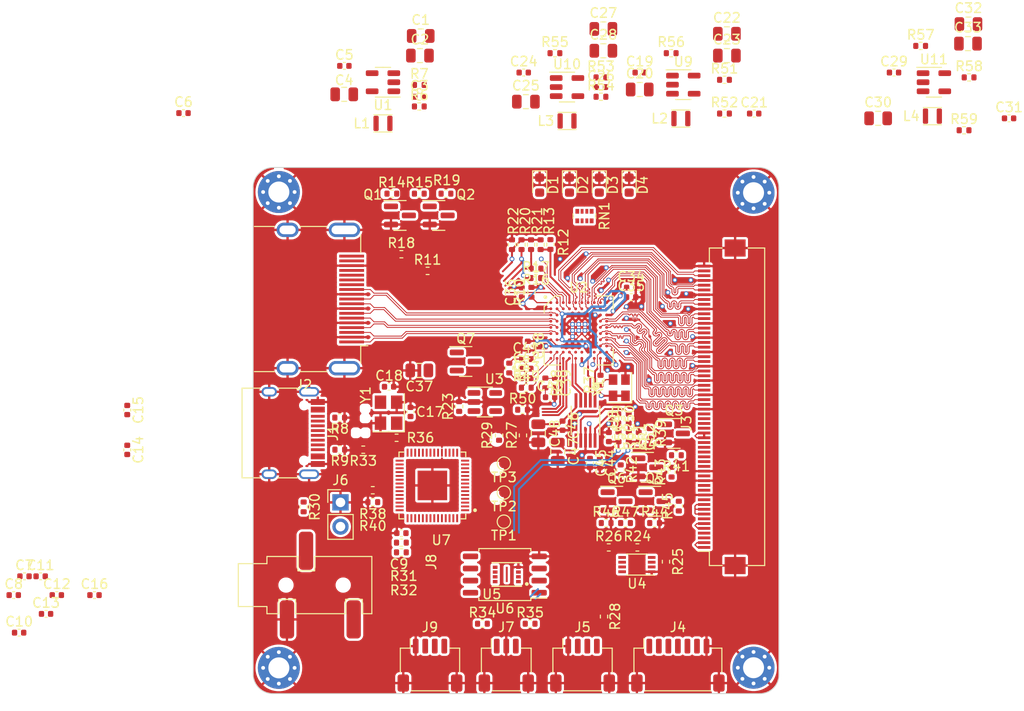
<source format=kicad_pcb>
(kicad_pcb (version 20221018) (generator pcbnew)
  (layers (0 "F.Cu" signal) (1 "In1.Cu" signal) (2 "In2.Cu" signal) (31 "B.Cu" signal) (34 "B.Paste" user) (35 "F.Paste" user) (36 "B.SilkS" user "B.Silkscreen") (37 "F.SilkS" user "F.Silkscreen") (38 "B.Mask" user) (39 "F.Mask" user) (44 "Edge.Cuts" user))
  (net 0 "")
  (net 1 "VBUS")
  (net 2 "+3V3")
  (net 3 "GND")
  (net 4 "/FB33")
  (net 5 "+1V2")
  (net 6 "Net-(D1-A)")
  (net 7 "Net-(D2-A)")
  (net 8 "Net-(D3-A)")
  (net 9 "Net-(D4-A)")
  (net 10 "Net-(J9-Pin_3)")
  (net 11 "Net-(J1-CC1)")
  (net 13 "Net-(J1-CC2)")
  (net 15 "Net-(J5-Pin_3)")
  (net 16 "Net-(Q1-B)")
  (net 17 "Net-(Q1-C)")
  (net 18 "Net-(J2-HPD{slash}HEAC-)")
  (net 19 "/SW33")
  (net 20 "Net-(U2-REXT)")
  (net 21 "Net-(J2-CEC)")
  (net 22 "Net-(U2-DDC_SCL)")
  (net 23 "Net-(U2-HPDI)")
  (net 24 "/FB12")
  (net 25 "+1V1")
  (net 26 "/FB11")
  (net 27 "+1V8")
  (net 28 "/FB18")
  (net 29 "Net-(U2-DDC_SDA)")
  (net 30 "Net-(U2-HPDO)")
  (net 31 "3V3_HDMI")
  (net 32 "1V1_EN")
  (net 33 "1V2_EN")
  (net 34 "1V8_EN")
  (net 35 "/DSI0_D0_P")
  (net 36 "/DSI0_D0_N")
  (net 37 "/DSI0_D1_P")
  (net 38 "/DSI0_D1_N")
  (net 39 "/DSI0_C_P")
  (net 40 "/DSI0_C_N")
  (net 41 "/DSI0_D2_P")
  (net 43 "/DSI0_D2_N")
  (net 44 "/DSI0_D3_P")
  (net 45 "/DSI0_D3_N")
  (net 46 "/DSI1_D0_P")
  (net 50 "/rpi_1.1v")
  (net 51 "/RP_XIN")
  (net 52 "Net-(C18-Pad1)")
  (net 53 "Net-(J1-D+-PadA6)")
  (net 54 "Net-(J1-D--PadA7)")
  (net 55 "TP_INT")
  (net 56 "TP_RST")
  (net 57 "Net-(J4-Pin_3)")
  (net 58 "Net-(J4-Pin_4)")
  (net 59 "/RP_BTN")
  (net 60 "Net-(J7-Pin_1)")
  (net 61 "Net-(J7-Pin_3)")
  (net 62 "Net-(J3-3.3-S2)")
  (net 63 "Net-(J3-3.3-S1)")
  (net 64 "Net-(J3-1.8-S2)")
  (net 65 "Net-(J3-1.8-S1)")
  (net 66 "/RP_QSPI_CSN")
  (net 67 "Net-(U7-USB_DM)")
  (net 68 "Net-(U7-USB_DP)")
  (net 69 "Net-(U7-RUN)")
  (net 70 "Net-(U7-SWCLK)")
  (net 71 "Net-(U7-SWD)")
  (net 72 "/RP_XOUT")
  (net 73 "/DSI1_D0_N")
  (net 74 "/DSI1_D1_P")
  (net 75 "/DSI1_D1_N")
  (net 76 "Net-(J9-Pin_4)")
  (net 78 "/DSI1_C_P")
  (net 79 "Net-(U2-REFCLK)")
  (net 80 "Net-(U3-SET)")
  (net 81 "Net-(U3-ON)")
  (net 82 "Net-(J5-Pin_4)")
  (net 83 "/RP_QSPI_SD1")
  (net 84 "/RP_QSPI_SD2")
  (net 85 "/RP_QSPI_SD0")
  (net 86 "/RP_QSPI_SCLK")
  (net 87 "/RP_QSPI_SD3")
  (net 88 "/DSI1_C_N")
  (net 89 "/DSI1_D2_N")
  (net 90 "/DSI1_D3_P")
  (net 91 "Net-(X1-OUT)")
  (net 92 "/DSI1_D3_N")
  (net 93 "/DSI1_D2_P")
  (net 94 "Net-(U2-INT)")
  (net 95 "Net-(U2-~{RESET})")
  (net 96 "/SW12")
  (net 97 "/SW11")
  (net 98 "/SW18")
  (net 99 "3V3_S2")
  (net 100 "3V3_S1")
  (net 101 "1V8_S2")
  (net 102 "1V8_S1")
  (net 103 "Net-(RN1-R4.2)")
  (net 104 "Net-(RN1-R3.2)")
  (net 105 "Net-(RN1-R2.2)")
  (net 106 "Net-(RN1-R1.2)")
  (net 107 "Net-(U7-GPIO4)")
  (net 108 "Net-(J3-FB1-Pad1)")
  (net 109 "VIN")
  (net 112 "Net-(J3-FB2-Pad5)")
  (net 114 "Net-(J3-LED+-Pad10)")
  (net 124 "Net-(J2-SCL)")
  (net 125 "Net-(J2-SDA)")
  (net 126 "Net-(J2-+5V)")
  (net 127 "Net-(C6-Pad1)")
  (net 128 "/HDMI_2_P")
  (net 129 "/HDMI_2_N")
  (net 130 "/HDMI_1_P")
  (net 131 "/HDMI_1_N")
  (net 132 "/HDMI_0_P")
  (net 133 "/HDMI_0_N")
  (net 134 "/HDMI_C_P")
  (net 135 "/HDMI_C_N")
  (net 136 "Net-(U2-PFIL)")
  (net 137 "Net-(C40-Pad1)")
  (net 138 "Net-(C41-Pad1)")
  (net 139 "Net-(U2-BIASDA)")
  (net 140 "Net-(Q7-B)")
  (net 141 "Net-(Q7-E)")
  (net 142 "Net-(U2-PCKIN)")
  (net 143 "Net-(U2-DAOUT)")
  (net 144 "Net-(U7-GPIO5)")
  (net 145 "Net-(U7-GPIO6)")
  (net 154 "Net-(U8-VQ)")
  (net 155 "Net-(U8-FILT+)")
  (net 156 "Net-(C49-Pad1)")
  (net 157 "Net-(U8-AOUTL)")
  (net 158 "Net-(U8-AOUTR)")
  (net 159 "Net-(C50-Pad2)")
  (net 160 "/AUDIO_R")
  (net 161 "/AUDIO_L")
  (net 162 "Net-(U2-A_OSCK)")
  (net 163 "Net-(U2-A_SD0)")
  (net 164 "Net-(U2-A_WFS)")
  (net 165 "Net-(U2-A_SCK)")
  (footprint "Resistor_SMD:R_0402_1005Metric" (layer "F.Cu") (at 44.958 -37.846)
    (fp_text reference "R57")
    (fp_text value "10k")
  )
  (footprint "Resistor_SMD:R_0402_1005Metric" (layer "F.Cu") (at 11.75 22 -90)
    (fp_text reference "R28")
    (fp_text value "4.7k")
  )
  (footprint "MountingHole:MountingHole_2.2mm_M2_Pad_Via" (layer "F.Cu") (at -22.35 27.383274)
    (fp_text reference "H4" hide)
    (fp_text value "MountingHole_Pad" hide)
  )
  (footprint "Capacitor_SMD:C_0805_2012Metric" (layer "F.Cu") (at -7.554 -36.83)
    (fp_text reference "C2")
    (fp_text value "22u")
  )
  (footprint "Capacitor_SMD:C_0402_1005Metric" (layer "F.Cu") (at 6.1 -1)
    (fp_text reference "C40")
    (fp_text value "0.1u")
  )
  (footprint "Package_TO_SOT_SMD:SOT-23" (layer "F.Cu") (at -5.588 -20.066)
    (fp_text reference "Q2")
    (fp_text value "BC846")
  )
  (footprint "Capacitor_SMD:C_0402_1005Metric" (layer "F.Cu") (at 6.6 -2.5 -90)
    (fp_text reference "C39")
    (fp_text value "1n")
  )
  (footprint "Resistor_SMD:R_0402_1005Metric" (layer "F.Cu") (at -4.826 -22.352 180)
    (fp_text reference "R19")
    (fp_text value "1k")
  )
  (footprint "Package_TO_SOT_SMD:SOT-23-5" (layer "F.Cu") (at 46.3495 -34.036)
    (fp_text reference "U11")
    (fp_text value "SY8079AAC")
  )
  (footprint "Resistor_SMD:R_0402_1005Metric" (layer "F.Cu") (at 2.1 -17 -90)
    (fp_text reference "R22")
    (fp_text value "100k")
  )
  (footprint "Resistor_SMD:R_0402_1005Metric" (layer "F.Cu") (at 4.14 -12.01 90)
    (fp_text reference "R10")
    (fp_text value "2k")
  )
  (footprint "Resistor_SMD:R_0402_1005Metric" (layer "F.Cu") (at 18.796 -37.084)
    (fp_text reference "R56")
    (fp_text value "10k")
  )
  (footprint "Resistor_SMD:R_0402_1005Metric" (layer "F.Cu") (at 16.546 2.794 -90)
    (fp_text reference "R39")
    (fp_text value "10k")
  )
  (footprint "custom:Inductor_MSC20FC" (layer "F.Cu") (at -11.43 -29.718)
    (fp_text reference "L1")
    (fp_text value "2.2u")
  )
  (footprint "Capacitor_SMD:C_0805_2012Metric" (layer "F.Cu") (at -15.494 -32.766)
    (fp_text reference "C4")
    (fp_text value "22u")
  )
  (footprint "Capacitor_SMD:C_0402_1005Metric" (layer "F.Cu") (at 3.33 -35.052)
    (fp_text reference "C24")
    (fp_text value "100n")
  )
  (footprint "Resistor_SMD:R_0402_1005Metric" (layer "F.Cu") (at 14.006 12.192)
    (fp_text reference "R47")
    (fp_text value "4.7k")
  )
  (footprint "Resistor_SMD:R_0402_1005Metric" (layer "F.Cu") (at -9.5 15.266 180)
    (fp_text reference "R32")
    (fp_text value "27")
  )
  (footprint "Capacitor_SMD:C_0402_1005Metric" (layer "F.Cu") (at 11.43 -33.528)
    (fp_text reference "C26")
    (fp_text value "22p")
  )
  (footprint "Capacitor_SMD:C_0402_1005Metric" (layer "F.Cu") (at 14.6 -12.5)
    (fp_text reference "C34")
    (fp_text value "100n")
  )
  (footprint "Resistor_SMD:R_0402_1005Metric" (layer "F.Cu") (at 13.498 6.604 -90)
    (fp_text reference "R42")
    (fp_text value "10k")
  )
  (footprint "Resistor_SMD:R_0402_1005Metric" (layer "F.Cu") (at 24.384 -34.29)
    (fp_text reference "R51")
    (fp_text value "10k")
  )
  (footprint "LED_SMD:LED_0603_1608Metric" (layer "F.Cu") (at 14.39 -23.25 -90)
    (fp_text reference "D4")
    (fp_text value "LED")
  )
  (footprint "Package_SO:SOIC-8_5.23x5.23mm_P1.27mm" (layer "F.Cu") (at 1.35 17.595 180)
    (fp_text reference "U6")
    (fp_text value "W25Q16JVUXIQ")
  )
  (footprint "Capacitor_SMD:C_0805_2012Metric" (layer "F.Cu") (at 6.9 4.7 -90)
    (fp_text reference "C47")
    (fp_text value "47u")
  )
  (footprint "Resistor_SMD:R_0402_1005Metric" (layer "F.Cu") (at 4.62 -14.49 180)
    (fp_text reference "R16")
    (fp_text value "33")
  )
  (footprint "Capacitor_SMD:C_0402_1005Metric" (layer "F.Cu") (at 3.6 -5)
    (fp_text reference "C41")
    (fp_text value "0.1u")
  )
  (footprint "Resistor_SMD:R_0402_1005Metric" (layer "F.Cu") (at -12.5 10 180)
    (fp_text reference "R40")
    (fp_text value "10k")
  )
  (footprint "Resistor_SMD:R_0402_1005Metric" (layer "F.Cu") (at 49.51 -29)
    (fp_text reference "R59")
    (fp_text value "20k")
  )
  (footprint "Capacitor_SMD:C_0402_1005Metric" (layer "F.Cu") (at -32.35 -30.8)
    (fp_text reference "C6")
    (fp_text value "~")
  )
  (footprint "Capacitor_SMD:C_0805_2012Metric" (layer "F.Cu") (at -7.62 -3.81 180)
    (fp_text reference "C37")
    (fp_text value "22u")
  )
  (footprint "Resistor_SMD:R_0402_1005Metric" (layer "F.Cu") (at 18.25 16.25 90)
    (fp_text reference "R25")
    (fp_text value "4.7k")
  )
  (footprint "Capacitor_SMD:C_0402_1005Metric" (layer "F.Cu") (at -38.25 0.34 -90)
    (fp_text reference "C15")
    (fp_text value "100n")
  )
  (footprint "Capacitor_SMD:C_0402_1005Metric" (layer "F.Cu") (at -49.023952 17.78)
    (fp_text reference "C7")
    (fp_text value "100n")
  )
  (footprint "Connector_JST:JST_SH_SM07B-SRSS-TB_1x07-1MP_P1.00mm_Horizontal" (layer "F.Cu") (at 19.5 27.1)
    (fp_text reference "J4")
    (fp_text value "TP")
  )
  (footprint "Connector_PinHeader_2.54mm:PinHeader_1x02_P2.54mm_Vertical" (layer "F.Cu") (at -15.886 10.028)
    (fp_text reference "J6")
    (fp_text value "BOOT")
  )
  (footprint "Capacitor_SMD:C_0805_2012Metric" (layer "F.Cu") (at 11.684 -37.338)
    (fp_text reference "C28")
    (fp_text value "22u")
  )
  (footprint "Resistor_SMD:R_0402_1005Metric" (layer "F.Cu") (at -10 3.25)
    (fp_text reference "R36")
    (fp_text value "1k")
  )
  (footprint "Capacitor_SMD:C_0402_1005Metric" (layer "F.Cu") (at -41.684568 19.75)
    (fp_text reference "C16")
    (fp_text value "100n")
  )
  (footprint "Capacitor_SMD:C_0402_1005Metric" (layer "F.Cu") (at -50.153088 19.75)
    (fp_text reference "C8")
    (fp_text value "1u")
  )
  (footprint "Package_TO_SOT_SMD:SOT-23-5" (layer "F.Cu") (at -11.43 -34.036 180)
    (fp_text reference "U1")
    (fp_text value "SY8079AAC")
  )
  (footprint "LED_SMD:LED_0603_1608Metric" (layer "F.Cu") (at 5 -23.25 -90)
    (fp_text reference "D1")
    (fp_text value "LED")
  )
  (footprint "MountingHole:MountingHole_2.2mm_M2_Pad_Via" (layer "F.Cu") (at -22.35 -22.522035)
    (fp_text reference "H1" hide)
    (fp_text value "MountingHole_Pad" hide)
  )
  (footprint "Resistor_SMD:R_Array_Convex_4x0402" (layer "F.Cu") (at 9.7 -20 -90)
    (fp_text reference "RN1")
    (fp_text value "1K")
  )
  (footprint "Connector_JST:JST_SH_SM03B-SRSS-TB_1x03-1MP_P1.00mm_Horizontal" (layer "F.Cu") (at 1.5 27.1)
    (fp_text reference "J7")
    (fp_text value "SWD")
  )
  (footprint "Capacitor_SMD:C_0402_1005Metric" (layer "F.Cu") (at 13.25 1.23 -90)
    (fp_text reference "C50")
    (fp_text value "100n")
  )
  (footprint "Capacitor_SMD:C_0402_1005Metric" (layer "F.Cu") (at 10.28 5.9 -90)
    (fp_text reference "C45")
    (fp_text value "100n")
  )
  (footprint "Resistor_SMD:R_0402_1005Metric" (layer "F.Cu") (at 50.038 -34.544)
    (fp_text reference "R58")
    (fp_text value "10k")
  )
  (footprint "Resistor_SMD:R_0402_1005Metric" (layer "F.Cu") (at 3.21 0.31)
    (fp_text reference "R50")
    (fp_text value "10k")
  )
  (footprint "Package_TO_SOT_SMD:SOT-23" (layer "F.Cu") (at 17.054 9.906)
    (fp_text reference "Q5")
    (fp_text value "BC846")
  )
  (footprint "Oscillator:Oscillator_SMD_SeikoEpson_SG210-4Pin_2.5x2.0mm" (layer "F.Cu") (at 13.35 -2 90)
    (fp_text reference "X1")
    (fp_text value "SG-210STF")
  )
  (footprint "Connector_JST:JST_SH_SM04B-SRSS-TB_1x04-1MP_P1.00mm_Horizontal" (layer "F.Cu") (at -6.5 27.1)
    (fp_text reference "J9")
    (fp_text value "QWIIC")
  )
  (footprint "Package_TO_SOT_SMD:SOT-23" (layer "F.Cu") (at -9.652 -20.066)
    (fp_text reference "Q1")
    (fp_text value "BC846")
  )
  (footprint "Resistor_SMD:R_0402_1005Metric" (layer "F.Cu") (at 5.6 -2.5 -90)
    (fp_text reference "R48")
    (fp_text value "1k")
  )
  (footprint "Resistor_SMD:R_0402_1005Metric" (layer "F.Cu") (at 4.6 -13.5)
    (fp_text reference "R17")
    (fp_text value "33")
  )
  (footprint "Capacitor_SMD:C_0402_1005Metric" (layer "F.Cu") (at 3.6 -3)
    (fp_text reference "C43")
    (fp_text value "1n")
  )
  (footprint "Capacitor_SMD:C_0402_1005Metric" (layer "F.Cu") (at 15.494 -35.052)
    (fp_text reference "C19")
    (fp_text value "100n")
  )
  (footprint "Resistor_SMD:R_0402_1005Metric" (layer "F.Cu") (at -19.75 10.5 -90)
    (fp_text reference "R30")
    (fp_text value "1k")
  )
  (footprint "Resistor_SMD:R_0402_1005Metric" (layer "F.Cu") (at 11.386 -2.794 90)
    (fp_text reference "R37")
    (fp_text value "33")
  )
  (footprint "Resistor_SMD:R_0402_1005Metric" (layer "F.Cu") (at -7.62 -22.352)
    (fp_text reference "R15")
    (fp_text value "10k")
  )
  (footprint "Resistor_SMD:R_0402_1005Metric" (layer "F.Cu") (at 1.814 -4.064 -90)
    (fp_text reference "R60")
    (fp_text value "1k")
  )
  (footprint "Resistor_SMD:R_0402_1005Metric" (layer "F.Cu") (at 3.1 -17 -90)
    (fp_text reference "R20")
    (fp_text value "4.7k")
  )
  (footprint "Resistor_SMD:R_0402_1005Metric" (layer "F.Cu") (at 6.132 -17.018 90)
    (fp_text reference "R13")
    (fp_text value "1.5k")
  )
  (footprint "Resistor_SMD:R_0402_1005Metric" (layer "F.Cu") (at -12.5 8.75 180)
    (fp_text reference "R38")
    (fp_text value "10k")
  )
  (footprint "MountingHole:MountingHole_2.2mm_M2_Pad_Via" (layer "F.Cu") (at 27.433274 27.366548)
    (fp_text reference "H3" hide)
    (fp_text value "MountingHole_Pad" hide)
  )
  (footprint "Resistor_SMD:R_0402_1005Metric" (layer "F.Cu") (at -7.62 -33.75)
    (fp_text reference "R7")
    (fp_text value "10k")
  )
  (footprint "Resistor_SMD:R_0402_1005Metric" (layer "F.Cu") (at -15.96 4.5 180)
    (fp_text reference "R9")
    (fp_text value "5.1k")
  )
  (footprint "Resistor_SMD:R_0402_1005Metric" (layer "F.Cu") (at -10.5 -22.352)
    (fp_text reference "R14")
    (fp_text value "4.7k")
  )
  (footprint "Resistor_SMD:R_0402_1005Metric" (layer "F.Cu") (at -9.5 -16)
    (fp_text reference "R18")
    (fp_text value "1k")
  )
  (footprint "Capacitor_SMD:C_0805_2012Metric" (layer "F.Cu") (at 3.556 -32)
    (fp_text reference "C25")
    (fp_text value "22u")
  )
  (footprint "MountingHole:MountingHole_2.2mm_M2_Pad_Via" (layer "F.Cu") (at 27.433274 -22.45)
    (fp_text reference "H2" hide)
    (fp_text value "MountingHole_Pad" hide)
  )
  (footprint "Capacitor_SMD:C_0402_1005Metric" (layer "F.Cu") (at -47.330248 17.78)
    (fp_text reference "C11")
    (fp_text value "1u")
  )
  (footprint "Capacitor_SMD:C_0402_1005Metric" (layer "F.Cu") (at -46.76568 21.72)
    (fp_text reference "C13")
    (fp_text value "100n")
  )
  (footprint "Capacitor_SMD:C_0402_1005Metric" (layer "F.Cu") (at -9.5 13.25 180)
    (fp_text reference "C9")
    (fp_text value "100n")
  )
  (footprint "Capacitor_SMD:C_0402_1005Metric" (layer "F.Cu") (at 27.5 -30.75)
    (fp_text reference "C21")
    (fp_text value "22p")
  )
  (footprint "Package_TO_SOT_SMD:SOT-23-5" (layer "F.Cu") (at -0.75 -0.5)
    (fp_text reference "U3")
    (fp_text value "SY6280AAC")
  )
  (footprint "custom:Boom-audiojack-PJ-320B" (layer "F.Cu") (at -19.6 18.7 -90)
    (fp_text reference "J8")
    (fp_text value "AudioJack3")
  )
  (footprint "Capacitor_SMD:C_0402_1005Metric" (layer "F.Cu") (at 42.164 -35.052)
    (fp_text reference "C29")
    (fp_text value "100n")
  )
  (footprint "Capacitor_SMD:C_0402_1005Metric" (layer "F.Cu") (at 7.4 1.98 -90)
    (fp_text reference "C46")
    (fp_text value "100n")
  )
  (footprint "Capacitor_SMD:C_0805_2012Metric" (layer "F.Cu") (at 15.494 -33.274)
    (fp_text reference "C20")
    (fp_text value "22u")
  )
  (footprint "TestPoint:TestPoint_Pad_D1.0mm" (layer "F.Cu") (at 1.25 5.95 180)
    (fp_text reference "TP3")
    (fp_text value "TestPoint")
  )
  (footprint "TestPoint:TestPoint_Pad_D1.0mm" (layer "F.Cu") (at 1.25 9 180)
    (fp_text reference "TP2")
    (fp_text value "TestPoint")
  )
  (footprint "Resistor_SMD:R_0402_1005Metric" (layer "F.Cu") (at 11.43 -32.512)
    (fp_text reference "R54")
    (fp_text value "8.2k")
  )
  (footprint "Resistor_SMD:R_0402_1005Metric" (layer "F.Cu") (at 24.384 -30.75)
    (fp_text reference "R52")
    (fp_text value "10k")
  )
  (footprint "Package_TO_SOT_SMD:SOT-23" (layer "F.Cu") (at -2.75 -4.75)
    (fp_text reference "Q7")
    (fp_text value "2SC2712")
  )
  (footprint "Resistor_SMD:R_0402_1005Metric" (layer "F.Cu") (at -7.62 -31.496)
    (fp_text reference "R6")
    (fp_text value "45.3k")
  )
  (footprint "Resistor_SMD:R_0402_1005Metric" (layer "F.Cu") (at 14.35 3.15 -90)
    (fp_text reference "R61")
    (fp_text value "330")
  )
  (footprint "fpc60:Hirose_FH52-60S-0.5SH_1x60-1MP_P0.50mm_Horizontal" (layer "F.Cu") (at 24.1 0 90)
    (fp_text reference "J3")
    (fp_text value "~")
  )
  (footprint "Resistor_SMD:R_0402_1005Metric" (layer "F.Cu") (at 13.27 3.15 -90)
    (fp_text reference "R62")
    (fp_text value "330")
  )
  (footprint "Resistor_SMD:R_0402_1005Metric" (layer "F.Cu") (at 3.25 3 90)
    (fp_text reference "R27")
    (fp_text value "4.7k")
  )
  (footprint "Connector_JST:JST_SH_SM04B-SRSS-TB_1x04-1MP_P1.00mm_Horizontal" (layer "F.Cu") (at 9.5 27.1)
    (fp_text reference "J5")
    (fp_text value "QWIIC")
  )
  (footprint "Resistor_SMD:R_0402_1005Metric" (layer "F.Cu") (at -1 22.75)
    (fp_text reference "R34")
    (fp_text value "100")
  )
  (footprint "Capacitor_SMD:C_0805_2012Metric" (layer "F.Cu") (at -7.472924 -38.89)
    (fp_text reference "C1")
    (fp_text value "22u")
  )
  (footprint "Resistor_SMD:R_0402_1005Metric" (layer "F.Cu") (at 0.75 3 -90)
    (fp_text reference "R29")
    (fp_text value "4.7k")
  )
  (footprint "Resistor_SMD:R_0402_1005Metric" (layer "F.Cu") (at 15.25 14.75)
    (fp_text reference "R24")
    (fp_text value "4.7k")
  )
  (footprint "LED_SMD:LED_0603_1608Metric" (layer "F.Cu") (at 8.13 -23.25 -90)
    (fp_text reference "D2")
    (fp_text value "LED")
  )
  (footprint "Package_TO_SOT_SMD:SOT-23-5" (layer "F.Cu") (at 20.066 -33.782)
    (fp_text reference "U9")
    (fp_text value "SY8079AAC" hide)
  )
  (footprint "Capacitor_SMD:C_0402_1005Metric" (layer "F.Cu") (at 3.6 -4)
    (fp_text reference "C42")
    (fp_text value "5p")
  )
  (footprint "Capacitor_SMD:C_0402_1005Metric" (layer "F.Cu") (at 15.39 3.16 -90)
    (fp_text reference "C52")
    (fp_text value "39n")
  )
  (footprint "Capacitor_SMD:C_0402_1005Metric" (layer "F.Cu") (at -45.636544 19.75)
    (fp_text reference "C12")
    (fp_text value "100n")
  )
  (footprint "Resistor_SMD:R_0402_1005Metric" (layer "F.Cu") (at 12.25 14.75)
    (fp_text reference "R26")
    (fp_text value "4.7k")
  )
  (footprint "Capacitor_SMD:C_0402_1005Metric" (layer "F.Cu") (at 54.23 -30.25)
    (fp_text reference "C31")
    (fp_text value "22p")
  )
  (footprint "Resistor_SMD:R_0402_1005Metric" (layer "F.Cu") (at 19.594 10.416 90)
    (fp_text reference "R45")
    (fp_text value "4.7k")
  )
  (footprint "Resistor_SMD:R_0402_1005Metric" (layer "F.Cu") (at 18.832 6.856 90)
    (fp_text reference "R43")
    (fp_text value "4.7k")
  )
  (footprint "Capacitor_SMD:C_0805_2012Metric" (layer "F.Cu") (at 4.862 2.78 -90)
    (fp_text reference "C48")
    (fp_text value "47u")
  )
  (footprint "Capacitor_SMD:C_0805_2012Metric" (layer "F.Cu") (at 49.921988 -38.085)
    (fp_text reference "C33")
    (fp_text value "22u")
  )
  (footprint "LED_SMD:LED_0603_1608Metric" (layer "F.Cu") (at 11.26 -23.25 -90)
    (fp_text reference "D3")
    (fp_text value "LED")
  )
  (footprint "Resistor_SMD:R_0402_1005Metric" (layer "F.Cu") (at 4.1 -17 -90)
    (fp_text reference "R21")
    (fp_text value "4.7k")
  )
  (footprint "Resistor_SMD:R_0402_1005Metric" (layer "F.Cu") (at -15.97 1.14 180)
    (fp_text reference "R8")
    (fp_text value "5.1k")
  )
  (footprint "Capacitor_SMD:C_0402_1005Metric" (layer "F.Cu") (at 14.34 1.24 90)
    (fp_text reference "C49")
    (fp_text value "100n")
  )
  (footprint "Resistor_SMD:R_0402_1005Metric" (layer "F.Cu") (at -6.75 -14.25)
    (fp_text reference "R11")
    (fp_text value "48k")
  )
  (footprint "custom:SOP50P490X110-10N" (layer "F.Cu") (at 9.81 1.4375 -90)
    (fp_text reference "U8")
    (fp_text value "MS4344")
  )
  (footprint "Resistor_SMD:R_0402_1005Metric" (layer "F.Cu") (at 5.1 -17 -90)
    (fp_text reference "R12")
    (fp_text value "0")
  )
  (footprint "Capacitor_SMD:C_0402_1005Metric" (layer "F.Cu") (at -10.79 -2.1)
    (fp_text reference "C18")
    (fp_text value "22p")
  )
  (footprint "Resistor_SMD:R_0402_1005Metric" (layer "F.Cu") (at 6.604 -37.084)
    (fp_text reference "R55")
    (fp_text value "10k")
  )
  (footprint "custom:Inductor_MSC20FC" (layer "F.Cu") (at 46.191 -30.48)
    (fp_text reference "L4")
    (fp_text value "2.2u")
  )
  (footprint "Capacitor_SMD:C_0805_2012Metric" (layer "F.Cu") (at 24.638 -36.83)
    (fp_text reference "C23")
    (fp_text value "22u")
  )
  (footprint "Package_TO_SOT_SMD:SOT-23-5" (layer "F.Cu") (at 7.874 -33.528)
    (fp_text reference "U10")
    (fp_text value "SY8079AAC" hide)
  )
  (footprint "Capacitor_SMD:C_0402_1005Metric" (layer "F.Cu") (at -15.48 -35.75)
    (fp_text reference "C5")
    (fp_text value "100n")
  )
  (footprint "Capacitor_SMD:C_0402_1005Metric" (layer "F.Cu") (at 11.31 5.92 -90)
    (fp_text reference "C44")
    (fp_text value "1u")
  )
  (footprint "Capacitor_SMD:C_0402_1005Metric" (layer "F.Cu") (at 14.6 -11.5)
    (fp_text reference "C35")
    (fp_text value "100n")
  )
  (footprint "Resistor_SMD:R_0402_1005Metric" (layer "F.Cu") (at 11.43 -34.544)
    (fp_text reference "R53")
    (fp_text value "10k")
  )
  (footprint "Crystal:Crystal_SMD_3225-4Pin_3.2x2.5mm" (layer "F.Cu") (at -10.84 0.62 90)
    (fp_text reference "Y1")
    (fp_text value "12MHz")
  )
  (footprint "Capacitor_SMD:C_0402_1005Metric" (layer "F.Cu") (at 3.76 -6.39 -90)
    (fp_text reference "C38")
    (fp_text value "100n")
  )
  (footprint "TestPoint:TestPoint_Pad_D1.0mm" (layer "F.Cu") (at 1.25 12.05 180)
    (fp_text reference "TP1")
    (fp_text value "TestPoint")
  )
  (footprint "Capacitor_SMD:C_0805_2012Metric" (layer "F.Cu") (at 40.5 -30.25)
    (fp_text reference "C30")
    (fp_text value "22u")
  )
  (footprint "custom:Inductor_MSC20FC" (layer "F.Cu") (at 7.874 -29.972)
    (fp_text reference "L3")
    (fp_text value "2.2u")
  )
  (footprint "Connector_USB:USB_C_Receptacle_HRO_TYPE-C-31-M-12" (layer "F.Cu") (at -22.31 2.75 -90)
    (fp_text reference "J1")
    (fp_text value "USB_C_Receptacle_USB2.0")
  )
  (footprint "Resistor_SMD:R_0402_1005Metric" (layer "F.Cu") (at -9.5 14.25)
    (fp_text reference "R31")
    (fp_text value "27")
  )
  (footprint "Capacitor_SMD:C_0402_1005Metric" (layer "F.Cu") (at 12.26 3.17 -90)
    (fp_text reference "C51")
    (fp_text value "39n")
  )
  (footprint "Capacitor_SMD:C_0805_2012Metric" (layer "F.Cu") (at 49.972 -40.132)
    (fp_text reference "C32")
    (fp_text value "22u")
  )
  (footprint "Package_SO:VSSOP-8_2.3x2mm_P0.5mm" (layer "F.Cu") (at 15.2 16.55 180)
    (fp_text reference "U4")
    (fp_text value "PCA9306DC")
  )
  (footprint "Resistor_SMD:R_0402_1005Metric" (layer "F.Cu") (at 3.6 -2)
    (fp_text reference "R49")
    (fp_text value "1.5k")
  )
  (footprint "Capacitor_SMD:C_0402_1005Metric" (layer "F.Cu") (at -8.54 0.54 90)
    (fp_text reference "C17")
    (fp_text value "22p")
  )
  (footprint "custom:QFN40P700X700X90-57N" (layer "F.Cu") (at -6.25 8.25 180)
    (fp_text reference "U7")
    (fp_text value "RP2040")
  )
  (footprint "Connector_HDMI:HDMI_A_Molex_208658-1001_Horizontal" (layer "F.Cu") (at -18 -11.3 180)
    (fp_text reference "J2")
    (fp_text value "HDMI_A_1.4" hide)
  )
  (footprint "Capacitor_SMD:C_0805_2012Metric" (layer "F.Cu") (at 11.684 -39.624)
    (fp_text reference "C27")
    (fp_text value "22u")
  )
  (footprint "Package_TO_SOT_SMD:SOT-23" (layer "F.Cu") (at 13.0685 9.906)
    (fp_text reference "Q6")
    (fp_text value "BC846")
  )
  (footprint "Capacitor_SMD:C_0402_1005Metric" (layer "F.Cu") (at -49.58852 23.69)
    (fp_text reference "C10")
    (fp_text value "100n")
  )
  (footprint "custom:Inductor_MSC20FC" (layer "F.Cu") (at 19.812 -30.226)
    (fp_text reference "L2")
    (fp_text value "2.2u")
  )
  (footprint "Package_TO_SOT_SMD:SOT-23" (layer "F.Cu") (at 19.086 2.794)
    (fp_text reference "Q3")
    (fp_text value "BC846")
  )
  (footprint "Capacitor_SMD:C_0402_1005Metric" (layer "F.Cu") (at -7.62 -32.512)
    (fp_text reference "C3")
    (fp_text value "22p")
  )
  (footprint "Resistor_SMD:R_0402_1005Metric" (layer "F.Cu") (at 19.34 5.08 180)
    (fp_text reference "R41")
    (fp_text value "4.7k")
  )
  (footprint "Capacitor_SMD:C_0402_1005Metric" (layer "F.Cu") (at 3.13 -12 90)
    (fp_text reference "C36")
    (fp_text value "100n")
  )
  (footprint "Resistor_SMD:R_0402_1005Metric" (layer "F.Cu") (at 17.056 12.192)
    (fp_text reference "R44")
    (fp_text value "10k")
  )
  (footprint "Resistor_SMD:R_0402_1005Metric" (layer "F.Cu") (at 4 22.75)
    (fp_text reference "R35")
    (fp_text value "100")
  )
  (footprint "Resistor_SMD:R_0402_1005Metric" (layer "F.Cu") (at -3.44 -0.03 90)
    (fp_text reference "R23")
    (fp_text value "4.7k")
  )
  (footprint "custom:PSON50P300X200X60-9N" (layer "F.Cu") (at 1.554 17.583 180)
    (fp_text reference "U5")
    (fp_text value "W25Q16JVUXIQ")
  )
  (footprint "Resistor_SMD:R_0402_1005Metric" (layer "F.Cu") (at 11.974 12.192)
    (fp_text reference "R46")
    (fp_text value "10k")
  )
  (footprint "Capacitor_SMD:C_0402_1005Metric" (layer "F.Cu") (at -38.25 4.52 -90)
    (fp_text reference "C14")
    (fp_text value "100n")
  )
  (footprint "Package_TO_SOT_SMD:SOT-23" (layer "F.Cu") (at 16.292 6.35)
    (fp_text reference "Q4")
    (fp_text value "BC846")
  )
  (footprint "Capacitor_SMD:C_0805_2012Metric" (layer "F.Cu") (at 24.638 -39.116)
    (fp_text reference "C22")
    (fp_text value "22u")
  )
  (footprint "Resistor_SMD:R_0402_1005Metric" (layer "F.Cu") (at -13.5 4.5 180)
    (fp_text reference "R33")
    (fp_text value "1k")
  )
  (footprint "tc358840xbg:tc358840xbg" (layer "F.Cu") (at 9.1 -8)
    (fp_text reference "U2")
    (fp_text value "~")
  )
  (gr_arc (start 27.985786 -25.1) (mid 29.47071 -24.484924) (end 30.085786 -23) (stroke (width 0.1)) (layer "Edge.Cuts"))
  (gr_line (start 28.109098 30.081134) (end -22.990902 30.081134) (stroke (width 0.1)) (layer "Edge.Cuts"))
  (gr_arc (start -25.061986 -22.977964) (mid -24.440456 -24.47847) (end -22.93995 -25.1) (stroke (width 0.1)) (layer "Edge.Cuts"))
  (gr_arc (start 30.1 28.099264) (mid 29.519796 29.5) (end 28.11906 30.080204) (stroke (width 0.1)) (layer "Edge.Cuts"))
  (gr_line (start -25.05 28.022036) (end -25.05 -22.977964) (stroke (width 0.1)) (layer "Edge.Cuts"))
  (gr_line (start 30.1 -23.000736) (end 30.1 28.099264) (stroke (width 0.1)) (layer "Edge.Cuts"))
  (gr_arc (start -22.990902 30.081134) (mid -24.446904 29.478038) (end -25.05 28.022036) (stroke (width 0.1)) (layer "Edge.Cuts"))
  (gr_line (start -22.93995 -25.1) (end 27.995836 -25.1) (stroke (width 0.1)) (layer "Edge.Cuts"))
  (segment (start 10.31 1.892) (end 10.196 1.778) (width 0.2) (layer "F.Cu") (net 2))
  (segment (start 10.31 3.5425) (end 10.31 1.892) (width 0.2) (layer "F.Cu") (net 2))
  (via (at 10.196 1.778) (size 0.5) (drill 0.3) (layers "F.Cu" "B.Cu") (net 2))
  (segment (start 16.206002 -2.2885) (end 16.155 -2.339502) (width 0.09) (layer "F.Cu") (net 3))
  (segment (start 21.200441 -11.43) (end 18.39 -11.43) (width 0.09) (layer "F.Cu") (net 3))
  (segment (start 11.005 -9.625) (end 10.82 -9.62) (width 0.09) (layer "F.Cu") (net 3))
  (segment (start 17.879502 -9.7885) (end 17.345 -10.323002) (width 0.09) (layer "F.Cu") (net 3))
  (segment (start 9.87 -15.65) (end 7.93 -13.71) (width 0.09) (layer "F.Cu") (net 3))
  (segment (start 21.01 -6.82) (end 18.896087 -6.82) (width 0.09) (layer "F.Cu") (net 3))
  (segment (start 23.25 -14.75) (end 23.26 -14.76) (width 0.09) (layer "F.Cu") (net 3))
  (segment (start 9.775 -7.325) (end 10.075 -7.025) (width 0.127) (layer "F.Cu") (net 3))
  (segment (start 15.98 -11.07) (end 15.54 -10.63) (width 0.25) (layer "F.Cu") (net 3))
  (segment (start 21.03 -3.7885) (end 21.0285 -3.79) (width 0.09) (layer "F.Cu") (net 3))
  (segment (start 9.74 -7.36) (end 9.76 -7.36) (width 0.127) (layer "F.Cu") (net 3))
  (segment (start 9.1 -8.65) (end 9.1 -8.64) (width 0.127) (layer "F.Cu") (net 3))
  (segment (start 11.97 -14.58) (end 11.97 -14.218002) (width 0.09) (layer "F.Cu") (net 3))
  (segment (start 20.673 -9.589374) (end 20.627079 -9.652579) (width 0.09) (layer "F.Cu") (net 3))
  (segment (start 10.82 -9.62) (end 11 -9.63) (width 0.09) (layer "F.Cu") (net 3))
  (segment (start 11.97 -14.218002) (end 10.921998 -13.17) (width 0.09) (layer "F.Cu") (net 3))
  (segment (start 9.1 -8) (end 9.11 -8) (width 0.127) (layer "F.Cu") (net 3))
  (segment (start 21.335255 -1.25) (end 22.25 -1.25) (width 0.09) (layer "F.Cu") (net 3))
  (segment (start 21.520441 -11.75) (end 21.200441 -11.43) (width 0.09) (layer "F.Cu") (net 3))
  (segment (start 16.155 -4.888298) (end 14.143298 -6.9) (width 0.09) (layer "F.Cu") (net 3))
  (segment (start 8.45 -8.65) (end 8.775 -8.975) (width 0.127) (layer "F.Cu") (net 3))
  (segment (start 17.344999 -13.633863) (end 16.163862 -14.815) (width 0.09) (layer "F.Cu") (net 3))
  (segment (start 22.25 -8.75) (end 21.33 -8.75) (width 0.09) (layer "F.Cu") (net 3))
  (segment (start 11.5 -12.24) (end 11.46 -12.2) (width 0.09) (layer "F.Cu") (net 3))
  (segment (start 22.25 -10.25) (end 21.316342 -10.25) (width 0.09) (layer "F.Cu") (net 3))
  (segment (start 16.450188 -7.349812) (end 16.450188 -8.079812) (width 0.09) (layer "F.Cu") (net 3))
  (segment (start 9.76 -7.36) (end 9.76 -7.34) (width 0.127) (layer "F.Cu") (net 3))
  (segment (start 16.155 -2.339502) (end 16.155 -4.888298) (width 0.09) (layer "F.Cu") (net 3))
  (segment (start 16.04753 -6.220497) (end 16.097574 -6.270541) (width 0.09) (layer "F.Cu") (net 3))
  (segment (start 8.125 -8.325) (end 8.44 -8.01) (width 0.127) (layer "F.Cu") (net 3))
  (segment (start 15.67 -10.52) (end 15.54 -10.208501) (width 0.25) (layer "F.Cu") (net 3))
  (segment (start 18.35 -11.39) (end 18.0315 -11.7085) (width 0.09) (layer "F.Cu") (net 3))
  (segment (start 15.7315 -0.7885) (end 15.7585 -0.7885) (width 0.09) (layer "F.Cu") (net 3))
  (segment (start 9.09 -7.34) (end 9.09 -7.35) (width 0.127) (layer "F.Cu") (net 3))
  (segment (start 21.058941 -5.2885) (end 17.399502 -5.2885) (width 0.09) (layer "F.Cu") (net 3))
  (segment (start 8.44 -8.01) (end 8.45 -8.01) (width 0.127) (layer "F.Cu") (net 3))
  (segment (start 18.0315 -13.918222) (end 16.448222 -15.5015) (width 0.09) (layer "F.Cu") (net 3))
  (segment (start 13.23 -13.01) (end 13.6 -13.38) (width 0.25) (layer "F.Cu") (net 3))
  (segment (start 21.2015 -3.96) (end 21.03 -3.7885) (width 0.09) (layer "F.Cu") (net 3))
  (segment (start 19.403615 -9.7885) (end 17.879502 -9.7885) (width 0.09) (layer "F.Cu") (net 3))
  (segment (start 15.23 -9.3) (end 14.1 -9.3) (width 0.09) (layer "F.Cu") (net 3))
  (segment (start 5.815 -6.375) (end 5.68 -6.37) (width 0.09) (layer "F.Cu") (net 3))
  (segment (start 17.345 -10.323002) (end 17.344999 -13.633863) (width 0.09) (layer "F.Cu") (net 3))
  (segment (start 20.875255 -0.79) (end 21.335255 -1.25) (width 0.09) (layer "F.Cu") (net 3))
  (segment (start 16.450188 -8.079812) (end 15.23 -9.3) (width 0.09) (layer "F.Cu") (net 3))
  (segment (start 14.338002 -8.1) (end 14.1 -8.1) (width 0.09) (layer "F.Cu") (net 3))
  (segment (start 16.448222 -15.5015) (end 11.123498 -15.5015) (width 0.09) (layer "F.Cu") (net 3))
  (segment (start 19.41158 -9.795951) (end 19.403615 -9.7885) (width 0.09) (layer "F.Cu") (net 3))
  (segment (start 11.375 -9.625) (end 11.005 -9.625) (width 0.09) (layer "F.Cu") (net 3))
  (segment (start 15.991721 -5.866873) (end 15.991721 -6.110966) (width 0.09) (layer "F.Cu") (net 3))
  (segment (start 18.375659 -8.3) (end 16.6585 -10.017158) (width 0.09) (layer "F.Cu") (net 3))
  (segment (start 15.879502 -14.1285) (end 13.220498 -14.1285) (width 0.09) (layer "F.Cu") (net 3))
  (segment (start 22.25 -14.75) (end 23.25 -14.75) (width 0.09) (layer "F.Cu") (net 3))
  (segment (start 16.6585 -10.017158) (end 16.6585 -13.349502) (width 0.09) (layer "F.Cu") (net 3))
  (segment (start 8.45 -7.36) (end 8.45 -7.35) (width 0.127) (layer "F.Cu") (net 3))
  (segment (start 13.6 -13.38) (end 15.47 -13.38) (width 0.25) (layer "F.Cu") (net 3))
  (segment (start 10.408 -16.188) (end 16.732583 -16.187999) (width 0.09) (layer "F.Cu") (net 3))
  (segment (start 12.46 -11.36) (end 13.23 -12.13) (width 0.25) (layer "F.Cu") (net 3))
  (segment (start 11.42 -12.24) (end 11.32 -12.24) (width 0.09) (layer "F.Cu") (net 3))
  (segment (start 15.76 -0.79) (end 20.875255 -0.79) (width 0.09) (layer "F.Cu") (net 3))
  (segment (start 9.27 -13.648002) (end 9.27 -13.44) (width 0.09) (layer "F.Cu") (net 3))
  (segment (start 21.75 -4.25) (end 21.46 -3.96) (width 0.09) (layer "F.Cu") (net 3))
  (segment (start 21.0385 -2.2885) (end 16.206002 -2.2885) (width 0.09) (layer "F.Cu") (net 3))
  (segment (start 8.775 -8.975) (end 9.1 -8.65) (width 0.127) (layer "F.Cu") (net 3))
  (segment (start 14.24 -10.36) (end 14.1 -10.5) (width 0.09) (layer "F.Cu") (net 3))
  (segment (start 12.025 -10.925) (end 12.46 -11.36) (width 0.25) (layer "F.Cu") (net 3))
  (segment (start 10.075 -7.675) (end 9.775 -7.375) (width 0.127) (layer "F.Cu") (net 3))
  (segment (start 8.44 -8.64) (end 8.45 -8.64) (width 0.127) (layer "F.Cu") (net 3))
  (segment (start 8.46 -7.36) (end 8.45 -7.36) (width 0.127) (layer "F.Cu") (net 3))
  (segment (start 6.175 -6.375) (end 5.815 -6.375) (width 0.09) (layer "F.Cu") (net 3))
  (segment (start 18.718 -14.202582) (end 18.718 -12.930002) (width 0.09) (layer "F.Cu") (net 3))
  (segment (start 8.45 -7.34) (end 8.46 -7.34) (width 0.127) (layer "F.Cu") (net 3))
  (segment (start 9.87 -16.04) (end 9.87 -15.65) (width 0.09) (layer "F.Cu") (net 3))
  (segment (start 16.7315 -4.1315) (end 16.75 -4.15) (width 0.09) (layer "F.Cu") (net 3))
  (segment (start 21.04 -12.7885) (end 21.5015 -13.25) (width 0.09) (layer "F.Cu") (net 3))
  (segment (start 9.75 -8) (end 10.075 -7.675) (width 0.127) (layer "F.Cu") (net 3))
  (segment (start 21.0285 -3.79) (end 17.06 -3.79) (width 0.09) (layer "F.Cu") (net 3))
  (segment (start 14.9185 -6.944084) (end 14.9185 -7.519502) (width 0.09) (layer "F.Cu") (net 3))
  (segment (start 12.566997 -14.814999) (end 12.331998 -14.58) (width 0.09) (layer "F.Cu") (net 3))
  (segment (start 8.125 -7.675) (end 8.45 -7.35) (width 0.127) (layer "F.Cu") (net 3))
  (segment (start 8.45 -7.35) (end 8.45 -7.34) (width 0.127) (layer "F.Cu") (net 3))
  (segment (start 9.11 -7.36) (end 10.075 -8.325) (width 0.127) (layer "F.Cu") (net 3))
  (segment (start 16.6985 -7.1015) (end 16.450188 -7.349812) (width 0.09) (layer "F.Cu") (net 3))
  (segment (start 2.46 -12.48) (end 2.31 -12.63) (width 0.127) (layer "F.Cu") (net 3))
  (segment (start 14.1 -10.5) (end 14.1 -10.52) (width 0.2) (layer "F.Cu") (net 3))
  (segment (start 16.6585 -13.349502) (end 15.879502 -14.1285) (width 0.09) (layer "F.Cu") (net 3))
  (segment (start 16.7315 -4.1185) (end 16.7315 -4.1315) (width 0.09) (layer "F.Cu") (net 3))
  (segment (start 18.896087 -6.82) (end 15.587587 -10.1285) (width 0.09) (layer "F.Cu") (net 3))
  (segment (start 16.097574 -6.663075) (end 15.708152 -7.052497) (width 0.09) (layer "F.Cu") (net 3))
  (segment (start 15.001292 -6.861292) (end 14.9185 -6.944084) (width 0.09) (layer "F.Cu") (net 3))
  (segment (start 14.1 -5.7) (end 14.527294 -5.7) (width 0.09) (layer "F.Cu") (net 3))
  (segment (start 18.859502 -12.7885) (end 21.04 -12.7885) (width 0.09) (layer "F.Cu") (net 3))
  (segment (start 14.1 -10.52) (end 15.08 -11.5) (width 0.2) (layer "F.Cu") (net 3))
  (segment (start 16.75 -5.108594) (end 15.991721 -5.866873) (width 0.09) (layer "F.Cu") (net 3))
  (segment (start 9.1 -8.64) (end 9.11 -8.64) (width 0.127) (layer "F.Cu") (net 3))
  (segment (start 8.775 -7.675) (end 9.09 -7.36) (width 0.127) (layer "F.Cu") (net 3))
  (segment (start 14.24 -10.1285) (end 14.24 -10.36) (width 0.09) (layer "F.Cu") (net 3))
  (segment (start 21.44 -7.25) (end 21.01 -6.82) (width 0.09) (layer "F.Cu") (net 3))
  (segment (start 16.163862 -14.815) (end 12.566997 -14.814999) (width 0.09) (layer "F.Cu") (net 3))
  (segment (start 9.74 -8) (end 9.75 -8) (width 0.127) (layer "F.Cu") (net 3))
  (segment (start 12.331998 -14.58) (end 11.97 -14.58) (width 0.09) (layer "F.Cu") (net 3))
  (segment (start 16.732583 -16.187999) (end 18.718 -14.202582) (width 0.09) (layer "F.Cu") (net 3))
  (segment (start 9.75 -8.65) (end 9.76 -8.65) (width 0.127) (layer "F.Cu") (net 3))
  (segment (start 17.399502 -5.2885) (end 16.6985 -5.989502) (width 0.09) (layer "F.Cu") (net 3))
  (segment (start 21.5015 -13.25) (end 22.25 -13.25) (width 0.09) (layer "F.Cu") (net 3))
  (segment (start 9.11 -8) (end 9.11 -7.99) (width 0.127) (layer "F.Cu") (net 3))
  (segment (start 15.7585 -0.7885) (end 15.76 -0.79) (width 0.09) (layer "F.Cu") (net 3))
  (segment (start 20.627079 -9.652579) (end 20.483707 -9.795951) (width 0.09) (layer "F.Cu") (net 3))
  (segment (start 3.13 -12.48) (end 2.46 -12.48) (width 0.127) (layer "F.Cu") (net 3))
  (segment (start 8.45 -8.01) (end 8.45 -8) (width 0.127) (layer "F.Cu") (net 3))
  (segment (start 18.39 -11.43) (end 18.35 -11.39) (width 0.09) (layer "F.Cu") (net 3))
  (segment (start 10.26 -16.04) (end 9.87 -16.04) (width 0.09) (layer "F.Cu") (net 3))
  (segment (start 17.06 -3.79) (end 16.7315 -4.1185) (width 0.09) (layer "F.Cu") (net 3))
  (segment (start 7.93 -13.71) (end 7.93 -13.49) (width 0.09) (layer "F.Cu") (net 3))
  (segment (start 9.76 -7.34) (end 9.775 -7.325) (width 0.127) (layer "F.Cu") (net 3))
  (segment (start 15.991721 -6.110966) (end 16.04753 -6.220497) (width 0.09) (layer "F.Cu") (net 3))
  (segment (start 21.520441 -5.75) (end 21.058941 -5.2885) (width 0.09) (layer "F.Cu") (net 3))
  (segment (start 21.46 -3.96) (end 21.2015 -3.96) (width 0.09) (layer "F.Cu") (net 3))
  (segment (start 9.11 -8.64) (end 9.74 -8.01) (width 0.127) (layer "F.Cu") (net 3))
  (segment (start 8.46 -7.34) (end 8.775 -7.025) (width 0.127) (layer "F.Cu") (net 3))
  (segment (start 21.5 -2.75) (end 21.0385 -2.2885) (width 0.09) (layer "F.Cu") (net 3))
  (segment (start 8.45 -7.35) (end 8.125 -7.025) (width 0.127) (layer "F.Cu") (net 3))
  (segment (start 13.220498 -14.1285) (end 12.4715 -13.379502) (width 0.09) (layer "F.Cu") (net 3))
  (segment (start 22.25 -4.25) (end 21.75 -4.25) (width 0.09) (layer "F.Cu") (net 3))
  (segment (start 20.88 -8.3) (end 18.375659 -8.3) (width 0.09) (layer "F.Cu") (net 3))
  (segment (start 9.09 -7.36) (end 9.11 -7.36) (width 0.127) (layer "F.Cu") (net 3))
  (segment (start 11.123498 -15.5015) (end 9.27 -13.648002) (width 0.09) (layer "F.Cu") (net 3))
  (segment (start 8.125 -8.975) (end 9.1 -8) (width 0.127) (layer "F.Cu") (net 3))
  (segment (start 8.45 -8) (end 8.775 -7.675) (width 0.127) (layer "F.Cu") (net 3))
  (segment (start 18.718 -12.930002) (end 18.859502 -12.7885) (width 0.09) (layer "F.Cu") (net 3))
  (segment (start 22.25 -7.25) (end 21.44 -7.25) (width 0.09) (layer "F.Cu") (net 3))
  (segment (start 9.11 -7.99) (end 9.74 -7.36) (width 0.127) (layer "F.Cu") (net 3))
  (segment (start 14.9185 -7.519502) (end 14.338002 -8.1) (width 0.09) (layer "F.Cu") (net 3))
  (segment (start 9.09 -7.35) (end 9.1 -7.35) (width 0.127) (layer "F.Cu") (net 3))
  (segment (start 16.75 -4.15) (end 16.75 -5.108594) (width 0.09) (layer "F.Cu") (net 3))
  (segment (start 8.125 -7.675) (end 9.425 -8.975) (width 0.127) (layer "F.Cu") (net 3))
  (segment (start 15.587587 -10.1285) (end 14.24 -10.1285) (width 0.09) (layer "F.Cu") (net 3))
  (segment (start 5.68 -6.37) (end 5.81 -6.38) (width 0.09) (layer "F.Cu") (net 3))
  (segment (start 10.921998 -13.17) (end 10.56 -13.17) (width 0.09) (layer "F.Cu") (net 3))
  (segment (start 13.23 -12.13) (end 13.23 -13.01) (width 0.25) (layer "F.Cu") (net 3))
  (segment (start 21.316342 -10.25) (end 20.718921 -9.652579) (width 0.09) (layer "F.Cu") (net 3))
  (segment (start 9.76 -8.66) (end 8.46 -7.36) (width 0.127) (layer "F.Cu") (net 3))
  (segment (start 20.483707 -9.795951) (end 19.41158 -9.795951) (width 0.09) (layer "F.Cu") (net 3))
  (segment (start 15.08 -11.5) (end 15.08 -12.5) (width 0.2) (layer "F.Cu") (net 3))
  (segment (start 9.76 -8.64) (end 10.075 -8.325) (width 0.127) (layer "F.Cu") (net 3))
  (segment (start 21.33 -8.75) (end 20.88 -8.3) (width 0.09) (layer "F.Cu") (net 3))
  (segment (start 22.25 -2.75) (end 21.5 -2.75) (width 0.09) (layer "F.Cu") (net 3))
  (segment (start 18.0315 -11.7085) (end 18.0315 -13.918222) (width 0.09) (layer "F.Cu") (net 3))
  (segment (start 9.1 -7.35) (end 9.11 -7.36) (width 0.127) (layer "F.Cu") (net 3))
  (segment (start 14.527294 -5.7) (end 15.47235 -4.754944) (width 0.09) (layer "F.Cu") (net 3))
  (segment (start 8.125 -8.325) (end 8.44 -8.64) (width 0.127) (layer "F.Cu") (net 3))
  (segment (start 22.25 -5.75) (end 21.520441 -5.75) (width 0.09) (layer "F.Cu") (net 3))
  (segment (start 12.4715 -13.379502) (end 12.23 -13.29) (width 0.09) (layer "F.Cu") (net 3))
  (segment (start 15.47 -13.38) (end 15.98 -12.87) (width 0.25) (layer "F.Cu") (net 3))
  (segment (start 23.25 -14.75) (end 21.23 -14.75) (width 0.09) (layer "F.Cu") (net 3))
  (segment (start 15.47235 -4.754944) (end 15.473058 -4.754944) (width 0.09) (layer "F.Cu") (net 3))
  (segment (start 22.25 -11.75) (end 21.520441 -11.75) (width 0.09) (layer "F.Cu") (net 3))
  (segment (start 15.5785 -4.649502) (end 15.578499 -0.941501) (width 0.09) (layer "F.Cu") (net 3))
  (segment (start 9.74 -8.01) (end 9.74 -8) (width 0.127) (layer "F.Cu") (net 3))
  (segment (start 16.6985 -5.989502) (end 16.6985 -7.1015) (width 0.09) (layer "F.Cu") (net 3))
  (segment (start 9.775 -7.375) (end 9.775 -7.325) (width 0.127) (layer "F.Cu") (net 3))
  (segment (start 9.76 -8.65) (end 9.76 -8.64) (width 0.127) (layer "F.Cu") (net 3))
  (segment (start 12.025 -3.935) (end 12.12 -3.84) (width 0.127) (layer "F.Cu") (net 3))
  (segment (start 8.45 -8.64) (end 8.45 -8.65) (width 0.127) (layer "F.Cu") (net 3))
  (segment (start 8.775 -7.025) (end 9.09 -7.34) (width 0.127) (layer "F.Cu") (net 3))
  (segment (start 15.578499 -0.941501) (end 15.7315 -0.7885) (width 0.09) (layer "F.Cu") (net 3))
  (segment (start 15.708152 -7.052497) (end 15.192497 -7.052497) (width 0.09) (layer "F.Cu") (net 3))
  (segment (start 11.46 -12.2) (end 11.42 -12.24) (width 0.09) (layer "F.Cu") (net 3))
  (segment (start 16.097574 -6.270541) (end 16.097574 -6.663075) (width 0.09) (layer "F.Cu") (net 3))
  (segment (start 10.408 -16.188) (end 10.26 -16.04) (width 0.09) (layer "F.Cu") (net 3))
  (segment (start 9.425 -8.975) (end 9.75 -8.65) (width 0.127) (layer "F.Cu") (net 3))
  (segment (start 15.473058 -4.754944) (end 15.5785 -4.649502) (width 0.09) (layer "F.Cu") (net 3))
  (segment (start 15.98 -12.87) (end 15.98 -11.07) (width 0.25) (layer "F.Cu") (net 3))
  (segment (start 20.718921 -9.652579) (end 20.673 -9.589374) (width 0.09) (layer "F.Cu") (net 3))
  (segment (start 12.025 -5.075) (end 12.025 -3.935) (width 0.127) (layer "F.Cu") (net 3))
  (segment (start 10.075 -8.975) (end 9.76 -8.66) (width 0.127) (layer "F.Cu") (net 3))
  (segment (start 15.192497 -7.052497) (end 15.001292 -6.861292) (width 0.09) (layer "F.Cu") (net 3))
  (segment (start 15.54 -10.63) (end 15.67 -10.52) (width 0.25) (layer "F.Cu") (net 3))
  (segment (start 14.143298 -6.9) (end 14.1 -6.9) (width 0.09) (layer "F.Cu") (net 3))
  (via (at 9.87 -16.04) (size 0.5) (drill 0.3) (layers "F.Cu" "B.Cu") (net 3))
  (via (at 9.1 -8.65) (size 0.5) (drill 0.3) (layers "F.Cu" "B.Cu") (net 3))
  (via (at 8.45 -8.65) (size 0.5) (drill 0.3) (layers "F.Cu" "B.Cu") (net 3))
  (via (at 8.672 1.778) (size 0.5) (drill 0.3) (layers "F.Cu" "B.Cu") (net 3))
  (via (at 7.93 -13.49) (size 0.5) (drill 0.3) (layers "F.Cu" "B.Cu") (net 3))
  (via (at 18.71 -8.73) (size 0.5) (drill 0.3) (layers "F.Cu" "B.Cu") (net 3))
  (via (at 12.228 1.778) (size 0.5) (drill 0.3) (layers "F.Cu" "B.Cu") (net 3))
  (via (at 21.038 -4.318) (size 0.5) (drill 0.3) (layers "F.Cu" "B.Cu") (net 3))
  (via (at 9.434 5.08) (size 0.5) (drill 0.3) (layers "F.Cu" "B.Cu") (net 3))
  (via (at 21.038 -7.366) (size 0.5) (drill 0.3) (layers "F.Cu" "B.Cu") (net 3))
  (via (at 12.12 -3.84) (size 0.5) (drill 0.3) (layers "F.Cu" "B.Cu") (net 3))
  (via (at 16.466 -2.794) (size 0.5) (drill 0.3) (layers "F.Cu" "B.Cu") (net 3))
  (via (at 20.37 -11.86) (size 0.5) (drill 0.3) (layers "F.Cu" "B.Cu") (net 3))
  (via (at 14.1 -5.7) (size 0.5) (drill 0.3) (layers "F.Cu" "B.Cu") (net 3))
  (via (at 9.76 -8.66) (size 0.5) (drill 0.3) (layers "F.Cu" "B.Cu") (net 3))
  (via (at 14.1 -10.5) (size 0.5) (drill 0.3) (layers "F.Cu" "B.Cu") (net 3))
  (via (at 14.1 -9.3) (size 0.5) (drill 0.3) (layers "F.Cu" "B.Cu") (net 3))
  (via (at 15.67 -10.52) (size 0.5) (drill 0.3) (layers "F.Cu" "B.Cu") (net 3))
  (via (at 9.27 -13.44) (size 0.5) (drill 0.3) (layers "F.Cu" "B.Cu") (net 3))
  (via (at 17.87 -10.53) (size 0.5) (drill 0.3) (layers "F.Cu" "B.Cu") (net 3))
  (via (at 15.022 0) (size 0.5) (drill 0.3) (layers "F.Cu" "B.Cu") (net 3))
  (via (at 18.69 -5.66) (size 0.5) (drill 0.3) (layers "F.Cu" "B.Cu") (net 3))
  (via (at 10.56 -13.17) (size 0.5) (drill 0.3) (layers "F.Cu" "B.Cu") (net 3))
  (via (at 12.23 -13.29) (size 0.5) (drill 0.3) (layers "F.Cu" "B.Cu") (net 3))
  (via (at 5.68 -6.37) (size 0.5) (drill 0.3) (layers "F.Cu" "B.Cu") (net 3))
  (via (at 15.276 1.778) (size 0.5) (drill 0.3) (layers "F.Cu" "B.Cu") (net 3))
  (via (at 14.1 -8.1) (size 0.5) (drill 0.3) (layers "F.Cu" "B.Cu") (net 3))
  (via (at 20.85 -13.28) (size 0.5) (drill 0.3) (layers "F.Cu" "B.Cu") (net 3))
  (via (at 14.28 -4.16) (size 0.5) (drill 0.3) (layers "F.Cu" "B.Cu") (net 3))
  (via (at 14.1 -6.9) (size 0.5) (drill 0.3) (layers "F.Cu" "B.Cu") (net 3))
  (via (at 2.31 -12.63) (size 0.5) (drill 0.3) (layers "F.Cu" "B.Cu") (net 3))
  (via (at 6.52 -0.26) (size 0.5) (drill 0.3) (layers "F.Cu" "B.Cu") (net 3))
  (via (at 9.75 -8) (size 0.5) (drill 0.3) (layers "F.Cu" "B.Cu") (net 3))
  (via (at 12.46 -11.36) (size 0.5) (drill 0.3) (layers "F.Cu" "B.Cu") (net 3))
  (via (at 19.18 -13.29) (size 0.5) (drill 0.3) (layers "F.Cu" "B.Cu") (net 3))
  (via (at 8.45 -8) (size 0.5) (drill 0.3) (layers "F.Cu" "B.Cu") (net 3))
  (via (at 7.148 -15.494) (size 0.5) (drill 0.3) (layers "F.Cu" "B.Cu") (net 3))
  (via (at 9.1 -8) (size 0.5) (drill 0.3) (layers "F.Cu" "B.Cu") (net 3))
  (via (at 20.58 -10.26) (size 0.5) (drill 0.3) (layers "F.Cu" "B.Cu") (net 3))
  (via (at 11.46 -12.2) (size 0.5) (drill 0.3) (layers "F.Cu" "B.Cu") (net 3))
  (via (at 18.45 -11.99) (size 0.5) (drill 0.3) (layers "F.Cu" "B.Cu") (net 3))
  (via (at 10.82 -9.62) (size 0.5) (drill 0.3) (layers "F.Cu" "B.Cu") (net 3))
  (via (at 8.45 -7.36) (size 0.5) (drill 0.3) (layers "F.Cu" "B.Cu") (net 3))
  (via (at 9.18 0.762) (size 0.5) (drill 0.3) (layers "F.Cu" "B.Cu") (net 3))
  (via (at 11.97 -14.58) (size 0.5) (drill 0.3) (layers "F.Cu" "B.Cu") (net 3))
  (segment (start 13.45 -11.625) (end 13.588 -11.763) (width 0.25) (layer "F.Cu") (net 5))
  (segment (start 12.025 -5.725) (end 13 -4.75) (width 0.127) (layer "F.Cu") (net 5))
  (segment (start 13 -4.75) (end 13 -4.4) (width 0.127) (layer "F.Cu") (net 5))
  (segment (start 13.588 -11.968) (end 14.12 -12.5) (width 0.25) (layer "F.Cu") (net 5))
  (segment (start 12.1 -10.275) (end 12.025 -10.275) (width 0.25) (layer "F.Cu") (net 5))
  (segment (start 13.588 -11.763) (end 13.588 -11.968) (width 0.25) (layer "F.Cu") (net 5))
  (segment (start 13.45 -11.625) (end 12.1 -10.275) (width 0.25) (layer "F.Cu") (net 5))
  (via (at 13 -4.4) (size 0.5) (drill 0.3) (layers "F.Cu" "B.Cu") (net 5))
  (via (at 13.45 -11.625) (size 0.5) (drill 0.3) (layers "F.Cu" "B.Cu") (net 5))
  (segment (start 11.947 -10.122) (end 10.612064 -10.122) (width 0.25) (layer "B.Cu") (net 5))
  (segment (start 10.39 -8.02) (end 10.89 -7.52) (width 0.25) (layer "B.Cu") (net 5))
  (segment (start 10.275 -8.02) (end 10.39 -8.02) (width 0.25) (layer "B.Cu") (net 5))
  (segment (start 10.275 -9.784936) (end 10.275 -8.02) (width 0.25) (layer "B.Cu") (net 5))
  (segment (start 10.612064 -10.122) (end 10.275 -9.784936) (width 0.25) (layer "B.Cu") (net 5))
  (segment (start 10.89 -7.52) (end 10.89 -6.51) (width 0.25) (layer "B.Cu") (net 5))
  (segment (start 10.89 -6.51) (end 13 -4.4) (width 0.25) (layer "B.Cu") (net 5))
  (segment (start 13.45 -11.625) (end 11.947 -10.122) (width 0.25) (layer "B.Cu") (net 5))
  (segment (start 7.475 -5.075) (end 7.475 -0.35) (width 0.2) (layer "F.Cu") (net 10))
  (segment (start 6.853028 0.544) (end 5.32 0.544) (width 0.2) (layer "F.Cu") (net 10))
  (segment (start 7.475 -0.077972) (end 6.853028 0.544) (width 0.2) (layer "F.Cu") (net 10))
  (segment (start 7.475 -0.35) (end 7.475 -0.077972) (width 0.2) (layer "F.Cu") (net 10))
  (segment (start 4.715 -10.925) (end 4.14 -11.5) (width 0.127) (layer "F.Cu") (net 20))
  (segment (start 6.175 -10.925) (end 4.715 -10.925) (width 0.127) (layer "F.Cu") (net 20))
  (segment (start 6.825 -10.925) (end 6.825 -11.2813) (width 0.127) (layer "F.Cu") (net 21))
  (segment (start 6.825 -11.2813) (end 6.1263 -11.98) (width 0.127) (layer "F.Cu") (net 21))
  (segment (start 6.1263 -11.98) (end 1.38 -11.98) (width 0.127) (layer "F.Cu") (net 21))
  (segment (start 6.962232 -11.784) (end 5.576 -13.170232) (width 0.09) (layer "F.Cu") (net 22))
  (segment (start 5.576 -14.044) (end 5.13 -14.49) (width 0.09) (layer "F.Cu") (net 22))
  (segment (start 7.475 -11.585) (end 7.276 -11.784) (width 0.09) (layer "F.Cu") (net 22))
  (segment (start 5.576 -13.170232) (end 5.576 -14.044) (width 0.09) (layer "F.Cu") (net 22))
  (segment (start 7.475 -10.925) (end 7.475 -11.585) (width 0.09) (layer "F.Cu") (net 22))
  (segment (start 7.276 -11.784) (end 6.962232 -11.784) (width 0.09) (layer "F.Cu") (net 22))
  (segment (start 8.125 -11.662666) (end 8.125 -10.925) (width 0.2) (layer "F.Cu") (net 23))
  (segment (start 6.132 -16.508) (end 6.132 -13.655666) (width 0.2) (layer "F.Cu") (net 23))
  (segment (start 6.132 -13.655666) (end 8.125 -11.662666) (width 0.2) (layer "F.Cu") (net 23))
  (segment (start 5.1 -16.49) (end 6.114 -16.49) (width 0.2) (layer "F.Cu") (net 23))
  (segment (start 6.114 -16.49) (end 6.132 -16.508) (width 0.2) (layer "F.Cu") (net 23))
  (segment (start 7.215 -7.025) (end 7.36 -7.05) (width 0.09) (layer "F.Cu") (net 25))
  (segment (start 12.515 -9.625) (end 12.7 -9.81) (width 0.25) (layer "F.Cu") (net 25))
  (segment (start 12.025 -9.625) (end 12.515 -9.625) (width 0.25) (layer "F.Cu") (net 25))
  (segment (start 12.7 -10.025) (end 12.884936 -10.025) (width 0.25) (layer "F.Cu") (net 25))
  (segment (start 14.12 -11.260064) (end 14.12 -11.5) (width 0.25) (layer "F.Cu") (net 25))
  (segment (start 6.825 -7.025) (end 7.215 -7.025) (width 0.09) (layer "F.Cu") (net 25))
  (segment (start 12.7 -9.81) (end 12.7 -10.025) (width 0.25) (layer "F.Cu") (net 25))
  (segment (start 7.35 -9.74) (end 6.825 -10.265) (width 0.09) (layer "F.Cu") (net 25))
  (segment (start 9.425 -4.415) (end 9.42 -4.41) (width 0.25) (layer "F.Cu") (net 25))
  (segment (start 12.884936 -10.025) (end 14.12 -11.260064) (width 0.25) (layer "F.Cu") (net 25))
  (segment (start 6.825 -10.265) (end 6.825 -10.275) (width 0.09) (layer "F.Cu") (net 25))
  (segment (start 7.36 -9.74) (end 7.35 -9.74) (width 0.09) (layer "F.Cu") (net 25))
  (segment (start 9.42 -4.41) (end 9.425 -4.405) (width 0.25) (layer "F.Cu") (net 25))
  (segment (start 9.425 -4.405) (end 9.425 -4.335) (width 0.25) (layer "F.Cu") (net 25))
  (segment (start 7.36 -7.05) (end 7.22 -7.02) (width 0.09) (layer "F.Cu") (net 25))
  (segment (start 9.425 -5.075) (end 9.425 -4.415) (width 0.25) (layer "F.Cu") (net 25))
  (segment (start 9.425 -4.335) (end 9.42 -4.33) (width 0.25) (layer "F.Cu") (net 25))
  (via (at 9.42 -4.41) (size 0.5) (drill 0.3) (layers "F.Cu" "B.Cu") (net 25))
  (via (at 7.36 -9.74) (size 0.5) (drill 0.3) (layers "F.Cu" "B.Cu") (net 25))
  (via (at 12.7 -10.025) (size 0.5) (drill 0.3) (layers "F.Cu" "B.Cu") (net 25))
  (via (at 7.36 -7.05) (size 0.5) (drill 0.3) (layers "F.Cu" "B.Cu") (net 25))
  (segment (start 11.85 -10.625) (end 11.724 -10.499) (width 0.25) (layer "B.Cu") (net 25))
  (segment (start 13.952 -11.277) (end 13.952 -11.848) (width 0.25) (layer "B.Cu") (net 25))
  (segment (start 13.952 -11.848) (end 13.673 -12.127) (width 0.25) (layer "B.Cu") (net 25))
  (segment (start 11.85 -11.474) (end 11.85 -10.625) (width 0.25) (layer "B.Cu") (net 25))
  (segment (start 10.455906 -10.499) (end 9.696906 -9.74) (width 0.25) (layer "B.Cu") (net 25))
  (segment (start 12.7 -10.025) (end 13.952 -11.277) (width 0.25) (layer "B.Cu") (net 25))
  (segment (start 13.673 -12.127) (end 12.503 -12.127) (width 0.25) (layer "B.Cu") (net 25))
  (segment (start 10.352 -5.342) (end 10.352 -6.557936) (width 0.25) (layer "B.Cu") (net 25))
  (segment (start 11.724 -10.499) (end 10.455906 -10.499) (width 0.25) (layer "B.Cu") (net 25))
  (segment (start 9.696906 -9.74) (end 7.36 -9.74) (width 0.25) (layer "B.Cu") (net 25))
  (segment (start 12.503 -12.127) (end 11.85 -11.474) (width 0.25) (layer "B.Cu") (net 25))
  (segment (start 10.352 -6.557936) (end 10.051936 -6.858) (width 0.25) (layer "B.Cu") (net 25))
  (segment (start 9.42 -4.41) (end 10.352 -5.342) (width 0.25) (layer "B.Cu") (net 25))
  (segment (start 7.36 -7.05) (end 7.36 -9.74) (width 0.25) (layer "B.Cu") (net 25))
  (segment (start 10.051936 -6.858) (end 7.552 -6.858) (width 0.25) (layer "B.Cu") (net 25))
  (segment (start 7.552 -6.858) (end 7.36 -7.05) (width 0.25) (layer "B.Cu") (net 25))
  (segment (start 7.475 -10.275) (end 7.153 -10.597) (width 0.09) (layer "F.Cu") (net 29))
  (segment (start 7.153 -10.597) (end 7.153 -11.477) (width 0.09) (layer "F.Cu") (net 29))
  (segment (start 5.11 -13.329348) (end 5.11 -13.5) (width 0.09) (layer "F.Cu") (net 29))
  (segment (start 7.153 -11.477) (end 7.063 -11.567) (width 0.09) (layer "F.Cu") (net 29))
  (segment (start 6.872348 -11.567) (end 5.11 -13.329348) (width 0.09) (layer "F.Cu") (net 29))
  (segment (start 7.063 -11.567) (end 6.872348 -11.567) (width 0.09) (layer "F.Cu") (net 29))
  (segment (start 8.125 -10.275) (end 7.803 -10.597) (width 0.09) (layer "F.Cu") (net 30))
  (segment (start 7.803 -11.6) (end 7.4 -12.003) (width 0.09) (layer "F.Cu") (net 30))
  (segment (start 5.793 -13.260116) (end 5.793 -14.847) (width 0.09) (layer "F.Cu") (net 30))
  (segment (start 5.17 -15.5) (end 5.14 -15.5) (width 0.09) (layer "F.Cu") (net 30))
  (segment (start 5.793 -14.847) (end 5.17 -15.47) (width 0.09) (layer "F.Cu") (net 30))
  (segment (start 5.17 -15.47) (end 5.17 -15.5) (width 0.09) (layer "F.Cu") (net 30))
  (segment (start 7.803 -10.597) (end 7.803 -11.6) (width 0.09) (layer "F.Cu") (net 30))
  (segment (start 5.14 -15.5) (end 5.14 -15.5) (width 0.09) (layer "F.Cu") (net 30))
  (segment (start 7.398 -12.001) (end 7.052116 -12.001) (width 0.09) (layer "F.Cu") (net 30))
  (segment (start 7.052116 -12.001) (end 5.793 -13.260116) (width 0.09) (layer "F.Cu") (net 30))
  (segment (start 7.4 -12.003) (end 7.398 -12.001) (width 0.09) (layer "F.Cu") (net 30))
  (via (at 5.17 -15.5) (size 0.5) (drill 0.3) (layers "F.Cu" "B.Cu") (net 30))
  (segment (start 22.25 3.25) (end 21.494 3.25) (width 0.127) (layer "F.Cu") (net 31))
  (segment (start 5.12 -12.53) (end 5.11 -12.52) (width 0.127) (layer "F.Cu") (net 31))
  (segment (start 3.25 -10.825) (end 3.8 -10.275) (width 0.127) (layer "F.Cu") (net 31))
  (segment (start 4.75 -6.96) (end 4.74 -6.96) (width 0.127) (layer "F.Cu") (net 31))
  (segment (start 4.75 -6.97) (end 4.75 -6.96) (width 0.127) (layer "F.Cu") (net 31))
  (segment (start 4.74 -6.96) (end 4.72 -6.94) (width 0.127) (layer "F.Cu") (net 31))
  (segment (start 21.59 2.75) (end 21.292 3.048) (width 0.127) (layer "F.Cu") (net 31))
  (segment (start 3.8 -10.275) (end 6.175 -10.275) (width 0.127) (layer "F.Cu") (net 31))
  (segment (start 11.46 -1.16) (end 11.46 -1.19) (width 0.2) (layer "F.Cu") (net 31))
  (segment (start 11.46 -1.19) (end 11.49 -1.16) (width 0.2) (layer "F.Cu") (net 31))
  (segment (start 11.5 -1.15) (end 11.49 -1.16) (width 0.2) (layer "F.Cu") (net 31))
  (segment (start 6.175 -7.025) (end 4.805 -7.025) (width 0.127) (layer "F.Cu") (net 31))
  (segment (start 11.49 -1.16) (end 11.46 -1.16) (width 0.2) (layer "F.Cu") (net 31))
  (segment (start 3.25 -11.4) (end 3.13 -11.52) (width 0.127) (layer "F.Cu") (net 31))
  (segment (start 6.175 -7.025) (end 6.825 -6.375) (width 0.127) (layer "F.Cu") (net 31))
  (segment (start 4.66 -6.87) (end 4.75 -6.96) (width 0.127) (layer "F.Cu") (net 31))
  (segment (start 3.76 -6.87) (end 4.66 -6.87) (width 0.127) (layer "F.Cu") (net 31))
  (segment (start 10.075 -6.125) (end 9.85 -6.35) (width 0.25) (layer "F.Cu") (net 31))
  (segment (start 10.075 -5.725) (end 10.075 -6.125) (width 0.25) (layer "F.Cu") (net 31))
  (segment (start 12.7 -1.15) (end 11.5 -1.15) (width 0.2) (layer "F.Cu") (net 31))
  (segment (start 21.494 3.25) (end 21.292 3.048) (width 0.127) (layer "F.Cu") (net 31))
  (segment (start 4.14 -12.52) (end 5.12 -12.53) (width 0.127) (layer "F.Cu") (net 31))
  (segment (start 3.25 -10.825) (end 3.25 -11.4) (width 0.127) (layer "F.Cu") (net 31))
  (segment (start 14 -1.15) (end 12.7 -1.15) (width 0.2) (layer "F.Cu") (net 31))
  (segment (start 9.85 -6.35) (end 9.88 -6.32) (width 0.25) (layer "F.Cu") (net 31))
  (segment (start 4.805 -7.025) (end 4.75 -6.97) (width 0.127) (layer "F.Cu") (net 31))
  (segment (start 22.25 2.75) (end 21.59 2.75) (width 0.127) (layer "F.Cu") (net 31))
  (via (at 11.46 -1.16) (size 0.5) (drill 0.3) (layers "F.Cu" "B.Cu") (net 31))
  (via (at 5.12 -12.53) (size 0.5) (drill 0.3) (layers "F.Cu" "B.Cu") (net 31))
  (via (at 4.75 -6.96) (size 0.5) (drill 0.3) (layers "F.Cu" "B.Cu") (net 31))
  (via (at 3.25 -10.825) (size 0.5) (drill 0.3) (layers "F.Cu" "B.Cu") (net 31))
  (via (at 9.85 -6.35) (size 0.5) (drill 0.3) (layers "F.Cu" "B.Cu") (net 31))
  (segment (start 3.25 -10.825) (end 4.955 -12.53) (width 0.127) (layer "B.Cu") (net 31))
  (segment (start 9.85 -6.35) (end 6.409936 -6.35) (width 0.25) (layer "B.Cu") (net 31))
  (segment (start 5.799936 -6.96) (end 4.75 -6.96) (width 0.25) (layer "B.Cu") (net 31))
  (segment (start 6.409936 -6.35) (end 5.799936 -6.96) (width 0.25) (layer "B.Cu") (net 31))
  (segment (start 4.955 -12.53) (end 5.12 -12.53) (width 0.127) (layer "B.Cu") (net 31))
  (segment (start 12.705556 -5.983717) (end 12.637461 -5.915622) (width 0.09) (layer "F.Cu") (net 35))
  (segment (start 12.832837 -5.983719) (end 12.832836 -5.983717) (width 0.09) (layer "F.Cu") (net 35))
  (segment (start 22.25 -0.25) (end 21.274999 -0.25) (width 0.09) (layer "F.Cu") (net 35))
  (segment (start 14.755056 -4.9115) (end 13.905056 -4.9115) (width 0.09) (layer "F.Cu") (net 35))
  (segment (start 12.764725 -5.788327) (end 12.832837 -5.856439) (width 0.09) (layer "F.Cu") (net 35))
  (segment (start 19.342 -0.008663) (end 19.342 -0.3015) (width 0.09) (layer "F.Cu") (net 35))
  (segment (start 12.764725 -5.661048) (end 12.764726 -5.661048) (width 0.09) (layer "F.Cu") (net 35))
  (segment (start 12.637461 -5.915622) (end 12.63746 -5.915622) (width 0.09) (layer "F.Cu") (net 35))
  (segment (start 17.574 -0.3015) (end 17.574 -0.008666) (width 0.09) (layer "F.Cu") (net 35))
  (segment (start 21.274999 -0.25) (end 21.133499 -0.3915) (width 0.09) (layer "F.Cu") (net 35))
  (segment (start 15.505056 -0.3915) (end 15.1815 -0.715056) (width 0.09) (layer "F.Cu") (net 35))
  (segment (start 20.136 -0.008654) (end 20.136 -0.3015) (width 0.09) (layer "F.Cu") (net 35))
  (segment (start 19.162 -0.3015) (end 19.162 -0.008663) (width 0.09) (layer "F.Cu") (net 35))
  (segment (start 15.505056 -0.3915) (end 16.076 -0.3915) (width 0.09) (layer "F.Cu") (net 35))
  (segment (start 12.578278 -6.238278) (end 12.441556 -6.375) (width 0.09) (layer "F.Cu") (net 35))
  (segment (start 16.78 -0.3015) (end 16.78 -0.008636) (width 0.09) (layer "F.Cu") (net 35))
  (segment (start 21.133499 -0.3915) (end 20.84 -0.3915) (width 0.09) (layer "F.Cu") (net 35))
  (segment (start 18.368 -0.3015) (end 18.368 -0.008661) (width 0.09) (layer "F.Cu") (net 35))
  (segment (start 12.510182 -6.042902) (end 12.578278 -6.110998) (width 0.09) (layer "F.Cu") (net 35))
  (segment (start 15.1815 -4.485056) (end 14.755056 -4.9115) (width 0.09) (layer "F.Cu") (net 35))
  (segment (start 12.441556 -6.375) (end 12.025 -6.375) (width 0.09) (layer "F.Cu") (net 35))
  (segment (start 12.832836 -5.983717) (end 12.832835 -5.983718) (width 0.09) (layer "F.Cu") (net 35))
  (segment (start 18.548 -0.008663) (end 18.548 -0.3015) (width 0.09) (layer "F.Cu") (net 35))
  (segment (start 17.754 -0.008661) (end 17.754 -0.3015) (width 0.09) (layer "F.Cu") (net 35))
  (segment (start 12.510182 -5.915622) (end 12.510181 -5.915623) (width 0.09) (layer "F.Cu") (net 35))
  (segment (start 19.956 -0.3015) (end 19.956 -0.008663) (width 0.09) (layer "F.Cu") (net 35))
  (segment (start 12.960115 -5.729159) (end 12.892004 -5.661048) (width 0.09) (layer "F.Cu") (net 35))
  (segment (start 20.75 -0.3015) (end 20.75 -0.008654) (width 0.09) (layer "F.Cu") (net 35))
  (segment (start 15.1815 -0.715056) (end 15.1815 -4.485056) (width 0.09) (layer "F.Cu") (net 35))
  (segment (start 13.905056 -4.9115) (end 13.087394 -5.729158) (width 0.09) (layer "F.Cu") (net 35))
  (segment (start 16.96 -0.008666) (end 16.96 -0.3015) (width 0.09) (layer "F.Cu") (net 35))
  (segment (start 12.892004 -5.661048) (end 12.892003 -5.661048) (width 0.09) (layer "F.Cu") (net 35))
  (segment (start 16.166 -0.008636) (end 16.166 -0.3015) (width 0.09) (layer "F.Cu") (net 35))
  (arc (start 19.956 -0.008663) (mid 19.866082 0.208419) (end 19.649 0.298337) (width 0.09) (layer "F.Cu") (net 35))
  (arc (start 19.342 -0.3015) (mid 19.31564 -0.36514) (end 19.252 -0.3915) (width 0.09) (layer "F.Cu") (net 35))
  (arc (start 20.84 -0.3915) (mid 20.77636 -0.36514) (end 20.75 -0.3015) (width 0.09) (layer "F.Cu") (net 35))
  (arc (start 16.473 0.298364) (mid 16.255918 0.208446) (end 16.166 -0.008636) (width 0.09) (layer "F.Cu") (net 35))
  (arc (start 17.754 -0.3015) (mid 17.72764 -0.36514) (end 17.664 -0.3915) (width 0.09) (layer "F.Cu") (net 35))
  (arc (start 12.578278 -6.110998) (mid 12.604639 -6.174638) (end 12.578278 -6.238278) (width 0.09) (layer "F.Cu") (net 35))
  (arc (start 19.162 -0.008663) (mid 19.072082 0.208419) (end 18.855 0.298337) (width 0.09) (layer "F.Cu") (net 35))
  (arc (start 17.267 0.298334) (mid 17.049918 0.208416) (end 16.96 -0.008666) (width 0.09) (layer "F.Cu") (net 35))
  (arc (start 16.78 -0.008636) (mid 16.690082 0.208446) (end 16.473 0.298364) (width 0.09) (layer "F.Cu") (net 35))
  (arc (start 20.136 -0.3015) (mid 20.10964 -0.36514) (end 20.046 -0.3915) (width 0.09) (layer "F.Cu") (net 35))
  (arc (start 17.664 -0.3915) (mid 17.60036 -0.36514) (end 17.574 -0.3015) (width 0.09) (layer "F.Cu") (net 35))
  (arc (start 18.368 -0.008661) (mid 18.278082 0.208421) (end 18.061 0.298339) (width 0.09) (layer "F.Cu") (net 35))
  (arc (start 16.166 -0.3015) (mid 16.13964 -0.36514) (end 16.076 -0.3915) (width 0.09) (layer "F.Cu") (net 35))
  (arc (start 18.061 0.298339) (mid 17.843918 0.208421) (end 17.754 -0.008661) (width 0.09) (layer "F.Cu") (net 35))
  (arc (start 16.96 -0.3015) (mid 16.93364 -0.36514) (end 16.87 -0.3915) (width 0.09) (layer "F.Cu") (net 35))
  (arc (start 13.087394 -5.729158) (mid 13.023755 -5.755519) (end 12.960115 -5.729159) (width 0.09) (layer "F.Cu") (net 35))
  (arc (start 19.649 0.298337) (mid 19.431918 0.208419) (end 19.342 -0.008663) (width 0.09) (layer "F.Cu") (net 35))
  (arc (start 17.574 -0.008666) (mid 17.484082 0.208416) (end 17.267 0.298334) (width 0.09) (layer "F.Cu") (net 35))
  (arc (start 12.510181 -5.915623) (mid 12.483821 -5.979263) (end 12.510182 -6.042902) (width 0.09) (layer "F.Cu") (net 35))
  (arc (start 12.892003 -5.661048) (mid 12.828364 -5.634688) (end 12.764725 -5.661048) (width 0.09) (layer "F.Cu") (net 35))
  (arc (start 12.832835 -5.983718) (mid 12.769195 -6.010078) (end 12.705556 -5.983717) (width 0.09) (layer "F.Cu") (net 35))
  (arc (start 18.855 0.298337) (mid 18.637918 0.208419) (end 18.548 -0.008663) (width 0.09) (layer "F.Cu") (net 35))
  (arc (start 12.764726 -5.661048) (mid 12.738365 -5.724687) (end 12.764725 -5.788327) (width 0.09) (layer "F.Cu") (net 35))
  (arc (start 20.75 -0.008654) (mid 20.660082 0.208428) (end 20.443 0.298346) (width 0.09) (layer "F.Cu") (net 35))
  (arc (start 16.87 -0.3915) (mid 16.80636 -0.36514) (end 16.78 -0.3015) (width 0.09) (layer "F.Cu") (net 35))
  (arc (start 20.046 -0.3915) (mid 19.98236 -0.36514) (end 19.956 -0.3015) (width 0.09) (layer "F.Cu") (net 35))
  (arc (start 19.252 -0.3915) (mid 19.18836 -0.36514) (end 19.162 -0.3015) (width 0.09) (layer "F.Cu") (net 35))
  (arc (start 18.458 -0.3915) (mid 18.39436 -0.36514) (end 18.368 -0.3015) (width 0.09) (layer "F.Cu") (net 35))
  (arc (start 12.63746 -5.915622) (mid 12.573821 -5.889262) (end 12.510182 -5.915622) (width 0.09) (layer "F.Cu") (net 35))
  (arc (start 18.548 -0.3015) (mid 18.52164 -0.36514) (end 18.458 -0.3915) (width 0.09) (layer "F.Cu") (net 35))
  (arc (start 12.832837 -5.856439) (mid 12.859198 -5.920079) (end 12.832837 -5.983719) (width 0.09) (layer "F.Cu") (net 35))
  (arc (start 20.443 0.298346) (mid 20.225918 0.208428) (end 20.136 -0.008654) (width 0.09) (layer "F.Cu") (net 35))
  (segment (start 11.906949 -6.66) (end 11.838949 -6.592) (width 0.09) (layer "F.Cu") (net 36))
  (segment (start 19.739 -0.3015) (end 19.739 -0.008663) (width 0.09) (layer "F.Cu") (net 36))
  (segment (start 21.133499 -0.6085) (end 20.84 -0.6085) (width 0.09) (layer "F.Cu") (net 36))
  (segment (start 22.25 -0.75) (end 21.274999 -0.75) (width 0.09) (layer "F.Cu") (net 36))
  (segment (start 18.765 -0.008663) (end 18.765 -0.3015) (width 0.09) (layer "F.Cu") (net 36))
  (segment (start 16.383 -0.008636) (end 16.383 -0.3015) (width 0.09) (layer "F.Cu") (net 36))
  (segment (start 20.353 -0.008654) (end 20.353 -0.3015) (width 0.09) (layer "F.Cu") (net 36))
  (segment (start 15.625507 -0.6085) (end 15.594944 -0.6085) (width 0.09) (layer "F.Cu") (net 36))
  (segment (start 19.559 -0.008663) (end 19.559 -0.3015) (width 0.09) (layer "F.Cu") (net 36))
  (segment (start 21.274999 -0.75) (end 21.133499 -0.6085) (width 0.09) (layer "F.Cu") (net 36))
  (segment (start 15.3985 -4.574944) (end 14.844944 -5.1285) (width 0.09) (layer "F.Cu") (net 36))
  (segment (start 12.531444 -6.592) (end 12.211051 -6.592) (width 0.09) (layer "F.Cu") (net 36))
  (segment (start 15.3985 -0.804944) (end 15.3985 -4.574944) (width 0.09) (layer "F.Cu") (net 36))
  (segment (start 18.151 -0.3015) (end 18.151 -0.008661) (width 0.09) (layer "F.Cu") (net 36))
  (segment (start 12.143051 -6.66) (end 11.906949 -6.66) (width 0.09) (layer "F.Cu") (net 36))
  (segment (start 17.971 -0.008661) (end 17.971 -0.3015) (width 0.09) (layer "F.Cu") (net 36))
  (segment (start 13.994944 -5.1285) (end 12.531444 -6.592) (width 0.09) (layer "F.Cu") (net 36))
  (segment (start 11.592 -6.592) (end 11.375 -6.375) (width 0.09) (layer "F.Cu") (net 36))
  (segment (start 15.594944 -0.6085) (end 15.3985 -0.804944) (width 0.09) (layer "F.Cu") (net 36))
  (segment (start 16.563 -0.3015) (end 16.563 -0.008636) (width 0.09) (layer "F.Cu") (net 36))
  (segment (start 20.533 -0.3015) (end 20.533 -0.008654) (width 0.09) (layer "F.Cu") (net 36))
  (segment (start 14.844944 -5.1285) (end 13.994944 -5.1285) (width 0.09) (layer "F.Cu") (net 36))
  (segment (start 11.838949 -6.592) (end 11.592 -6.592) (width 0.09) (layer "F.Cu") (net 36))
  (segment (start 16.076 -0.6085) (end 15.625507 -0.6085) (width 0.09) (layer "F.Cu") (net 36))
  (segment (start 17.177 -0.008666) (end 17.177 -0.3015) (width 0.09) (layer "F.Cu") (net 36))
  (segment (start 12.211051 -6.592) (end 12.143051 -6.66) (width 0.09) (layer "F.Cu") (net 36))
  (segment (start 17.357 -0.3015) (end 17.357 -0.008666) (width 0.09) (layer "F.Cu") (net 36))
  (segment (start 18.945 -0.3015) (end 18.945 -0.008663) (width 0.09) (layer "F.Cu") (net 36))
  (arc (start 18.855 0.081337) (mid 18.79136 0.054977) (end 18.765 -0.008663) (width 0.09) (layer "F.Cu") (net 36))
  (arc (start 18.458 -0.6085) (mid 18.240918 -0.518582) (end 18.151 -0.3015) (width 0.09) (layer "F.Cu") (net 36))
  (arc (start 18.765 -0.3015) (mid 18.675082 -0.518582) (end 18.458 -0.6085) (width 0.09) (layer "F.Cu") (net 36))
  (arc (start 19.559 -0.3015) (mid 19.469082 -0.518582) (end 19.252 -0.6085) (width 0.09) (layer "F.Cu") (net 36))
  (arc (start 20.533 -0.008654) (mid 20.50664 0.054986) (end 20.443 0.081346) (width 0.09) (layer "F.Cu") (net 36))
  (arc (start 20.353 -0.3015) (mid 20.263082 -0.518582) (end 20.046 -0.6085) (width 0.09) (layer "F.Cu") (net 36))
  (arc (start 19.739 -0.008663) (mid 19.71264 0.054977) (end 19.649 0.081337) (width 0.09) (layer "F.Cu") (net 36))
  (arc (start 18.151 -0.008661) (mid 18.12464 0.054979) (end 18.061 0.081339) (width 0.09) (layer "F.Cu") (net 36))
  (arc (start 16.563 -0.008636) (mid 16.53664 0.055004) (end 16.473 0.081364) (width 0.09) (layer "F.Cu") (net 36))
  (arc (start 18.061 0.081339) (mid 17.99736 0.054979) (end 17.971 -0.008661) (width 0.09) (layer "F.Cu") (net 36))
  (arc (start 17.177 -0.3015) (mid 17.087082 -0.518582) (end 16.87 -0.6085) (width 0.09) (layer "F.Cu") (net 36))
  (arc (start 19.649 0.081337) (mid 19.58536 0.054977) (end 19.559 -0.008663) (width 0.09) (layer "F.Cu") (net 36))
  (arc (start 17.357 -0.008666) (mid 17.33064 0.054974) (end 17.267 0.081334) (width 0.09) (layer "F.Cu") (net 36))
  (arc (start 20.443 0.081346) (mid 20.37936 0.054986) (end 20.353 -0.008654) (width 0.09) (layer "F.Cu") (net 36))
  (arc (start 17.267 0.081334) (mid 17.20336 0.054974) (end 17.177 -0.008666) (width 0.09) (layer "F.Cu") (net 36))
  (arc (start 18.945 -0.008663) (mid 18.91864 0.054977) (end 18.855 0.081337) (width 0.09) (layer "F.Cu") (net 36))
  (arc (start 16.383 -0.3015) (mid 16.293082 -0.518582) (end 16.076 -0.6085) (width 0.09) (layer "F.Cu") (net 36))
  (arc (start 17.971 -0.3015) (mid 17.881082 -0.518582) (end 17.664 -0.6085) (width 0.09) (layer "F.Cu") (net 36))
  (arc (start 19.252 -0.6085) (mid 19.034918 -0.518582) (end 18.945 -0.3015) (width 0.09) (layer "F.Cu") (net 36))
  (arc (start 17.664 -0.6085) (mid 17.446918 -0.518582) (end 17.357 -0.3015) (width 0.09) (layer "F.Cu") (net 36))
  (arc (start 20.84 -0.6085) (mid 20.622918 -0.518582) (end 20.533 -0.3015) (width 0.09) (layer "F.Cu") (net 36))
  (arc (start 16.473 0.081364) (mid 16.40936 0.055004) (end 16.383 -0.008636) (width 0.09) (layer "F.Cu") (net 36))
  (arc (start 20.046 -0.6085) (mid 19.828918 -0.518582) (end 19.739 -0.3015) (width 0.09) (layer "F.Cu") (net 36))
  (arc (start 16.87 -0.6085) (mid 16.652918 -0.518582) (end 16.563 -0.3015) (width 0.09) (layer "F.Cu") (net 36))
  (segment (start 17.867499 -1.8015) (end 17.867499 -1.353341) (width 0.09) (layer "F.Cu") (net 37))
  (segment (start 17.073499 -1.8015) (end 17.073499 -1.353341) (width 0.09) (layer "F.Cu") (net 37))
  (segment (start 16.369499 -1.8915) (end 16.041556 -1.8915) (width 0.09) (layer "F.Cu") (net 37))
  (segment (start 12.491556 -7.025) (end 12.025 -7.025) (width 0.09) (layer "F.Cu") (net 37))
  (segment (start 14.270352 -6.2115) (end 13.305056 -6.2115) (width 0.09) (layer "F.Cu") (net 37))
  (segment (start 22.25 -1.75) (end 21.274999 -1.75) (width 0.09) (layer "F.Cu") (net 37))
  (segment (start 20.249499 -1.8015) (end 20.249499 -1.353349) (width 0.09) (layer "F.Cu") (net 37))
  (segment (start 18.841499 -1.353356) (end 18.841499 -1.8015) (width 0.09) (layer "F.Cu") (net 37))
  (segment (start 21.043499 -1.8015) (end 21.043499 -1.353353) (width 0.09) (layer "F.Cu") (net 37))
  (segment (start 19.635499 -1.353349) (end 19.635499 -1.8015) (width 0.09) (layer "F.Cu") (net 37))
  (segment (start 15.758 -2.175056) (end 15.758 -4.723852) (width 0.09) (layer "F.Cu") (net 37))
  (segment (start 18.047499 -1.353341) (end 18.047499 -1.8015) (width 0.09) (layer "F.Cu") (net 37))
  (segment (start 19.455499 -1.8015) (end 19.455499 -1.353356) (width 0.09) (layer "F.Cu") (net 37))
  (segment (start 13.305056 -6.2115) (end 12.491556 -7.025) (width 0.09) (layer "F.Cu") (net 37))
  (segment (start 21.274999 -1.75) (end 21.133499 -1.8915) (width 0.09) (layer "F.Cu") (net 37))
  (segment (start 15.758 -4.723852) (end 14.270352 -6.2115) (width 0.09) (layer "F.Cu") (net 37))
  (segment (start 18.661499 -1.8015) (end 18.661499 -1.353341) (width 0.09) (layer "F.Cu") (net 37))
  (segment (start 17.253499 -1.353341) (end 17.253499 -1.8015) (width 0.09) (layer "F.Cu") (net 37))
  (segment (start 16.041556 -1.8915) (end 15.758 -2.175056) (width 0.09) (layer "F.Cu") (net 37))
  (segment (start 20.429499 -1.353353) (end 20.429499 -1.8015) (width 0.09) (layer "F.Cu") (net 37))
  (segment (start 16.459499 -1.353341) (end 16.459499 -1.8015) (width 0.09) (layer "F.Cu") (net 37))
  (arc (start 19.148499 -1.046356) (mid 18.931417 -1.136274) (end 18.841499 -1.353356) (width 0.09) (layer "F.Cu") (net 37))
  (arc (start 17.163499 -1.8915) (mid 17.099859 -1.86514) (end 17.073499 -1.8015) (width 0.09) (layer "F.Cu") (net 37))
  (arc (start 18.661499 -1.353341) (mid 18.571581 -1.136259) (end 18.354499 -1.046341) (width 0.09) (layer "F.Cu") (net 37))
  (arc (start 17.073499 -1.353341) (mid 16.983581 -1.136259) (end 16.766499 -1.046341) (width 0.09) (layer "F.Cu") (net 37))
  (arc (start 20.249499 -1.353349) (mid 20.159581 -1.136267) (end 19.942499 -1.046349) (width 0.09) (layer "F.Cu") (net 37))
  (arc (start 19.455499 -1.353356) (mid 19.365581 -1.136274) (end 19.148499 -1.046356) (width 0.09) (layer "F.Cu") (net 37))
  (arc (start 19.635499 -1.8015) (mid 19.609139 -1.86514) (end 19.545499 -1.8915) (width 0.09) (layer "F.Cu") (net 37))
  (arc (start 18.354499 -1.046341) (mid 18.137417 -1.136259) (end 18.047499 -1.353341) (width 0.09) (layer "F.Cu") (net 37))
  (arc (start 21.133499 -1.8915) (mid 21.069859 -1.86514) (end 21.043499 -1.8015) (width 0.09) (layer "F.Cu") (net 37))
  (arc (start 16.459499 -1.8015) (mid 16.433139 -1.86514) (end 16.369499 -1.8915) (width 0.09) (layer "F.Cu") (net 37))
  (arc (start 20.429499 -1.8015) (mid 20.403139 -1.86514) (end 20.339499 -1.8915) (width 0.09) (layer "F.Cu") (net 37))
  (arc (start 17.560499 -1.046341) (mid 17.343417 -1.136259) (end 17.253499 -1.353341) (width 0.09) (layer "F.Cu") (net 37))
  (arc (start 18.751499 -1.8915) (mid 18.687859 -1.86514) (end 18.661499 -1.8015) (width 0.09) (layer "F.Cu") (net 37))
  (arc (start 17.867499 -1.353341) (mid 17.777581 -1.136259) (end 17.560499 -1.046341) (width 0.09) (layer "F.Cu") (net 37))
  (arc (start 19.545499 -1.8915) (mid 19.481859 -1.86514) (end 19.455499 -1.8015) (width 0.09) (layer "F.Cu") (net 37))
  (arc (start 18.841499 -1.8015) (mid 18.815139 -1.86514) (end 18.751499 -1.8915) (width 0.09) (layer "F.Cu") (net 37))
  (arc (start 20.339499 -1.8915) (mid 20.275859 -1.86514) (end 20.249499 -1.8015) (width 0.09) (layer "F.Cu") (net 37))
  (arc (start 20.736499 -1.046353) (mid 20.519417 -1.136271) (end 20.429499 -1.353353) (width 0.09) (layer "F.Cu") (net 37))
  (arc (start 17.957499 -1.8915) (mid 17.893859 -1.86514) (end 17.867499 -1.8015) (width 0.09) (layer "F.Cu") (net 37))
  (arc (start 18.047499 -1.8015) (mid 18.021139 -1.86514) (end 17.957499 -1.8915) (width 0.09) (layer "F.Cu") (net 37))
  (arc (start 19.942499 -1.046349) (mid 19.725417 -1.136267) (end 19.635499 -1.353349) (width 0.09) (layer "F.Cu") (net 37))
  (arc (start 16.766499 -1.046341) (mid 16.549417 -1.136259) (end 16.459499 -1.353341) (width 0.09) (layer "F.Cu") (net 37))
  (arc (start 21.043499 -1.353353) (mid 20.953581 -1.136271) (end 20.736499 -1.046353) (width 0.09) (layer "F.Cu") (net 37))
  (arc (start 17.253499 -1.8015) (mid 17.227139 -1.86514) (end 17.163499 -1.8915) (width 0.09) (layer "F.Cu") (net 37))
  (segment (start 16.856499 -1.8015) (end 16.856499 -1.353341) (width 0.09) (layer "F.Cu") (net 38))
  (segment (start 21.274999 -2.25) (end 21.133499 -2.1085) (width 0.09) (layer "F.Cu") (net 38))
  (segment (start 15.975 -4.81374) (end 14.36024 -6.4285) (width 0.09) (layer "F.Cu") (net 38))
  (segment (start 11.375 -7.025) (end 11.592 -7.242) (width 0.09) (layer "F.Cu") (net 38))
  (segment (start 20.646499 -1.353353) (end 20.646499 -1.8015) (width 0.09) (layer "F.Cu") (net 38))
  (segment (start 12.211051 -7.242) (end 12.581444 -7.242) (width 0.09) (layer "F.Cu") (net 38))
  (segment (start 18.444499 -1.8015) (end 18.444499 -1.353341) (width 0.09) (layer "F.Cu") (net 38))
  (segment (start 19.238499 -1.8015) (end 19.238499 -1.353356) (width 0.09) (layer "F.Cu") (net 38))
  (segment (start 19.852499 -1.353349) (end 19.852499 -1.8015) (width 0.09) (layer "F.Cu") (net 38))
  (segment (start 11.906949 -7.31) (end 12.143051 -7.31) (width 0.09) (layer "F.Cu") (net 38))
  (segment (start 11.838949 -7.242) (end 11.906949 -7.31) (width 0.09) (layer "F.Cu") (net 38))
  (segment (start 16.676499 -1.353341) (end 16.676499 -1.8015) (width 0.09) (layer "F.Cu") (net 38))
  (segment (start 13.394944 -6.4285) (end 12.934254 -6.889194) (width 0.09) (layer "F.Cu") (net 38))
  (segment (start 15.975 -2.264944) (end 15.975 -4.81374) (width 0.09) (layer "F.Cu") (net 38))
  (segment (start 22.25 -2.25) (end 21.274999 -2.25) (width 0.09) (layer "F.Cu") (net 38))
  (segment (start 17.470499 -1.353341) (end 17.470499 -1.8015) (width 0.09) (layer "F.Cu") (net 38))
  (segment (start 12.143051 -7.31) (end 12.211051 -7.242) (width 0.09) (layer "F.Cu") (net 38))
  (segment (start 12.922222 -7.131722) (end 12.922221 -7.131723) (width 0.09) (layer "F.Cu") (net 38))
  (segment (start 12.934253 -7.004443) (end 12.934253 -7.004442) (width 0.09) (layer "F.Cu") (net 38))
  (segment (start 16.131444 -2.1085) (end 15.975 -2.264944) (width 0.09) (layer "F.Cu") (net 38))
  (segment (start 17.650499 -1.8015) (end 17.650499 -1.353341) (width 0.09) (layer "F.Cu") (net 38))
  (segment (start 11.592 -7.242) (end 11.838949 -7.242) (width 0.09) (layer "F.Cu") (net 38))
  (segment (start 19.058499 -1.353356) (end 19.058499 -1.8015) (width 0.09) (layer "F.Cu") (net 38))
  (segment (start 12.691722 -7.131722) (end 12.581444 -7.242) (width 0.09) (layer "F.Cu") (net 38))
  (segment (start 20.826499 -1.8015) (end 20.826499 -1.353353) (width 0.09) (layer "F.Cu") (net 38))
  (segment (start 18.264499 -1.353341) (end 18.264499 -1.8015) (width 0.09) (layer "F.Cu") (net 38))
  (segment (start 20.032499 -1.8015) (end 20.032499 -1.353349) (width 0.09) (layer "F.Cu") (net 38))
  (segment (start 16.369499 -2.1085) (end 16.131444 -2.1085) (width 0.09) (layer "F.Cu") (net 38))
  (segment (start 14.36024 -6.4285) (end 13.394944 -6.4285) (width 0.09) (layer "F.Cu") (net 38))
  (segment (start 12.934254 -7.119691) (end 12.922222 -7.131722) (width 0.09) (layer "F.Cu") (net 38))
  (arc (start 12.934253 -7.004442) (mid 12.958121 -7.062067) (end 12.934254 -7.119691) (width 0.09) (layer "F.Cu") (net 38))
  (arc (start 12.806972 -7.131722) (mid 12.749347 -7.107853) (end 12.691722 -7.131722) (width 0.09) (layer "F.Cu") (net 38))
  (arc (start 19.058499 -1.8015) (mid 18.968581 -2.018582) (end 18.751499 -2.1085) (width 0.09) (layer "F.Cu") (net 38))
  (arc (start 16.676499 -1.8015) (mid 16.586581 -2.018582) (end 16.369499 -2.1085) (width 0.09) (layer "F.Cu") (net 38))
  (arc (start 20.646499 -1.8015) (mid 20.556581 -2.018582) (end 20.339499 -2.1085) (width 0.09) (layer "F.Cu") (net 38))
  (arc (start 19.148499 -1.263356) (mid 19.084859 -1.289716) (end 19.058499 -1.353356) (width 0.09) (layer "F.Cu") (net 38))
  (arc (start 17.650499 -1.353341) (mid 17.624139 -1.289701) (end 17.560499 -1.263341) (width 0.09) (layer "F.Cu") (net 38))
  (arc (start 20.736499 -1.263353) (mid 20.672859 -1.289713) (end 20.646499 -1.353353) (width 0.09) (layer "F.Cu") (net 38))
  (arc (start 16.766499 -1.263341) (mid 16.702859 -1.289701) (end 16.676499 -1.353341) (width 0.09) (layer "F.Cu") (net 38))
  (arc (start 20.826499 -1.353353) (mid 20.800139 -1.289713) (end 20.736499 -1.263353) (width 0.09) (layer "F.Cu") (net 38))
  (arc (start 17.560499 -1.263341) (mid 17.496859 -1.289701) (end 17.470499 -1.353341) (width 0.09) (layer "F.Cu") (net 38))
  (arc (start 18.444499 -1.353341) (mid 18.418139 -1.289701) (end 18.354499 -1.263341) (width 0.09) (layer "F.Cu") (net 38))
  (arc (start 17.470499 -1.8015) (mid 17.380581 -2.018582) (end 17.163499 -2.1085) (width 0.09) (layer "F.Cu") (net 38))
  (arc (start 17.163499 -2.1085) (mid 16.946417 -2.018582) (end 16.856499 -1.8015) (width 0.09) (layer "F.Cu") (net 38))
  (arc (start 18.354499 -1.263341) (mid 18.290859 -1.289701) (end 18.264499 -1.353341) (width 0.09) (layer "F.Cu") (net 38))
  (arc (start 19.852499 -1.8015) (mid 19.762581 -2.018582) (end 19.545499 -2.1085) (width 0.09) (layer "F.Cu") (net 38))
  (arc (start 17.957499 -2.1085) (mid 17.740417 -2.018582) (end 17.650499 -1.8015) (width 0.09) (layer "F.Cu") (net 38))
  (arc (start 16.856499 -1.353341) (mid 16.830139 -1.289701) (end 16.766499 -1.263341) (width 0.09) (layer "F.Cu") (net 38))
  (arc (start 20.032499 -1.353349) (mid 20.006139 -1.289709) (end 19.942499 -1.263349) (width 0.09) (layer "F.Cu") (net 38))
  (arc (start 18.264499 -1.8015) (mid 18.174581 -2.018582) (end 17.957499 -2.1085) (width 0.09) (layer "F.Cu") (net 38))
  (arc (start 20.339499 -2.1085) (mid 20.122417 -2.018582) (end 20.032499 -1.8015) (width 0.09) (layer "F.Cu") (net 38))
  (arc (start 21.133499 -2.1085) (mid 20.916417 -2.018582) (end 20.826499 -1.8015) (width 0.09) (layer "F.Cu") (net 38))
  (arc (start 19.238499 -1.353356) (mid 19.212139 -1.289716) (end 19.148499 -1.263356) (width 0.09) (layer "F.Cu") (net 38))
  (arc (start 12.922221 -7.131723) (mid 12.864597 -7.15559) (end 12.806972 -7.131722) (width 0.09) (layer "F.Cu") (net 38))
  (arc (start 18.751499 -2.1085) (mid 18.534417 -2.018582) (end 18.444499 -1.8015) (width 0.09) (layer "F.Cu") (net 38))
  (arc (start 19.942499 -1.263349) (mid 19.878859 -1.289709) (end 19.852499 -1.353349) (width 0.09) (layer "F.Cu") (net 38))
  (arc (start 19.545499 -2.1085) (mid 19.328417 -2.018582) (end 19.238499 -1.8015) (width 0.09) (layer "F.Cu") (net 38))
  (arc (start 12.934254 -6.889194) (mid 12.910386 -6.946817) (end 12.934253 -7.004443) (width 0.09) (layer "F.Cu") (net 38))
  (segment (start 13.55 -7.3615) (end 13.55 -7.265159) (width 0.09) (layer "F.Cu") (net 39))
  (segment (start 12.351556 -7.675) (end 12.575056 -7.4515) (width 0.09) (layer "F.Cu") (net 39))
  (segment (start 20.924964 -3.391499) (end 21.133499 -3.3915) (width 0.09) (layer "F.Cu") (net 39))
  (segment (start 14.41 -7.4515) (end 14.425056 -7.4515) (width 0.09) (layer "F.Cu") (net 39))
  (segment (start 17.658948 -2.79) (end 17.658948 -3.301499) (width 0.09) (layer "F.Cu") (net 39))
  (segment (start 21.274999 -3.25) (end 22.25 -3.25) (width 0.09) (layer "F.Cu") (net 39))
  (segment (start 16.3345 -4.962648) (end 16.3345 -3.922056) (width 0.09) (layer "F.Cu") (net 39))
  (segment (start 15.568654 -5.728499) (end 15.622103 -5.675047) (width 0.09) (layer "F.Cu") (net 39))
  (segment (start 12.025 -7.675) (end 12.351556 -7.675) (width 0.09) (layer "F.Cu") (net 39))
  (segment (start 19.426956 -3.301499) (end 19.426956 -2.79) (width 0.09) (layer "F.Cu") (net 39))
  (segment (start 17.838948 -3.301499) (end 17.838948 -2.79) (width 0.09) (layer "F.Cu") (net 39))
  (segment (start 12.575056 -7.4515) (end 13.1 -7.4515) (width 0.09) (layer "F.Cu") (net 39))
  (segment (start 17.044944 -3.301499) (end 17.044944 -2.79) (width 0.09) (layer "F.Cu") (net 39))
  (segment (start 20.834964 -2.79) (end 20.834964 -3.301499) (width 0.09) (layer "F.Cu") (net 39))
  (segment (start 16.865056 -3.3915) (end 16.954944 -3.391499) (width 0.09) (layer "F.Cu") (net 39))
  (segment (start 16.3345 -3.922056) (end 16.865056 -3.3915) (width 0.09) (layer "F.Cu") (net 39))
  (segment (start 20.04096 -2.79) (end 20.04096 -3.301499) (width 0.09) (layer "F.Cu") (net 39))
  (segment (start 18.632952 -3.301499) (end 18.632952 -2.79) (width 0.09) (layer "F.Cu") (net 39))
  (segment (start 14.425056 -7.4515) (end 14.5215 -7.355056) (width 0.09) (layer "F.Cu") (net 39))
  (segment (start 20.22096 -3.301499) (end 20.22096 -2.79) (width 0.09) (layer "F.Cu") (net 39))
  (segment (start 15.645375 -6.329476) (end 15.568654 -6.252755) (width 0.09) (layer "F.Cu") (net 39))
  (segment (start 13.37 -7.265183) (end 13.37 -7.3615) (width 0.09) (layer "F.Cu") (net 39))
  (segment (start 18.452952 -2.79) (end 18.452952 -3.301499) (width 0.09) (layer "F.Cu") (net 39))
  (segment (start 13.73 -7.265159) (end 13.73 -7.3615) (width 0.09) (layer "F.Cu") (net 39))
  (segment (start 19.246956 -2.79) (end 19.246956 -3.301499) (width 0.09) (layer "F.Cu") (net 39))
  (segment (start 13.19 -7.3615) (end 13.19 -7.265183) (width 0.09) (layer "F.Cu") (net 39))
  (segment (start 15.622103 -5.675047) (end 16.3345 -4.962648) (width 0.09) (layer "F.Cu") (net 39))
  (segment (start 21.133499 -3.3915) (end 21.274999 -3.25) (width 0.09) (layer "F.Cu") (net 39))
  (segment (start 13.82 -7.4515) (end 14.41 -7.4515) (width 0.09) (layer "F.Cu") (net 39))
  (segment (start 15.297831 -6.523575) (end 15.374553 -6.600297) (width 0.09) (layer "F.Cu") (net 39))
  (segment (start 14.5215 -6.775648) (end 14.773575 -6.523575) (width 0.09) (layer "F.Cu") (net 39))
  (segment (start 15.591923 -6.600296) (end 15.645374 -6.546846) (width 0.09) (layer "F.Cu") (net 39))
  (segment (start 14.5215 -7.355056) (end 14.5215 -6.775648) (width 0.09) (layer "F.Cu") (net 39))
  (segment (start 15.645375 -6.329477) (end 15.645375 -6.329476) (width 0.09) (layer "F.Cu") (net 39))
  (segment (start 15.591922 -6.600298) (end 15.591923 -6.600296) (width 0.09) (layer "F.Cu") (net 39))
  (arc (start 20.527962 -2.482998) (mid 20.745045 -2.572917) (end 20.834964 -2.79) (width 0.09) (layer "F.Cu") (net 39))
  (arc (start 20.04096 -3.301499) (mid 20.06732 -3.365139) (end 20.13096 -3.391499) (width 0.09) (layer "F.Cu") (net 39))
  (arc (start 15.568654 -6.252755) (mid 15.460076 -5.990628) (end 15.568654 -5.728499) (width 0.09) (layer "F.Cu") (net 39))
  (arc (start 15.374553 -6.600297) (mid 15.483238 -6.645315) (end 15.591922 -6.600298) (width 0.09) (layer "F.Cu") (net 39))
  (arc (start 18.632952 -2.79) (mid 18.722871 -2.572917) (end 18.939954 -2.482998) (width 0.09) (layer "F.Cu") (net 39))
  (arc (start 13.46 -7.4515) (mid 13.52364 -7.42514) (end 13.55 -7.3615) (width 0.09) (layer "F.Cu") (net 39))
  (arc (start 18.939954 -2.482998) (mid 19.157037 -2.572917) (end 19.246956 -2.79) (width 0.09) (layer "F.Cu") (net 39))
  (arc (start 17.838948 -2.79) (mid 17.928867 -2.572917) (end 18.14595 -2.482998) (width 0.09) (layer "F.Cu") (net 39))
  (arc (start 17.351946 -2.482998) (mid 17.569029 -2.572917) (end 17.658948 -2.79) (width 0.09) (layer "F.Cu") (net 39))
  (arc (start 13.1 -7.4515) (mid 13.16364 -7.42514) (end 13.19 -7.3615) (width 0.09) (layer "F.Cu") (net 39))
  (arc (start 19.426956 -2.79) (mid 19.516875 -2.572917) (end 19.733958 -2.482998) (width 0.09) (layer "F.Cu") (net 39))
  (arc (start 19.246956 -3.301499) (mid 19.273316 -3.365139) (end 19.336956 -3.391499) (width 0.09) (layer "F.Cu") (net 39))
  (arc (start 13.73 -7.3615) (mid 13.75636 -7.42514) (end 13.82 -7.4515) (width 0.09) (layer "F.Cu") (net 39))
  (arc (start 19.336956 -3.391499) (mid 19.400596 -3.365139) (end 19.426956 -3.301499) (width 0.09) (layer "F.Cu") (net 39))
  (arc (start 20.834964 -3.301499) (mid 20.861324 -3.365139) (end 20.924964 -3.391499) (width 0.09) (layer "F.Cu") (net 39))
  (arc (start 13.28 -7.175183) (mid 13.34364 -7.201543) (end 13.37 -7.265183) (width 0.09) (layer "F.Cu") (net 39))
  (arc (start 13.64 -7.175159) (mid 13.70364 -7.201519) (end 13.73 -7.265159) (width 0.09) (layer "F.Cu") (net 39))
  (arc (start 15.645374 -6.546846) (mid 15.690394 -6.438161) (end 15.645375 -6.329477) (width 0.09) (layer "F.Cu") (net 39))
  (arc (start 17.748948 -3.391499) (mid 17.812588 -3.365139) (end 17.838948 -3.301499) (width 0.09) (layer "F.Cu") (net 39))
  (arc (start 20.22096 -2.79) (mid 20.310879 -2.572917) (end 20.527962 -2.482998) (width 0.09) (layer "F.Cu") (net 39))
  (arc (start 16.954944 -3.391499) (mid 17.018584 -3.365139) (end 17.044944 -3.301499) (width 0.09) (layer "F.Cu") (net 39))
  (arc (start 17.044944 -2.79) (mid 17.134863 -2.572917) (end 17.351946 -2.482998) (width 0.09) (layer "F.Cu") (net 39))
  (arc (start 14.773575 -6.523575) (mid 15.035704 -6.414997) (end 15.297831 -6.523575) (width 0.09) (layer "F.Cu") (net 39))
  (arc (start 17.658948 -3.301499) (mid 17.685308 -3.365139) (end 17.748948 -3.391499) (width 0.09) (layer "F.Cu") (net 39))
  (arc (start 18.14595 -2.482998) (mid 18.363033 -2.572917) (end 18.452952 -2.79) (width 0.09) (layer "F.Cu") (net 39))
  (arc (start 13.37 -7.3615) (mid 13.39636 -7.42514) (end 13.46 -7.4515) (width 0.09) (layer "F.Cu") (net 39))
  (arc (start 18.542952 -3.391499) (mid 18.606592 -3.365139) (end 18.632952 -3.301499) (width 0.09) (layer "F.Cu") (net 39))
  (arc (start 20.13096 -3.391499) (mid 20.1946 -3.365139) (end 20.22096 -3.301499) (width 0.09) (layer "F.Cu") (net 39))
  (arc (start 13.55 -7.265159) (mid 13.57636 -7.201519) (end 13.64 -7.175159) (width 0.09) (layer "F.Cu") (net 39))
  (arc (start 13.19 -7.265183) (mid 13.21636 -7.201543) (end 13.28 -7.175183) (width 0.09) (layer "F.Cu") (net 39))
  (arc (start 19.733958 -2.482998) (mid 19.951041 -2.572917) (end 20.04096 -2.79) (width 0.09) (layer "F.Cu") (net 39))
  (arc (start 18.452952 -3.301499) (mid 18.479312 -3.365139) (end 18.542952 -3.391499) (width 0.09) (layer "F.Cu") (net 39))
  (segment (start 19.029954 -2.79) (end 19.029954 -3.301499) (width 0.09) (layer "F.Cu") (net 40))
  (segment (start 15.798817 -6.176033) (end 15.722096 -6.099312) (width 0.09) (layer "F.Cu") (net 40))
  (segment (start 17.261946 -3.301499) (end 17.261946 -2.79) (width 0.09) (layer "F.Cu") (net 40))
  (segment (start 15.144388 -6.677018) (end 15.144388 -6.677017) (width 0.09) (layer "F.Cu") (net 40))
  (segment (start 20.924964 -3.608501) (end 21.133499 -3.6085) (width 0.09) (layer "F.Cu") (net 40))
  (segment (start 15.722097 -5.881942) (end 15.775546 -5.82849) (width 0.09) (layer "F.Cu") (net 40))
  (segment (start 15.144388 -6.677017) (end 15.22111 -6.753739) (width 0.09) (layer "F.Cu") (net 40))
  (segment (start 19.823958 -2.79) (end 19.823958 -3.301499) (width 0.09) (layer "F.Cu") (net 40))
  (segment (start 12.664944 -7.6685) (end 14.514944 -7.6685) (width 0.09) (layer "F.Cu") (net 40))
  (segment (start 18.849954 -3.301499) (end 18.849954 -2.79) (width 0.09) (layer "F.Cu") (net 40))
  (segment (start 20.617962 -2.79) (end 20.617962 -3.301499) (width 0.09) (layer "F.Cu") (net 40))
  (segment (start 14.7385 -7.444944) (end 14.7385 -6.865536) (width 0.09) (layer "F.Cu") (net 40))
  (segment (start 18.23595 -2.79) (end 18.23595 -3.301499) (width 0.09) (layer "F.Cu") (net 40))
  (segment (start 14.7385 -6.865536) (end 14.927018 -6.677018) (width 0.09) (layer "F.Cu") (net 40))
  (segment (start 16.5515 -5.052536) (end 16.5515 -4.011944) (width 0.09) (layer "F.Cu") (net 40))
  (segment (start 16.5515 -4.011944) (end 16.954944 -3.608501) (width 0.09) (layer "F.Cu") (net 40))
  (segment (start 15.775546 -5.82849) (end 16.5515 -5.052536) (width 0.09) (layer "F.Cu") (net 40))
  (segment (start 11.592 -7.892) (end 11.838949 -7.892) (width 0.09) (layer "F.Cu") (net 40))
  (segment (start 18.05595 -3.301499) (end 18.05595 -2.79) (width 0.09) (layer "F.Cu") (net 40))
  (segment (start 14.514944 -7.6685) (end 14.7385 -7.444944) (width 0.09) (layer "F.Cu") (net 40))
  (segment (start 15.745366 -6.753739) (end 15.798817 -6.700289) (width 0.09) (layer "F.Cu") (net 40))
  (segment (start 15.722095 -5.881943) (end 15.722097 -5.881942) (width 0.09) (layer "F.Cu") (net 40))
  (segment (start 21.133499 -3.6085) (end 21.274999 -3.75) (width 0.09) (layer "F.Cu") (net 40))
  (segment (start 12.211051 -7.892) (end 12.441444 -7.892) (width 0.09) (layer "F.Cu") (net 40))
  (segment (start 11.375 -7.675) (end 11.592 -7.892) (width 0.09) (layer "F.Cu") (net 40))
  (segment (start 12.143051 -7.96) (end 12.211051 -7.892) (width 0.09) (layer "F.Cu") (net 40))
  (segment (start 21.274999 -3.75) (end 22.25 -3.75) (width 0.09) (layer "F.Cu") (net 40))
  (segment (start 11.906949 -7.96) (end 12.143051 -7.96) (width 0.09) (layer "F.Cu") (net 40))
  (segment (start 12.441444 -7.892) (end 12.664944 -7.6685) (width 0.09) (layer "F.Cu") (net 40))
  (segment (start 19.643958 -3.301499) (end 19.643958 -2.79) (width 0.09) (layer "F.Cu") (net 40))
  (segment (start 17.441946 -2.79) (end 17.441946 -3.301499) (width 0.09) (layer "F.Cu") (net 40))
  (segment (start 11.838949 -7.892) (end 11.906949 -7.96) (width 0.09) (layer "F.Cu") (net 40))
  (segment (start 20.437962 -3.301499) (end 20.437962 -2.79) (width 0.09) (layer "F.Cu") (net 40))
  (arc (start 18.14595 -2.7) (mid 18.20959 -2.72636) (end 18.23595 -2.79) (width 0.09) (layer "F.Cu") (net 40))
  (arc (start 20.617962 -3.301499) (mid 20.707881 -3.518582) (end 20.924964 -3.608501) (width 0.09) (layer "F.Cu") (net 40))
  (arc (start 14.927018 -6.677018) (mid 15.035703 -6.631999) (end 15.144388 -6.677018) (width 0.09) (layer "F.Cu") (net 40))
  (arc (start 19.643958 -2.79) (mid 19.670318 -2.72636) (end 19.733958 -2.7) (width 0.09) (layer "F.Cu") (net 40))
  (arc (start 19.733958 -2.7) (mid 19.797598 -2.72636) (end 19.823958 -2.79) (width 0.09) (layer "F.Cu") (net 40))
  (arc (start 18.849954 -2.79) (mid 18.876314 -2.72636) (end 18.939954 -2.7) (width 0.09) (layer "F.Cu") (net 40))
  (arc (start 15.722096 -6.099312) (mid 15.677078 -5.990627) (end 15.722095 -5.881943) (width 0.09) (layer "F.Cu") (net 40))
  (arc (start 19.336956 -3.608501) (mid 19.554039 -3.518582) (end 19.643958 -3.301499) (width 0.09) (layer "F.Cu") (net 40))
  (arc (start 20.13096 -3.608501) (mid 20.348043 -3.518582) (end 20.437962 -3.301499) (width 0.09) (layer "F.Cu") (net 40))
  (arc (start 18.05595 -2.79) (mid 18.08231 -2.72636) (end 18.14595 -2.7) (width 0.09) (layer "F.Cu") (net 40))
  (arc (start 18.542952 -3.608501) (mid 18.760035 -3.518582) (end 18.849954 -3.301499) (width 0.09) (layer "F.Cu") (net 40))
  (arc (start 20.437962 -2.79) (mid 20.464322 -2.72636) (end 20.527962 -2.7) (width 0.09) (layer "F.Cu") (net 40))
  (arc (start 18.939954 -2.7) (mid 19.003594 -2.72636) (end 19.029954 -2.79) (width 0.09) (layer "F.Cu") (net 40))
  (arc (start 20.527962 -2.7) (mid 20.591602 -2.72636) (end 20.617962 -2.79) (width 0.09) (layer "F.Cu") (net 40))
  (arc (start 18.23595 -3.301499) (mid 18.325869 -3.518582) (end 18.542952 -3.608501) (width 0.09) (layer "F.Cu") (net 40))
  (arc (start 15.798817 -6.700289) (mid 15.907395 -6.43816) (end 15.798817 -6.176033) (width 0.09) (layer "F.Cu") (net 40))
  (arc (start 17.441946 -3.301499) (mid 17.531865 -3.518582) (end 17.748948 -3.608501) (width 0.09) (layer "F.Cu") (net 40))
  (arc (start 17.351946 -2.7) (mid 17.415586 -2.72636) (end 17.441946 -2.79) (width 0.09) (layer "F.Cu") (net 40))
  (arc (start 17.748948 -3.608501) (mid 17.966031 -3.518582) (end 18.05595 -3.301499) (width 0.09) (layer "F.Cu") (net 40))
  (arc (start 15.22111 -6.753739) (mid 15.483237 -6.862317) (end 15.745366 -6.753739) (width 0.09) (layer "F.Cu") (net 40))
  (arc (start 16.954944 -3.608501) (mid 17.172027 -3.518582) (end 17.261946 -3.301499) (width 0.09) (layer "F.Cu") (net 40))
  (arc (start 19.029954 -3.301499) (mid 19.119873 -3.518582) (end 19.336956 -3.608501) (width 0.09) (layer "F.Cu") (net 40))
  (arc (start 19.823958 -3.301499) (mid 19.913877 -3.518582) (end 20.13096 -3.608501) (width 0.09) (layer "F.Cu") (net 40))
  (arc (start 17.261946 -2.79) (mid 17.288306 -2.72636) (end 17.351946 -2.7) (width 0.09) (layer "F.Cu") (net 40))
  (segment (start 15.89055 -7.919275) (end 15.740997 -7.769722) (width 0.09) (layer "F.Cu") (net 41))
  (segment (start 16.3015 -5.825056) (end 16.3015 -6.775056) (width 0.09) (layer "F.Cu") (net 41))
  (segment (start 19.616956 -4.801499) (end 19.616956 -4.29) (width 0.09) (layer "F.Cu") (net 41))
  (segment (start 18.208948 -4.29) (end 18.208948 -4.801499) (width 0.09) (layer "F.Cu") (net 41))
  (segment (start 20.41096 -4.801499) (end 20.41096 -4.29) (width 0.09) (layer "F.Cu") (net 41))
  (segment (start 17.235056 -4.8915) (end 16.3015 -5.825056) (width 0.09) (layer "F.Cu") (net 41))
  (segment (start 13.15 -8.373397) (end 13.15 -8.403094) (width 0.09) (layer "F.Cu") (net 41))
  (segment (start 12.572265 -8.493094) (end 12.404171 -8.325) (width 0.09) (layer "F.Cu") (net 41))
  (segment (start 12.404171 -8.325) (end 12.025 -8.325) (width 0.09) (layer "F.Cu") (net 41))
  (segment (start 14.263615 -8.495) (end 13.936385 -8.495) (width 0.09) (layer "F.Cu") (net 41))
  (segment (start 21.274999 -4.75) (end 21.133499 -4.8915) (width 0.09) (layer "F.Cu") (net 41))
  (segment (start 14.265521 -8.493094) (end 14.263615 -8.495) (width 0.09) (layer "F.Cu") (net 41))
  (segment (start 15.868278 -7.642444) (end 16.01783 -7.791996) (width 0.09) (layer "F.Cu") (net 41))
  (segment (start 12.97 -8.403094) (end 12.97 -8.373397) (width 0.09) (layer "F.Cu") (net 41))
  (segment (start 15.306832 -7.769723) (end 15.306832 -7.769724) (width 0.09) (layer "F.Cu") (net 41))
  (segment (start 17.324944 -4.891499) (end 17.235056 -4.8915) (width 0.09) (layer "F.Cu") (net 41))
  (segment (start 15.456383 -8.480721) (end 15.456384 -8.480721) (width 0.09) (layer "F.Cu") (net 41))
  (segment (start 21.133499 -4.8915) (end 20.50096 -4.891499) (width 0.09) (layer "F.Cu") (net 41))
  (segment (start 13.51 -8.373397) (end 13.51 -8.403094) (width 0.09) (layer "F.Cu") (net 41))
  (segment (start 12.79 -8.373397) (end 12.79 -8.403094) (width 0.09) (layer "F.Cu") (net 41))
  (segment (start 13.69 -8.403094) (end 13.69 -8.373397) (width 0.09) (layer "F.Cu") (net 41))
  (segment (start 19.796956 -4.29) (end 19.796956 -4.801499) (width 0.09) (layer "F.Cu") (net 41))
  (segment (start 17.414944 -4.29) (end 17.414944 -4.801499) (width 0.09) (layer "F.Cu") (net 41))
  (segment (start 18.028948 -4.801499) (end 18.028948 -4.29) (width 0.09) (layer "F.Cu") (net 41))
  (segment (start 14.745385 -8.331168) (end 14.745386 -8.331169) (width 0.09) (layer "F.Cu") (net 41))
  (segment (start 18.822952 -4.801499) (end 18.822952 -4.29) (width 0.09) (layer "F.Cu") (net 41))
  (segment (start 15.329104 -8.480721) (end 15.179551 -8.331168) (width 0.09) (layer "F.Cu") (net 41))
  (segment (start 15.306832 -8.20389) (end 15.456384 -8.353442) (width 0.09) (layer "F.Cu") (net 41))
  (segment (start 14.583462 -8.493094) (end 14.265521 -8.493094) (width 0.09) (layer "F.Cu") (net 41))
  (segment (start 13.936385 -8.495) (end 13.934479 -8.493094) (width 0.09) (layer "F.Cu") (net 41))
  (segment (start 12.7 -8.493094) (end 12.572265 -8.493094) (width 0.09) (layer "F.Cu") (net 41))
  (segment (start 16.017829 -7.919275) (end 16.01783 -7.919275) (width 0.09) (layer "F.Cu") (net 41))
  (segment (start 16.3015 -6.775056) (end 15.868278 -7.208278) (width 0.09) (layer "F.Cu") (net 41))
  (segment (start 15.306831 -7.769722) (end 15.306832 -7.769723) (width 0.09) (layer "F.Cu") (net 41))
  (segment (start 13.33 -8.403094) (end 13.33 -8.373397) (width 0.09) (layer "F.Cu") (net 41))
  (segment (start 14.745386 -8.331169) (end 14.583462 -8.493094) (width 0.09) (layer "F.Cu") (net 41))
  (segment (start 13.934479 -8.493094) (end 13.78 -8.493094) (width 0.09) (layer "F.Cu") (net 41))
  (segment (start 22.25 -4.75) (end 21.274999 -4.75) (width 0.09) (layer "F.Cu") (net 41))
  (segment (start 19.002952 -4.29) (end 19.002952 -4.801499) (width 0.09) (layer "F.Cu") (net 41))
  (arc (start 13.24 -8.283397) (mid 13.17636 -8.309757) (end 13.15 -8.373397) (width 0.09) (layer "F.Cu") (net 41))
  (arc (start 18.912952 -4.891499) (mid 18.849312 -4.865139) (end 18.822952 -4.801499) (width 0.09) (layer "F.Cu") (net 41))
  (arc (start 16.01783 -7.919275) (mid 15.95419 -7.945636) (end 15.89055 -7.919275) (width 0.09) (layer "F.Cu") (net 41))
  (arc (start 18.118948 -4.891499) (mid 18.055308 -4.865139) (end 18.028948 -4.801499) (width 0.09) (layer "F.Cu") (net 41))
  (arc (start 18.822952 -4.29) (mid 18.733033 -4.072917) (end 18.51595 -3.982998) (width 0.09) (layer "F.Cu") (net 41))
  (arc (start 12.97 -8.373397) (mid 12.94364 -8.309757) (end 12.88 -8.283397) (width 0.09) (layer "F.Cu") (net 41))
  (arc (start 16.01783 -7.791996) (mid 16.04419 -7.855636) (end 16.017829 -7.919275) (width 0.09) (layer "F.Cu") (net 41))
  (arc (start 20.41096 -4.29) (mid 20.321041 -4.072917) (end 20.103958 -3.982998) (width 0.09) (layer "F.Cu") (net 41))
  (arc (start 19.309954 -3.982998) (mid 19.092871 -4.072917) (end 19.002952 -4.29) (width 0.09) (layer "F.Cu") (net 41))
  (arc (start 13.51 -8.403094) (mid 13.48364 -8.466734) (end 13.42 -8.493094) (width 0.09) (layer "F.Cu") (net 41))
  (arc (start 15.306832 -7.769724) (mid 15.216913 -7.986807) (end 15.306832 -8.20389) (width 0.09) (layer "F.Cu") (net 41))
  (arc (start 13.6 -8.283397) (mid 13.53636 -8.309757) (end 13.51 -8.373397) (width 0.09) (layer "F.Cu") (net 41))
  (arc (start 15.179551 -8.331168) (mid 14.962468 -8.241249) (end 14.745385 -8.331168) (width 0.09) (layer "F.Cu") (net 41))
  (arc (start 18.51595 -3.982998) (mid 18.298867 -4.072917) (end 18.208948 -4.29) (width 0.09) (layer "F.Cu") (net 41))
  (arc (start 15.868278 -7.208278) (mid 15.778359 -7.425361) (end 15.868278 -7.642444) (width 0.09) (layer "F.Cu") (net 41))
  (arc (start 12.88 -8.283397) (mid 12.81636 -8.309757) (end 12.79 -8.373397) (width 0.09) (layer "F.Cu") (net 41))
  (arc (start 19.796956 -4.801499) (mid 19.770596 -4.865139) (end 19.706956 -4.891499) (width 0.09) (layer "F.Cu") (net 41))
  (arc (start 19.706956 -4.891499) (mid 19.643316 -4.865139) (end 19.616956 -4.801499) (width 0.09) (layer "F.Cu") (net 41))
  (arc (start 13.33 -8.373397) (mid 13.30364 -8.309757) (end 13.24 -8.283397) (width 0.09) (layer "F.Cu") (net 41))
  (arc (start 15.740997 -7.769722) (mid 15.523914 -7.679803) (end 15.306831 -7.769722) (width 0.09) (layer "F.Cu") (net 41))
  (arc (start 18.208948 -4.801499) (mid 18.182588 -4.865139) (end 18.118948 -4.891499) (width 0.09) (layer "F.Cu") (net 41))
  (arc (start 20.103958 -3.982998) (mid 19.886875 -4.072917) (end 19.796956 -4.29) (width 0.09) (layer "F.Cu") (net 41))
  (arc (start 17.414944 -4.801499) (mid 17.388584 -4.865139) (end 17.324944 -4.891499) (width 0.09) (layer "F.Cu") (net 41))
  (arc (start 13.78 -8.493094) (mid 13.71636 -8.466734) (end 13.69 -8.403094) (width 0.09) (layer "F.Cu") (net 41))
  (arc (start 13.69 -8.373397) (mid 13.66364 -8.309757) (end 13.6 -8.283397) (width 0.09) (layer "F.Cu") (net 41))
  (arc (start 20.50096 -4.891499) (mid 20.43732 -4.865139) (end 20.41096 -4.801499) (width 0.09) (layer "F.Cu") (net 41))
  (arc (start 17.721946 -3.982998) (mid 17.504863 -4.072917) (end 17.414944 -4.29) (width 0.09) (layer "F.Cu") (net 41))
  (arc (start 12.79 -8.403094) (mid 12.76364 -8.466734) (end 12.7 -8.493094) (width 0.09) (layer "F.Cu") (net 41))
  (arc (start 13.42 -8.493094) (mid 13.35636 -8.466734) (end 13.33 -8.403094) (width 0.09) (layer "F.Cu") (net 41))
  (arc (start 19.616956 -4.29) (mid 19.527037 -4.072917) (end 19.309954 -3.982998) (width 0.09) (layer "F.Cu") (net 41))
  (arc (start 18.028948 -4.29) (mid 17.939029 -4.072917) (end 17.721946 -3.982998) (width 0.09) (layer "F.Cu") (net 41))
  (arc (start 15.456384 -8.480721) (mid 15.392744 -8.507082) (end 15.329104 -8.480721) (width 0.09) (layer "F.Cu") (net 41))
  (arc (start 15.456384 -8.353442) (mid 15.482744 -8.417082) (end 15.456383 -8.480721) (width 0.09) (layer "F.Cu") (net 41))
  (arc (start 19.002952 -4.801499) (mid 18.976592 -4.865139) (end 18.912952 -4.891499) (width 0.09) (layer "F.Cu") (net 41))
  (arc (start 13.15 -8.403094) (mid 13.12364 -8.466734) (end 13.06 -8.493094) (width 0.09) (layer "F.Cu") (net 41))
  (arc (start 13.06 -8.493094) (mid 12.99636 -8.466734) (end 12.97 -8.403094) (width 0.09) (layer "F.Cu") (net 41))
  (segment (start 20.013958 -4.29) (end 20.013958 -4.801499) (width 0.09) (layer "F.Cu") (net 43))
  (segment (start 12.482377 -8.710094) (end 12.314283 -8.542) (width 0.09) (layer "F.Cu") (net 43))
  (segment (start 17.631946 -4.29) (end 17.631946 -4.801499) (width 0.09) (layer "F.Cu") (net 43))
  (segment (start 18.60595 -4.801499) (end 18.60595 -4.29) (width 0.09) (layer "F.Cu") (net 43))
  (segment (start 14.898828 -8.484612) (end 14.89883 -8.484613) (width 0.09) (layer "F.Cu") (net 43))
  (segment (start 22.25 -5.25) (end 21.274999 -5.25) (width 0.09) (layer "F.Cu") (net 43))
  (segment (start 15.737105 -8.072719) (end 15.737106 -8.072719) (width 0.09) (layer "F.Cu") (net 43))
  (segment (start 19.399954 -4.801499) (end 19.399954 -4.29) (width 0.09) (layer "F.Cu") (net 43))
  (segment (start 21.274999 -5.25) (end 21.133499 -5.1085) (width 0.09) (layer "F.Cu") (net 43))
  (segment (start 11.592 -8.542) (end 11.375 -8.325) (width 0.09) (layer "F.Cu") (net 43))
  (segment (start 18.42595 -4.29) (end 18.42595 -4.801499) (width 0.09) (layer "F.Cu") (net 43))
  (segment (start 14.898828 -8.484613) (end 14.898828 -8.484612) (width 0.09) (layer "F.Cu") (net 43))
  (segment (start 17.324944 -5.108501) (end 16.5185 -5.914944) (width 0.09) (layer "F.Cu") (net 43))
  (segment (start 15.460274 -7.923167) (end 15.460274 -7.923166) (width 0.09) (layer "F.Cu") (net 43))
  (segment (start 16.021721 -7.489001) (end 16.171273 -7.638553) (width 0.09) (layer "F.Cu") (net 43))
  (segment (start 20.193958 -4.801499) (end 20.193958 -4.29) (width 0.09) (layer "F.Cu") (net 43))
  (segment (start 17.811946 -4.801499) (end 17.811946 -4.29) (width 0.09) (layer "F.Cu") (net 43))
  (segment (start 15.175659 -8.634165) (end 15.17566 -8.634165) (width 0.09) (layer "F.Cu") (net 43))
  (segment (start 12.143051 -8.61) (end 11.906949 -8.61) (width 0.09) (layer "F.Cu") (net 43))
  (segment (start 12.314283 -8.542) (end 12.211051 -8.542) (width 0.09) (layer "F.Cu") (net 43))
  (segment (start 19.219954 -4.29) (end 19.219954 -4.801499) (width 0.09) (layer "F.Cu") (net 43))
  (segment (start 15.737106 -8.072719) (end 15.587553 -7.923166) (width 0.09) (layer "F.Cu") (net 43))
  (segment (start 12.211051 -8.542) (end 12.143051 -8.61) (width 0.09) (layer "F.Cu") (net 43))
  (segment (start 16.5185 -6.864944) (end 16.021721 -7.361721) (width 0.09) (layer "F.Cu") (net 43))
  (segment (start 14.89883 -8.484613) (end 14.67335 -8.710094) (width 0.09) (layer "F.Cu") (net 43))
  (segment (start 11.906949 -8.61) (end 11.838949 -8.542) (width 0.09) (layer "F.Cu") (net 43))
  (segment (start 21.133499 -5.1085) (end 20.50096 -5.108501) (width 0.09) (layer "F.Cu") (net 43))
  (segment (start 14.67335 -8.710094) (end 12.482377 -8.710094) (width 0.09) (layer "F.Cu") (net 43))
  (segment (start 15.17566 -8.634165) (end 15.026107 -8.484612) (width 0.09) (layer "F.Cu") (net 43))
  (segment (start 11.838949 -8.542) (end 11.592 -8.542) (width 0.09) (layer "F.Cu") (net 43))
  (segment (start 16.5185 -5.914944) (end 16.5185 -6.864944) (width 0.09) (layer "F.Cu") (net 43))
  (segment (start 15.460275 -8.050447) (end 15.609827 -8.199999) (width 0.09) (layer "F.Cu") (net 43))
  (arc (start 20.50096 -5.108501) (mid 20.283877 -5.018582) (end 20.193958 -4.801499) (width 0.09) (layer "F.Cu") (net 43))
  (arc (start 20.103958 -4.2) (mid 20.040318 -4.22636) (end 20.013958 -4.29) (width 0.09) (layer "F.Cu") (net 43))
  (arc (start 18.60595 -4.29) (mid 18.57959 -4.22636) (end 18.51595 -4.2) (width 0.09) (layer "F.Cu") (net 43))
  (arc (start 19.219954 -4.801499) (mid 19.130035 -5.018582) (end 18.912952 -5.108501) (width 0.09) (layer "F.Cu") (net 43))
  (arc (start 20.193958 -4.29) (mid 20.167598 -4.22636) (end 20.103958 -4.2) (width 0.09) (layer "F.Cu") (net 43))
  (arc (start 17.631946 -4.801499) (mid 17.542027 -5.018582) (end 17.324944 -5.108501) (width 0.09) (layer "F.Cu") (net 43))
  (arc (start 15.026107 -8.484612) (mid 14.962467 -8.458252) (end 14.898828 -8.484613) (width 0.09) (layer "F.Cu") (net 43))
  (arc (start 15.609827 -8.634165) (mid 15.392743 -8.724084) (end 15.175659 -8.634165) (width 0.09) (layer "F.Cu") (net 43))
  (arc (start 19.706956 -5.108501) (mid 19.489873 -5.018582) (end 19.399954 -4.801499) (width 0.09) (layer "F.Cu") (net 43))
  (arc (start 19.399954 -4.29) (mid 19.373594 -4.22636) (end 19.309954 -4.2) (width 0.09) (layer "F.Cu") (net 43))
  (arc (start 17.721946 -4.2) (mid 17.658306 -4.22636) (end 17.631946 -4.29) (width 0.09) (layer "F.Cu") (net 43))
  (arc (start 19.309954 -4.2) (mid 19.246314 -4.22636) (end 19.219954 -4.29) (width 0.09) (layer "F.Cu") (net 43))
  (arc (start 17.811946 -4.29) (mid 17.785586 -4.22636) (end 17.721946 -4.2) (width 0.09) (layer "F.Cu") (net 43))
  (arc (start 18.42595 -4.801499) (mid 18.336031 -5.018582) (end 18.118948 -5.108501) (width 0.09) (layer "F.Cu") (net 43))
  (arc (start 15.587553 -7.923166) (mid 15.523913 -7.896806) (end 15.460274 -7.923167) (width 0.09) (layer "F.Cu") (net 43))
  (arc (start 15.460275 -7.923167) (mid 15.433914 -7.986807) (end 15.460275 -8.050447) (width 0.09) (layer "F.Cu") (net 43))
  (arc (start 18.912952 -5.108501) (mid 18.695869 -5.018582) (end 18.60595 -4.801499) (width 0.09) (layer "F.Cu") (net 43))
  (arc (start 16.171273 -7.638553) (mid 16.261192 -7.855636) (end 16.171273 -8.072719) (width 0.09) (layer "F.Cu") (net 43))
  (arc (start 18.51595 -4.2) (mid 18.45231 -4.22636) (end 18.42595 -4.29) (width 0.09) (layer "F.Cu") (net 43))
  (arc (start 20.013958 -4.801499) (mid 19.924039 -5.018582) (end 19.706956 -5.108501) (width 0.09) (layer "F.Cu") (net 43))
  (arc (start 16.171273 -8.072719) (mid 15.954189 -8.162638) (end 15.737105 -8.072719) (width 0.09) (layer "F.Cu") (net 43))
  (arc (start 18.118948 -5.108501) (mid 17.901865 -5.018582) (end 17.811946 -4.801499) (width 0.09) (layer "F.Cu") (net 43))
  (arc (start 15.609827 -8.199999) (mid 15.699746 -8.417082) (end 15.609827 -8.634165) (width 0.09) (layer "F.Cu") (net 43))
  (arc (start 16.021721 -7.361721) (mid 15.99536 -7.425361) (end 16.021721 -7.489001) (width 0.09) (layer "F.Cu") (net 43))
  (segment (start 14.65 -9.7315) (end 14.57 -9.7315) (width 0.09) (layer "F.Cu") (net 44))
  (segment (start 20.066 -5.79) (end 20.066 -6.3015) (width 0.09) (layer "F.Cu") (net 44))
  (segment (start 17.565411 -7.577946) (end 17.565409 -7.577945) (width 0.09) (layer "F.Cu") (net 44))
  (segment (start 19.272 -5.79) (end 19.272 -6.3015) (width 0.09) (layer "F.Cu") (net 44))
  (segment (start 18.126855 -7.016501) (end 18.126855 -7.016502) (width 0.09) (layer "F.Cu") (net 44))
  (segment (start 17.565411 -7.577945) (end 17.565411 -7.577946) (width 0.09) (layer "F.Cu") (net 44))
  (segment (start 13.764944 -9.7315) (end 13.008444 -8.975) (width 0.09) (layer "F.Cu") (net 44))
  (segment (start 14.29 -9.7315) (end 13.764944 -9.7315) (width 0.09) (layer "F.Cu") (net 44))
  (segment (start 18.561017 -6.455058) (end 17.775068 -5.669109) (width 0.09) (layer "F.Cu") (net 44))
  (segment (start 16.993714 -7.501224) (end 16.960479 -7.53446) (width 0.09) (layer "F.Cu") (net 44))
  (segment (start 17.471365 -7.577945) (end 17.471363 -7.577946) (width 0.09) (layer "F.Cu") (net 44))
  (segment (start 17.037201 -8.106155) (end 17.037201 -8.106156) (width 0.09) (layer "F.Cu") (net 44))
  (segment (start 13.008444 -8.975) (end 12.025 -8.975) (width 0.09) (layer "F.Cu") (net 44))
  (segment (start 19.182 -6.3915) (end 18.751852 -6.3915) (width 0.09) (layer "F.Cu") (net 44))
  (segment (start 17.471363 -7.577946) (end 17.394642 -7.501225) (width 0.09) (layer "F.Cu") (net 44))
  (segment (start 21.274999 -6.25) (end 21.133499 -6.3915) (width 0.09) (layer "F.Cu") (net 44))
  (segment (start 15.28 -9.6415) (end 15.28 -9.573735) (width 0.09) (layer "F.Cu") (net 44))
  (segment (start 16.96048 -7.935388) (end 17.037202 -8.01211) (width 0.09) (layer "F.Cu") (net 44))
  (segment (start 18.561019 -6.455057) (end 18.561017 -6.455058) (width 0.09) (layer "F.Cu") (net 44))
  (segment (start 16.455742 -8.68761) (end 15.411852 -9.7315) (width 0.09) (layer "F.Cu") (net 44))
  (segment (start 15.1 -9.573735) (end 15.1 -9.6415) (width 0.09) (layer "F.Cu") (net 44))
  (segment (start 22.25 -6.25) (end 21.274999 -6.25) (width 0.09) (layer "F.Cu") (net 44))
  (segment (start 17.037201 -8.106156) (end 16.455742 -8.68761) (width 0.09) (layer "F.Cu") (net 44))
  (segment (start 18.751852 -6.3915) (end 18.688297 -6.455057) (width 0.09) (layer "F.Cu") (net 44))
  (segment (start 16.991594 -6.876848) (end 17.565412 -7.450666) (width 0.09) (layer "F.Cu") (net 44))
  (segment (start 14.92 -9.6415) (end 14.92 -9.573735) (width 0.09) (layer "F.Cu") (net 44))
  (segment (start 21.133499 -6.3915) (end 20.77 -6.3915) (width 0.09) (layer "F.Cu") (net 44))
  (segment (start 16.991593 -6.442686) (end 16.991594 -6.442684) (width 0.09) (layer "F.Cu") (net 44))
  (segment (start 16.993713 -7.501226) (end 16.993714 -7.501224) (width 0.09) (layer "F.Cu") (net 44))
  (segment (start 18.126855 -7.016502) (end 18.126853 -7.016501) (width 0.09) (layer "F.Cu") (net 44))
  (segment (start 17.999575 -7.016501) (end 17.999573 -7.016502) (width 0.09) (layer "F.Cu") (net 44))
  (segment (start 14.74 -9.573735) (end 14.74 -9.6415) (width 0.09) (layer "F.Cu") (net 44))
  (segment (start 14.47 -9.6315) (end 14.39 -9.6315) (width 0.09) (layer "F.Cu") (net 44))
  (segment (start 19.886 -6.3015) (end 19.886 -5.79) (width 0.09) (layer "F.Cu") (net 44))
  (segment (start 15.411852 -9.7315) (end 15.37 -9.7315) (width 0.09) (layer "F.Cu") (net 44))
  (segment (start 16.96048 -7.935389) (end 16.96048 -7.935388) (width 0.09) (layer "F.Cu") (net 44))
  (segment (start 17.999573 -7.016502) (end 17.425756 -6.442685) (width 0.09) (layer "F.Cu") (net 44))
  (segment (start 17.340905 -5.66911) (end 17.340906 -5.669108) (width 0.09) (layer "F.Cu") (net 44))
  (segment (start 20.68 -6.3015) (end 20.68 -5.79) (width 0.09) (layer "F.Cu") (net 44))
  (segment (start 17.340906 -6.103272) (end 18.126856 -6.889222) (width 0.09) (layer "F.Cu") (net 44))
  (arc (start 17.394642 -7.501225) (mid 17.194177 -7.41819) (end 16.993713 -7.501226) (width 0.09) (layer "F.Cu") (net 44))
  (arc (start 19.886 -5.79) (mid 19.796082 -5.572918) (end 19.579 -5.483) (width 0.09) (layer "F.Cu") (net 44))
  (arc (start 20.77 -6.3915) (mid 20.70636 -6.36514) (end 20.68 -6.3015) (width 0.09) (layer "F.Cu") (net 44))
  (arc (start 19.579 -5.483) (mid 19.361918 -5.572918) (end 19.272 -5.79) (width 0.09) (layer "F.Cu") (net 44))
  (arc (start 17.565412 -7.450666) (mid 17.591772 -7.514306) (end 17.565411 -7.577945) (width 0.09) (layer "F.Cu") (net 44))
  (arc (start 20.373 -5.483) (mid 20.155918 -5.572918) (end 20.066 -5.79) (width 0.09) (layer "F.Cu") (net 44))
  (arc (start 19.272 -6.3015) (mid 19.24564 -6.36514) (end 19.182 -6.3915) (width 0.09) (layer "F.Cu") (net 44))
  (arc (start 14.52 -9.6815) (mid 14.505355 -9.646145) (end 14.47 -9.6315) (width 0.09) (layer "F.Cu") (net 44))
  (arc (start 14.92 -9.573735) (mid 14.89364 -9.510095) (end 14.83 -9.483735) (width 0.09) (layer "F.Cu") (net 44))
  (arc (start 14.74 -9.6415) (mid 14.71364 -9.70514) (end 14.65 -9.7315) (width 0.09) (layer "F.Cu") (net 44))
  (arc (start 16.991594 -6.442684) (mid 16.901676 -6.659766) (end 16.991594 -6.876848) (width 0.09) (layer "F.Cu") (net 44))
  (arc (start 17.565409 -7.577945) (mid 17.518386 -7.597423) (end 17.471365 -7.577945) (width 0.09) (layer "F.Cu") (net 44))
  (arc (start 18.126856 -6.889222) (mid 18.153216 -6.952862) (end 18.126855 -7.016501) (width 0.09) (layer "F.Cu") (net 44))
  (arc (start 18.688297 -6.455057) (mid 18.624657 -6.481418) (end 18.561019 -6.455057) (width 0.09) (layer "F.Cu") (net 44))
  (arc (start 20.066 -6.3015) (mid 20.03964 -6.36514) (end 19.976 -6.3915) (width 0.09) (layer "F.Cu") (net 44))
  (arc (start 15.37 -9.7315) (mid 15.30636 -9.70514) (end 15.28 -9.6415) (width 0.09) (layer "F.Cu") (net 44))
  (arc (start 20.68 -5.79) (mid 20.590082 -5.572918) (end 20.373 -5.483) (width 0.09) (layer "F.Cu") (net 44))
  (arc (start 15.1 -9.6415) (mid 15.07364 -9.70514) (end 15.01 -9.7315) (width 0.09) (layer "F.Cu") (net 44))
  (arc (start 18.126853 -7.016501) (mid 18.063213 -7.042862) (end 17.999575 -7.016501) (width 0.09) (layer "F.Cu") (net 44))
  (arc (start 14.83 -9.483735) (mid 14.76636 -9.510095) (end 14.74 -9.573735) (width 0.09) (layer "F.Cu") (net 44))
  (arc (start 14.39 -9.6315) (mid 14.354645 -9.646145) (end 14.34 -9.6815) (width 0.09) (layer "F.Cu") (net 44))
  (arc (start 15.28 -9.573735) (mid 15.25364 -9.510095) (end 15.19 -9.483735) (width 0.09) (layer "F.Cu") (net 44))
  (arc (start 19.976 -6.3915) (mid 19.91236 -6.36514) (end 19.886 -6.3015) (width 0.09) (layer "F.Cu") (net 44))
  (arc (start 17.425756 -6.442685) (mid 17.208674 -6.352767) (end 16.991593 -6.442686) (width 0.09) (layer "F.Cu") (net 44))
  (arc (start 15.19 -9.483735) (mid 15.12636 -9.510095) (end 15.1 -9.573735) (width 0.09) (layer "F.Cu") (net 44))
  (arc (start 14.34 -9.6815) (mid 14.325355 -9.716855) (end 14.29 -9.7315) (width 0.09) (layer "F.Cu") (net 44))
  (arc (start 17.775068 -5.669109) (mid 17.557986 -5.579191) (end 17.340905 -5.66911) (width 0.09) (layer "F.Cu") (net 44))
  (arc (start 17.037202 -8.01211) (mid 17.056679 -8.059133) (end 17.037201 -8.106155) (width 0.09) (layer "F.Cu") (net 44))
  (arc (start 16.960479 -7.53446) (mid 16.877444 -7.734925) (end 16.96048 -7.935389) (width 0.09) (layer "F.Cu") (net 44))
  (arc (start 17.340906 -5.669108) (mid 17.250988 -5.88619) (end 17.340906 -6.103272) (width 0.09) (layer "F.Cu") (net 44))
  (arc (start 14.57 -9.7315) (mid 14.534645 -9.716855) (end 14.52 -9.6815) (width 0.09) (layer "F.Cu") (net 44))
  (arc (start 15.01 -9.7315) (mid 14.94636 -9.70514) (end 14.92 -9.6415) (width 0.09) (layer "F.Cu") (net 44))
  (segment (start 20.463 -6.3015) (end 20.463 -5.79) (width 0.09) (layer "F.Cu") (net 45))
  (segment (start 21.133499 -6.6085) (end 20.77 -6.6085) (width 0.09) (layer "F.Cu") (net 45))
  (segment (start 18.407576 -6.6085) (end 17.621627 -5.822551) (width 0.09) (layer "F.Cu") (net 45))
  (segment (start 22.25 -6.75) (end 21.274999 -6.75) (width 0.09) (layer "F.Cu") (net 45))
  (segment (start 17.147156 -7.654668) (end 17.147155 -7.654668) (width 0.09) (layer "F.Cu") (net 45))
  (segment (start 17.494347 -5.949832) (end 18.280297 -6.735782) (width 0.09) (layer "F.Cu") (net 45))
  (segment (start 17.157408 -8.292831) (end 15.50174 -9.9485) (width 0.09) (layer "F.Cu") (net 45))
  (segment (start 17.190642 -8.259599) (end 17.190644 -8.259598) (width 0.09) (layer "F.Cu") (net 45))
  (segment (start 12.143051 -9.26) (end 11.906949 -9.26) (width 0.09) (layer "F.Cu") (net 45))
  (segment (start 19.669 -6.3015) (end 19.669 -5.79) (width 0.09) (layer "F.Cu") (net 45))
  (segment (start 17.846132 -7.169944) (end 17.272315 -6.596127) (width 0.09) (layer "F.Cu") (net 45))
  (segment (start 20.283 -5.79) (end 20.283 -6.3015) (width 0.09) (layer "F.Cu") (net 45))
  (segment (start 12.918556 -9.192) (end 12.211051 -9.192) (width 0.09) (layer "F.Cu") (net 45))
  (segment (start 13.675056 -9.9485) (end 12.918556 -9.192) (width 0.09) (layer "F.Cu") (net 45))
  (segment (start 17.113921 -7.781948) (end 17.190643 -7.85867) (width 0.09) (layer "F.Cu") (net 45))
  (segment (start 17.494348 -5.822552) (end 17.494347 -5.822552) (width 0.09) (layer "F.Cu") (net 45))
  (segment (start 17.145035 -6.723408) (end 17.718853 -7.297226) (width 0.09) (layer "F.Cu") (net 45))
  (segment (start 17.147155 -7.654668) (end 17.113922 -7.687902) (width 0.09) (layer "F.Cu") (net 45))
  (segment (start 11.592 -9.192) (end 11.375 -8.975) (width 0.09) (layer "F.Cu") (net 45))
  (segment (start 17.145036 -6.596128) (end 17.145035 -6.596128) (width 0.09) (layer "F.Cu") (net 45))
  (segment (start 17.190644 -8.259598) (end 17.157408 -8.292831) (width 0.09) (layer "F.Cu") (net 45))
  (segment (start 15.50174 -9.9485) (end 13.675056 -9.9485) (width 0.09) (layer "F.Cu") (net 45))
  (segment (start 19.182 -6.6085) (end 18.84174 -6.6085) (width 0.09) (layer "F.Cu") (net 45))
  (segment (start 12.211051 -9.192) (end 12.143051 -9.26) (width 0.09) (layer "F.Cu") (net 45))
  (segment (start 11.906949 -9.26) (end 11.838949 -9.192) (width 0.09) (layer "F.Cu") (net 45))
  (segment (start 17.113923 -7.781947) (end 17.113921 -7.781948) (width 0.09) (layer "F.Cu") (net 45))
  (segment (start 11.838949 -9.192) (end 11.592 -9.192) (width 0.09) (layer "F.Cu") (net 45))
  (segment (start 21.274999 -6.75) (end 21.133499 -6.6085) (width 0.09) (layer "F.Cu") (net 45))
  (segment (start 17.317922 -7.731388) (end 17.241201 -7.654667) (width 0.09) (layer "F.Cu") (net 45))
  (segment (start 19.489 -5.79) (end 19.489 -6.3015) (width 0.09) (layer "F.Cu") (net 45))
  (arc (start 18.280297 -6.735782) (mid 18.370215 -6.952864) (end 18.280296 -7.169945) (width 0.09) (layer "F.Cu") (net 45))
  (arc (start 19.669 -5.79) (mid 19.64264 -5.72636) (end 19.579 -5.7) (width 0.09) (layer "F.Cu") (net 45))
  (arc (start 20.373 -5.7) (mid 20.30936 -5.72636) (end 20.283 -5.79) (width 0.09) (layer "F.Cu") (net 45))
  (arc (start 17.272315 -6.596127) (mid 17.208675 -6.569767) (end 17.145036 -6.596128) (width 0.09) (layer "F.Cu") (net 45))
  (arc (start 18.280296 -7.169944) (mid 18.063214 -7.259862) (end 17.846132 -7.169944) (width 0.09) (layer "F.Cu") (net 45))
  (arc (start 19.976 -6.6085) (mid 19.758918 -6.518582) (end 19.669 -6.3015) (width 0.09) (layer "F.Cu") (net 45))
  (arc (start 17.113922 -7.687902) (mid 17.094445 -7.734925) (end 17.113923 -7.781947) (width 0.09) (layer "F.Cu") (net 45))
  (arc (start 17.241201 -7.654667) (mid 17.194178 -7.63519) (end 17.147156 -7.654668) (width 0.09) (layer "F.Cu") (net 45))
  (arc (start 19.579 -5.7) (mid 19.51536 -5.72636) (end 19.489 -5.79) (width 0.09) (layer "F.Cu") (net 45))
  (arc (start 17.718853 -7.297226) (mid 17.808771 -7.514308) (end 17.718852 -7.731389) (width 0.09) (layer "F.Cu") (net 45))
  (arc (start 17.621627 -5.822551) (mid 17.557987 -5.796191) (end 17.494348 -5.822552) (width 0.09) (layer "F.Cu") (net 45))
  (arc (start 17.145035 -6.596128) (mid 17.118675 -6.659767) (end 17.145035 -6.723408) (width 0.09) (layer "F.Cu") (net 45))
  (arc (start 20.463 -5.79) (mid 20.43664 -5.72636) (end 20.373 -5.7) (width 0.09) (layer "F.Cu") (net 45))
  (arc (start 17.494347 -5.822552) (mid 17.467987 -5.886191) (end 17.494347 -5.949832) (width 0.09) (layer "F.Cu") (net 45))
  (arc (start 19.489 -6.3015) (mid 19.399082 -6.518582) (end 19.182 -6.6085) (width 0.09) (layer "F.Cu") (net 45))
  (arc (start 17.190643 -7.85867) (mid 17.273678 -8.059135) (end 17.190642 -8.259599) (width 0.09) (layer "F.Cu") (net 45))
  (arc (start 18.84174 -6.6085) (mid 18.624658 -6.698418) (end 18.407576 -6.6085) (width 0.09) (layer "F.Cu") (net 45))
  (arc (start 20.77 -6.6085) (mid 20.552918 -6.518582) (end 20.463 -6.3015) (width 0.09) (layer "F.Cu") (net 45))
  (arc (start 17.718852 -7.731388) (mid 17.518387 -7.814423) (end 17.317922 -7.731388) (width 0.09) (layer "F.Cu") (net 45))
  (arc (start 20.283 -6.3015) (mid 20.193082 -6.518582) (end 19.976 -6.6085) (width 0.09) (layer "F.Cu") (net 45))
  (segment (start 18.993103 -7.716499) (end 18.993103 -7.825) (width 0.09) (layer "F.Cu") (net 46))
  (segment (start 13.384944 -13.7315) (end 15.715056 -13.7315) (width 0.09) (layer "F.Cu") (net 46))
  (segment (start 12.23454 -12.062808) (end 12.234539 -12.062808) (width 0.09) (layer "F.Cu") (net 46))
  (segment (start 16.2615 -13.185056) (end 16.2615 -9.852712) (width 0.09) (layer "F.Cu") (net 46))
  (segment (start 12.107261 -11.80825) (end 12.107261 -11.808251) (width 0.09) (layer "F.Cu") (net 46))
  (segment (start 11.598145 -11.299135) (end 11.697053 -11.200226) (width 0.09) (layer "F.Cu") (net 46))
  (segment (start 12.8685 -13.215056) (end 13.384944 -13.7315) (width 0.09) (layer "F.Cu") (net 46))
  (segment (start 19.196604 -7.801499) (end 19.196604 -7.34) (width 0.09) (layer "F.Cu") (net 46))
  (segment (start 21.274999 -7.75) (end 22.25 -7.75) (width 0.09) (layer "F.Cu") (net 46))
  (segment (start 18.379099 -7.825) (end 18.379099 -7.716499) (width 0.09) (layer "F.Cu") (net 46))
  (segment (start 12.043531 -11.617422) (end 11.979981 -11.680971) (width 0.09) (layer "F.Cu") (net 46))
  (segment (start 12.262724 -11.907344) (end 12.262725 -11.907344) (width 0.09) (layer "F.Cu") (net 46))
  (segment (start 11.725423 -11.553692) (end 11.725424 -11.553693) (width 0.09) (layer "F.Cu") (net 46))
  (segment (start 11.824331 -11.327505) (end 11.824332 -11.327505) (width 0.09) (layer "F.Cu") (net 46))
  (segment (start 11.725422 -11.553692) (end 11.725423 -11.553692) (width 0.09) (layer "F.Cu") (net 46))
  (segment (start 19.810608 -7.34) (end 19.810608 -7.801499) (width 0.09) (layer "F.Cu") (net 46))
  (segment (start 12.262725 -11.780066) (end 12.262725 -11.780065) (width 0.09) (layer "F.Cu") (net 46))
  (segment (start 19.990608 -7.801499) (end 19.990608 -7.34) (width 0.09) (layer "F.Cu") (net 46))
  (segment (start 12.262725 -11.907344) (end 12.234539 -11.935529) (width 0.09) (layer "F.Cu") (net 46))
  (segment (start 12.234539 -12.062808) (end 12.8685 -12.696769) (width 0.09) (layer "F.Cu") (net 46))
  (segment (start 11.375 -11.203269) (end 11.470866 -11.299135) (width 0.09) (layer "F.Cu") (net 46))
  (segment (start 21.133499 -7.8915) (end 21.274999 -7.75) (width 0.09) (layer "F.Cu") (net 46))
  (segment (start 11.824332 -11.327505) (end 11.725423 -11.426413) (width 0.09) (layer "F.Cu") (net 46))
  (segment (start 11.598145 -11.299134) (end 11.598145 -11.299135) (width 0.09) (layer "F.Cu") (net 46))
  (segment (start 12.107261 -11.808251) (end 12.135446 -11.780065) (width 0.09) (layer "F.Cu") (net 46))
  (segment (start 11.824332 -11.200225) (end 11.824332 -11.200226) (width 0.09) (layer "F.Cu") (net 46))
  (segment (start 11.375 -10.925) (end 11.375 -11.203269) (width 0.09) (layer "F.Cu") (net 46))
  (segment (start 12.8685 -12.696769) (end 12.8685 -13.215056) (width 0.09) (layer "F.Cu") (net 46))
  (segment (start 20.604612 -7.34) (end 20.604612 -7.801499) (width 0.09) (layer "F.Cu") (net 46))
  (segment (start 18.222712 -7.8915) (end 18.3126 -7.891499) (width 0.09) (layer "F.Cu") (net 46))
  (segment (start 12.04353 -11.617422) (end 12.043531 -11.617422) (width 0.09) (layer "F.Cu") (net 46))
  (segment (start 18.6626 -7.432998) (end 18.709602 -7.432998) (width 0.09) (layer "F.Cu") (net 46))
  (segment (start 19.059602 -7.891499) (end 19.106604 -7.891499) (width 0.09) (layer "F.Cu") (net 46))
  (segment (start 20.694612 -7.891499) (end 21.133499 -7.8915) (width 0.09) (layer "F.Cu") (net 46))
  (segment (start 15.715056 -13.7315) (end 16.2615 -13.185056) (width 0.09) (layer "F.Cu") (net 46))
  (segment (start 12.043531 -11.490144) (end 12.043531 -11.490143) (width 0.09) (layer "F.Cu") (net 46))
  (segment (start 16.2615 -9.852712) (end 18.222712 -7.8915) (width 0.09) (layer "F.Cu") (net 46))
  (segment (start 11.852703 -11.553692) (end 11.852703 -11.553693) (width 0.09) (layer "F.Cu") (net 46))
  (segment (start 11.852703 -11.553693) (end 11.916252 -11.490143) (width 0.09) (layer "F.Cu") (net 46))
  (arc (start 11.697053 -11.200226) (mid 11.760692 -11.173865) (end 11.824332 -11.200225) (width 0.09) (layer "F.Cu") (net 46))
  (arc (start 18.379099 -7.716499) (mid 18.462135 -7.516034) (end 18.6626 -7.432998) (width 0.09) (layer "F.Cu") (net 46))
  (arc (start 12.135446 -11.780065) (mid 12.199086 -11.753705) (end 12.262725 -11.780066) (width 0.09) (layer "F.Cu") (net 46))
  (arc (start 20.604612 -7.801499) (mid 20.630972 -7.865139) (end 20.694612 -7.891499) (width 0.09) (layer "F.Cu") (net 46))
  (arc (start 19.810608 -7.801499) (mid 19.836968 -7.865139) (end 19.900608 -7.891499) (width 0.09) (layer "F.Cu") (net 46))
  (arc (start 19.106604 -7.891499) (mid 19.170244 -7.865139) (end 19.196604 -7.801499) (width 0.09) (layer "F.Cu") (net 46))
  (arc (start 18.993103 -7.825) (mid 19.01258 -7.872022) (end 19.059602 -7.891499) (width 0.09) (layer "F.Cu") (net 46))
  (arc (start 12.262725 -11.780065) (mid 12.289085 -11.843705) (end 12.262724 -11.907344) (width 0.09) (layer "F.Cu") (net 46))
  (arc (start 12.043531 -11.490143) (mid 12.069891 -11.553783) (end 12.04353 -11.617422) (width 0.09) (layer "F.Cu") (net 46))
  (arc (start 20.29761 -7.032998) (mid 20.514693 -7.122917) (end 20.604612 -7.34) (width 0.09) (layer "F.Cu") (net 46))
  (arc (start 11.470866 -11.299135) (mid 11.534506 -11.325495) (end 11.598145 -11.299134) (width 0.09) (layer "F.Cu") (net 46))
  (arc (start 11.725423 -11.426413) (mid 11.699062 -11.490052) (end 11.725422 -11.553692) (width 0.09) (layer "F.Cu") (net 46))
  (arc (start 11.979981 -11.680971) (mid 11.953621 -11.744611) (end 11.979982 -11.80825) (width 0.09) (layer "F.Cu") (net 46))
  (arc (start 11.916252 -11.490143) (mid 11.979892 -11.463783) (end 12.043531 -11.490144) (width 0.09) (layer "F.Cu") (net 46))
  (arc (start 19.196604 -7.34) (mid 19.286523 -7.122917) (end 19.503606 -7.032998) (width 0.09) (layer "F.Cu") (net 46))
  (arc (start 18.709602 -7.432998) (mid 18.910067 -7.516034) (end 18.993103 -7.716499) (width 0.09) (layer "F.Cu") (net 46))
  (arc (start 19.990608 -7.34) (mid 20.080527 -7.122917) (end 20.29761 -7.032998) (width 0.09) (layer "F.Cu") (net 46))
  (arc (start 18.3126 -7.891499) (mid 18.359622 -7.872022) (end 18.379099 -7.825) (width 0.09) (layer "F.Cu") (net 46))
  (arc (start 19.900608 -7.891499) (mid 19.964248 -7.865139) (end 19.990608 -7.801499) (width 0.09) (layer "F.Cu") (net 46))
  (arc (start 11.725424 -11.553693) (mid 11.789064 -11.580053) (end 11.852703 -11.553692) (width 0.09) (layer "F.Cu") (net 46))
  (arc (start 12.234539 -11.935529) (mid 12.208179 -11.999169) (end 12.23454 -12.062808) (width 0.09) (layer "F.Cu") (net 46))
  (arc (start 11.824332 -11.200226) (mid 11.850692 -11.263866) (end 11.824331 -11.327505) (width 0.09) (layer "F.Cu") (net 46))
  (arc (start 11.979982 -11.808251) (mid 12.043622 -11.834611) (end 12.107261 -11.80825) (width 0.09) (layer "F.Cu") (net 46))
  (arc (start 19.503606 -7.032998) (mid 19.720689 -7.122917) (end 19.810608 -7.34) (width 0.09) (layer "F.Cu") (net 46))
  (segment (start 21.274999 -8.25) (end 22.25 -8.25) (width 0.09) (layer "F.Cu") (net 73))
  (segment (start 15.804944 -13.9485) (end 16.4785 -13.274944) (width 0.09) (layer "F.Cu") (net 73))
  (segment (start 11.158 -11.111051) (end 11.158 -11.293157) (width 0.09) (layer "F.Cu") (net 73))
  (segment (start 12.6515 -12.786657) (end 12.6515 -13.304944) (width 0.09) (layer "F.Cu") (net 73))
  (segment (start 18.776101 -7.716499) (end 18.776101 -7.825) (width 0.09) (layer "F.Cu") (net 73))
  (segment (start 11.09 -10.806949) (end 11.09 -11.043051) (width 0.09) (layer "F.Cu") (net 73))
  (segment (start 11.09 -11.043051) (end 11.158 -11.111051) (width 0.09) (layer "F.Cu") (net 73))
  (segment (start 11.158 -10.738949) (end 11.09 -10.806949) (width 0.09) (layer "F.Cu") (net 73))
  (segment (start 18.596101 -7.825) (end 18.596101 -7.716499) (width 0.09) (layer "F.Cu") (net 73))
  (segment (start 16.4785 -9.9426) (end 18.3126 -8.108501) (width 0.09) (layer "F.Cu") (net 73))
  (segment (start 11.158 -11.293157) (end 12.6515 -12.786657) (width 0.09) (layer "F.Cu") (net 73))
  (segment (start 21.133499 -8.1085) (end 21.274999 -8.25) (width 0.09) (layer "F.Cu") (net 73))
  (segment (start 19.059602 -8.108501) (end 19.106604 -8.108501) (width 0.09) (layer "F.Cu") (net 73))
  (segment (start 11.158 -10.492) (end 11.158 -10.738949) (width 0.09) (layer "F.Cu") (net 73))
  (segment (start 13.295056 -13.9485) (end 15.804944 -13.9485) (width 0.09) (layer "F.Cu") (net 73))
  (segment (start 12.6515 -13.304944) (end 13.295056 -13.9485) (width 0.09) (layer "F.Cu") (net 73))
  (segment (start 19.593606 -7.34) (end 19.593606 -7.801499) (width 0.09) (layer "F.Cu") (net 73))
  (segment (start 20.694612 -8.108501) (end 21.133499 -8.1085) (width 0.09) (layer "F.Cu") (net 73))
  (segment (start 20.38761 -7.34) (end 20.38761 -7.801499) (width 0.09) (layer "F.Cu") (net 73))
  (segment (start 11.375 -10.275) (end 11.158 -10.492) (width 0.09) (layer "F.Cu") (net 73))
  (segment (start 18.6626 -7.65) (end 18.709602 -7.65) (width 0.09) (layer "F.Cu") (net 73))
  (segment (start 16.4785 -13.274944) (end 16.4785 -9.9426) (width 0.09) (layer "F.Cu") (net 73))
  (segment (start 19.413606 -7.801499) (end 19.413606 -7.34) (width 0.09) (layer "F.Cu") (net 73))
  (segment (start 20.20761 -7.801499) (end 20.20761 -7.34) (width 0.09) (layer "F.Cu") (net 73))
  (arc (start 18.3126 -8.108501) (mid 18.513065 -8.025465) (end 18.596101 -7.825) (width 0.09) (layer "F.Cu") (net 73))
  (arc (start 18.596101 -7.716499) (mid 18.615578 -7.669477) (end 18.6626 -7.65) (width 0.09) (layer "F.Cu") (net 73))
  (arc (start 19.900608 -8.108501) (mid 20.117691 -8.018582) (end 20.20761 -7.801499) (width 0.09) (layer "F.Cu") (net 73))
  (arc (start 19.413606 -7.34) (mid 19.439966 -7.27636) (end 19.503606 -7.25) (width 0.09) (layer "F.Cu") (net 73))
  (arc (start 19.106604 -8.108501) (mid 19.323687 -8.018582) (end 19.413606 -7.801499) (width 0.09) (layer "F.Cu") (net 73))
  (arc (start 19.503606 -7.25) (mid 19.567246 -7.27636) (end 19.593606 -7.34) (width 0.09) (layer "F.Cu") (net 73))
  (arc (start 20.29761 -7.25) (mid 20.36125 -7.27636) (end 20.38761 -7.34) (width 0.09) (layer "F.Cu") (net 73))
  (arc (start 18.776101 -7.825) (mid 18.859137 -8.025465) (end 19.059602 -8.108501) (width 0.09) (layer "F.Cu") (net 73))
  (arc (start 19.593606 -7.801499) (mid 19.683525 -8.018582) (end 19.900608 -8.108501) (width 0.09) (layer "F.Cu") (net 73))
  (arc (start 18.709602 -7.65) (mid 18.756624 -7.669477) (end 18.776101 -7.716499) (width 0.09) (layer "F.Cu") (net 73))
  (arc (start 20.38761 -7.801499) (mid 20.477529 -8.018582) (end 20.694612 -8.108501) (width 0.09) (layer "F.Cu") (net 73))
  (arc (start 20.20761 -7.34) (mid 20.23397 -7.27636) (end 20.29761 -7.25) (width 0.09) (layer "F.Cu") (net 73))
  (segment (start 11.334001 -12.893278) (end 11.334001 -12.893277) (width 0.09) (layer "F.Cu") (net 74))
  (segment (start 10.815 -11.89) (end 10.835 -11.89) (width 0.09) (layer "F.Cu") (net 74))
  (segment (start 12.731444 -14.418) (end 11.715837 -13.402393) (width 0.09) (layer "F.Cu") (net 74))
  (segment (start 10.815 -11.53) (end 10.885 -11.53) (width 0.09) (layer "F.Cu") (net 74))
  (segment (start 20.366 -8.797735) (end 20.366 -9.3015) (width 0.09) (layer "F.Cu") (net 74))
  (segment (start 22.25 -9.25) (end 21.274999 -9.25) (width 0.09) (layer "F.Cu") (net 74))
  (segment (start 16.948 -10.158556) (end 16.948 -13.469416) (width 0.09) (layer "F.Cu") (net 74))
  (segment (start 11.361176 -12.866102) (end 11.334001 -12.893278) (width 0.09) (layer "F.Cu") (net 74))
  (segment (start 10.725 -11.26) (end 10.725 -10.925) (width 0.09) (layer "F.Cu") (net 74))
  (segment (start 16.948 -13.469416) (end 15.999416 -14.418) (width 0.09) (layer "F.Cu") (net 74))
  (segment (start 10.835 -11.71) (end 10.815 -11.71) (width 0.09) (layer "F.Cu") (net 74))
  (segment (start 11.715838 -13.275114) (end 11.743039 -13.247914) (width 0.09) (layer "F.Cu") (net 74))
  (segment (start 11.743039 -13.120635) (end 11.743038 -13.120634) (width 0.09) (layer "F.Cu") (net 74))
  (segment (start 17.715056 -9.3915) (end 16.948 -10.158556) (width 0.09) (layer "F.Cu") (net 74))
  (segment (start 21.274999 -9.25) (end 21.133499 -9.3915) (width 0.09) (layer "F.Cu") (net 74))
  (segment (start 10.725 -12.411556) (end 10.725 -11.98) (width 0.09) (layer "F.Cu") (net 74))
  (segment (start 11.461279 -13.020556) (end 11.488455 -12.993381) (width 0.09) (layer "F.Cu") (net 74))
  (segment (start 19.572 -8.797743) (end 19.572 -9.3015) (width 0.09) (layer "F.Cu") (net 74))
  (segment (start 11.206722 -12.893278) (end 10.725 -12.411556) (width 0.09) (layer "F.Cu") (net 74))
  (segment (start 11.488455 -12.993381) (end 11.488454 -12.993381) (width 0.09) (layer "F.Cu") (net 74))
  (segment (start 10.885 -11.35) (end 10.815 -11.35) (width 0.09) (layer "F.Cu") (net 74))
  (segment (start 20.98 -9.3015) (end 20.98 -8.797735) (width 0.09) (layer "F.Cu") (net 74))
  (segment (start 20.186 -9.3015) (end 20.186 -8.797743) (width 0.09) (layer "F.Cu") (net 74))
  (segment (start 15.999416 -14.418) (end 12.731444 -14.418) (width 0.09) (layer "F.Cu") (net 74))
  (segment (start 11.588559 -13.147836) (end 11.588559 -13.147835) (width 0.09) (layer "F.Cu") (net 74))
  (segment (start 21.133499 -9.3915) (end 21.07 -9.3915) (width 0.09) (layer "F.Cu") (net 74))
  (segment (start 11.488455 -12.866102) (end 11.488456 -12.866102) (width 0.09) (layer "F.Cu") (net 74))
  (segment (start 11.615759 -13.120635) (end 11.588559 -13.147836) (width 0.09) (layer "F.Cu") (net 74))
  (segment (start 19.482 -9.3915) (end 17.715056 -9.3915) (width 0.09) (layer "F.Cu") (net 74))
  (segment (start 11.743039 -13.247914) (end 11.743038 -13.247914) (width 0.09) (layer "F.Cu") (net 74))
  (arc (start 11.488454 -12.993381) (mid 11.514815 -12.929742) (end 11.488455 -12.866102) (width 0.09) (layer "F.Cu") (net 74))
  (arc (start 10.725 -11.98) (mid 10.75136 -11.91636) (end 10.815 -11.89) (width 0.09) (layer "F.Cu") (net 74))
  (arc (start 11.715837 -13.402393) (mid 11.689477 -13.338753) (end 11.715838 -13.275114) (width 0.09) (layer "F.Cu") (net 74))
  (arc (start 20.186 -8.797743) (mid 20.096082 -8.580661) (end 19.879 -8.490743) (width 0.09) (layer "F.Cu") (net 74))
  (arc (start 19.879 -8.490743) (mid 19.661918 -8.580661) (end 19.572 -8.797743) (width 0.09) (layer "F.Cu") (net 74))
  (arc (start 11.743038 -13.120634) (mid 11.679398 -13.094274) (end 11.615759 -13.120635) (width 0.09) (layer "F.Cu") (net 74))
  (arc (start 20.98 -8.797735) (mid 20.890082 -8.580653) (end 20.673 -8.490735) (width 0.09) (layer "F.Cu") (net 74))
  (arc (start 19.572 -9.3015) (mid 19.54564 -9.36514) (end 19.482 -9.3915) (width 0.09) (layer "F.Cu") (net 74))
  (arc (start 11.334001 -12.893277) (mid 11.270362 -12.919638) (end 11.206722 -12.893278) (width 0.09) (layer "F.Cu") (net 74))
  (arc (start 21.07 -9.3915) (mid 21.00636 -9.36514) (end 20.98 -9.3015) (width 0.09) (layer "F.Cu") (net 74))
  (arc (start 20.366 -9.3015) (mid 20.33964 -9.36514) (end 20.276 -9.3915) (width 0.09) (layer "F.Cu") (net 74))
  (arc (start 10.725 -11.62) (mid 10.75136 -11.55636) (end 10.815 -11.53) (width 0.09) (layer "F.Cu") (net 74))
  (arc (start 10.835 -11.89) (mid 10.89864 -11.86364) (end 10.925 -11.8) (width 0.09) (layer "F.Cu") (net 74))
  (arc (start 11.461279 -13.147836) (mid 11.434918 -13.084196) (end 11.461279 -13.020556) (width 0.09) (layer "F.Cu") (net 74))
  (arc (start 20.673 -8.490735) (mid 20.455918 -8.580653) (end 20.366 -8.797735) (width 0.09) (layer "F.Cu") (net 74))
  (arc (start 11.743038 -13.247914) (mid 11.769399 -13.184275) (end 11.743039 -13.120635) (width 0.09) (layer "F.Cu") (net 74))
  (arc (start 20.276 -9.3915) (mid 20.21236 -9.36514) (end 20.186 -9.3015) (width 0.09) (layer "F.Cu") (net 74))
  (arc (start 10.975 -11.44) (mid 10.94864 -11.37636) (end 10.885 -11.35) (width 0.09) (layer "F.Cu") (net 74))
  (arc (start 10.885 -11.53) (mid 10.94864 -11.50364) (end 10.975 -11.44) (width 0.09) (layer "F.Cu") (net 74))
  (arc (start 10.815 -11.71) (mid 10.75136 -11.68364) (end 10.725 -11.62) (width 0.09) (layer "F.Cu") (net 74))
  (arc (start 11.488456 -12.866102) (mid 11.424816 -12.839741) (end 11.361176 -12.866102) (width 0.09) (layer "F.Cu") (net 74))
  (arc (start 10.925 -11.8) (mid 10.89864 -11.73636) (end 10.835 -11.71) (width 0.09) (layer "F.Cu") (net 74))
  (arc (start 11.588559 -13.147835) (mid 11.52492 -13.174196) (end 11.46128 -13.147836) (width 0.09) (layer "F.Cu") (net 74))
  (arc (start 10.815 -11.35) (mid 10.75136 -11.32364) (end 10.725 -11.26) (width 0.09) (layer "F.Cu") (net 74))
  (segment (start 21.133499 -9.6085) (end 21.07 -9.6085) (width 0.09) (layer "F.Cu") (net 75))
  (segment (start 22.25 -9.75) (end 21.274999 -9.75) (width 0.09) (layer "F.Cu") (net 75))
  (segment (start 16.089304 -14.635) (end 12.641556 -14.635) (width 0.09) (layer "F.Cu") (net 75))
  (segment (start 10.44 -11.043051) (end 10.44 -10.806949) (width 0.09) (layer "F.Cu") (net 75))
  (segment (start 10.508 -10.492) (end 10.725 -10.275) (width 0.09) (layer "F.Cu") (net 75))
  (segment (start 17.804944 -9.6085) (end 17.165 -10.248444) (width 0.09) (layer "F.Cu") (net 75))
  (segment (start 10.44 -10.806949) (end 10.508 -10.738949) (width 0.09) (layer "F.Cu") (net 75))
  (segment (start 20.583 -8.797735) (end 20.583 -9.3015) (width 0.09) (layer "F.Cu") (net 75))
  (segment (start 21.274999 -9.75) (end 21.133499 -9.6085) (width 0.09) (layer "F.Cu") (net 75))
  (segment (start 10.508 -11.111051) (end 10.44 -11.043051) (width 0.09) (layer "F.Cu") (net 75))
  (segment (start 20.763 -9.3015) (end 20.763 -8.797735) (width 0.09) (layer "F.Cu") (net 75))
  (segment (start 17.165 -10.248444) (end 17.165 -13.559304) (width 0.09) (layer "F.Cu") (net 75))
  (segment (start 12.641556 -14.635) (end 10.508 -12.501444) (width 0.09) (layer "F.Cu") (net 75))
  (segment (start 19.789 -8.797743) (end 19.789 -9.3015) (width 0.09) (layer "F.Cu") (net 75))
  (segment (start 19.482 -9.6085) (end 17.804944 -9.6085) (width 0.09) (layer "F.Cu") (net 75))
  (segment (start 10.508 -10.738949) (end 10.508 -10.492) (width 0.09) (layer "F.Cu") (net 75))
  (segment (start 10.508 -12.501444) (end 10.508 -11.111051) (width 0.09) (layer "F.Cu") (net 75))
  (segment (start 17.165 -13.559304) (end 16.089304 -14.635) (width 0.09) (layer "F.Cu") (net 75))
  (segment (start 19.969 -9.3015) (end 19.969 -8.797743) (width 0.09) (layer "F.Cu") (net 75))
  (arc (start 20.276 -9.6085) (mid 20.058918 -9.518582) (end 19.969 -9.3015) (width 0.09) (layer "F.Cu") (net 75))
  (arc (start 19.789 -9.3015) (mid 19.699082 -9.518582) (end 19.482 -9.6085) (width 0.09) (layer "F.Cu") (net 75))
  (arc (start 19.879 -8.707743) (mid 19.81536 -8.734103) (end 19.789 -8.797743) (width 0.09) (layer "F.Cu") (net 75))
  (arc (start 19.969 -8.797743) (mid 19.94264 -8.734103) (end 19.879 -8.707743) (width 0.09) (layer "F.Cu") (net 75))
  (arc (start 20.673 -8.707735) (mid 20.60936 -8.734095) (end 20.583 -8.797735) (width 0.09) (layer "F.Cu") (net 75))
  (arc (start 21.07 -9.6085) (mid 20.852918 -9.518582) (end 20.763 -9.3015) (width 0.09) (layer "F.Cu") (net 75))
  (arc (start 20.583 -9.3015) (mid 20.493082 -9.518582) (end 20.276 -9.6085) (width 0.09) (layer "F.Cu") (net 75))
  (arc (start 20.763 -8.797735) (mid 20.73664 -8.734095) (end 20.673 -8.707735) (width 0.09) (layer "F.Cu") (net 75))
  (segment (start 8.125 -5.075) (end 7.802 -4.752) (width 0.2) (layer "F.Cu") (net 76))
  (segment (start 7.802 0.057476) (end 6.988476 0.871) (width 0.2) (layer "F.Cu") (net 76))
  (segment (start 6.988476 0.871) (end 5.33 0.871) (width 0.2) (layer "F.Cu") (net 76))
  (segment (start 7.802 -0.08) (end 7.802 0.057476) (width 0.2) (layer "F.Cu") (net 76))
  (segment (start 7.802 -4.752) (end 7.802 -0.08) (width 0.2) (layer "F.Cu") (net 76))
  (segment (start 10.242968 -12.313984) (end 10.242968 -12.326016) (width 0.09) (layer "F.Cu") (net 78))
  (segment (start 19.892952 -10.891499) (end 21.133499 -10.8915) (width 0.09) (layer "F.Cu") (net 78))
  (segment (start 10.165 -11.69) (end 10.025 -11.69) (width 0.09) (layer "F.Cu") (net 78))
  (segment (start 21.133499 -10.8915) (end 21.274999 -10.75) (width 0.09) (layer "F.Cu") (net 78))
  (segment (start 10.075 -12.5) (end 10.075 -13.891556) (width 0.09) (layer "F.Cu") (net 78))
  (segment (start 17.6345 -13.753776) (end 17.6345 -11.472056) (width 0.09) (layer "F.Cu") (net 78))
  (segment (start 10.165 -11.51) (end 10.205703 -11.51) (width 0.09) (layer "F.Cu") (net 78))
  (segment (start 10.205703 -11.69) (end 10.165 -11.69) (width 0.09) (layer "F.Cu") (net 78))
  (segment (start 18.215056 -10.8915) (end 18.304944 -10.891499) (width 0.09) (layer "F.Cu") (net 78))
  (segment (start 10.025 -12.05) (end 10.195924 -12.05) (width 0.09) (layer "F.Cu") (net 78))
  (segment (start 10.025 -12.23) (end 10.158984 -12.23) (width 0.09) (layer "F.Cu") (net 78))
  (segment (start 19.802952 -10.527151) (end 19.802952 -10.801499) (width 0.09) (layer "F.Cu") (net 78))
  (segment (start 10.075 -10.925) (end 10.075 -11.42) (width 0.09) (layer "F.Cu") (net 78))
  (segment (start 19.008948 -10.527143) (end 19.008948 -10.801499) (width 0.09) (layer "F.Cu") (net 78))
  (segment (start 17.6345 -11.472056) (end 18.215056 -10.8915) (width 0.09) (layer "F.Cu") (net 78))
  (segment (start 19.188948 -10.801499) (end 19.188948 -10.527151) (width 0.09) (layer "F.Cu") (net 78))
  (segment (start 9.975 -11.74) (end 9.975 -11.82) (width 0.09) (layer "F.Cu") (net 78))
  (segment (start 11.287944 -15.1045) (end 16.283776 -15.1045) (width 0.09) (layer "F.Cu") (net 78))
  (segment (start 18.394944 -10.801499) (end 18.394944 -10.527143) (width 0.09) (layer "F.Cu") (net 78))
  (segment (start 21.274999 -10.75) (end 22.25 -10.75) (width 0.09) (layer "F.Cu") (net 78))
  (segment (start 10.025 -11.87) (end 10.195924 -11.87) (width 0.09) (layer "F.Cu") (net 78))
  (segment (start 10.075 -12.493984) (end 10.075 -12.5) (width 0.09) (layer "F.Cu") (net 78))
  (segment (start 10.075 -13.891556) (end 11.287944 -15.1045) (width 0.09) (layer "F.Cu") (net 78))
  (segment (start 9.975 -12.1) (end 9.975 -12.18) (width 0.09) (layer "F.Cu") (net 78))
  (segment (start 16.283776 -15.1045) (end 17.6345 -13.753776) (width 0.09) (layer "F.Cu") (net 78))
  (arc (start 10.242968 -12.326016) (mid 10.21837 -12.385402) (end 10.158984 -12.41) (width 0.09) (layer "F.Cu") (net 78))
  (arc (start 9.975 -11.82) (mid 9.989645 -11.855355) (end 10.025 -11.87) (width 0.09) (layer "F.Cu") (net 78))
  (arc (start 19.008948 -10.801499) (mid 19.035308 -10.865139) (end 19.098948 -10.891499) (width 0.09) (layer "F.Cu") (net 78))
  (arc (start 10.158984 -12.23) (mid 10.21837 -12.254598) (end 10.242968 -12.313984) (width 0.09) (layer "F.Cu") (net 78))
  (arc (start 10.158984 -12.41) (mid 10.099598 -12.434598) (end 10.075 -12.493984) (width 0.09) (layer "F.Cu") (net 78))
  (arc (start 10.295703 -11.6) (mid 10.269343 -11.66364) (end 10.205703 -11.69) (width 0.09) (layer "F.Cu") (net 78))
  (arc (start 10.285924 -11.96) (mid 10.259564 -12.02364) (end 10.195924 -12.05) (width 0.09) (layer "F.Cu") (net 78))
  (arc (start 18.701946 -10.220141) (mid 18.919029 -10.31006) (end 19.008948 -10.527143) (width 0.09) (layer "F.Cu") (net 78))
  (arc (start 9.975 -12.18) (mid 9.989645 -12.215355) (end 10.025 -12.23) (width 0.09) (layer "F.Cu") (net 78))
  (arc (start 19.098948 -10.891499) (mid 19.162588 -10.865139) (end 19.188948 -10.801499) (width 0.09) (layer "F.Cu") (net 78))
  (arc (start 10.025 -12.05) (mid 9.989645 -12.064645) (end 9.975 -12.1) (width 0.09) (layer "F.Cu") (net 78))
  (arc (start 10.195924 -11.87) (mid 10.259564 -11.89636) (end 10.285924 -11.96) (width 0.09) (layer "F.Cu") (net 78))
  (arc (start 19.802952 -10.801499) (mid 19.829312 -10.865139) (end 19.892952 -10.891499) (width 0.09) (layer "F.Cu") (net 78))
  (arc (start 18.394944 -10.527143) (mid 18.484863 -10.31006) (end 18.701946 -10.220141) (width 0.09) (layer "F.Cu") (net 78))
  (arc (start 10.205703 -11.51) (mid 10.269343 -11.53636) (end 10.295703 -11.6) (width 0.09) (layer "F.Cu") (net 78))
  (arc (start 19.49595 -10.220149) (mid 19.713033 -10.310068) (end 19.802952 -10.527151) (width 0.09) (layer "F.Cu") (net 78))
  (arc (start 19.188948 -10.527151) (mid 19.278867 -10.310068) (end 19.49595 -10.220149) (width 0.09) (layer "F.Cu") (net 78))
  (arc (start 18.304944 -10.891499) (mid 18.368584 -10.865139) (end 18.394944 -10.801499) (width 0.09) (layer "F.Cu") (net 78))
  (arc (start 10.025 -11.69) (mid 9.989645 -11.704645) (end 9.975 -11.74) (width 0.09) (layer "F.Cu") (net 78))
  (arc (start 10.075 -11.42) (mid 10.10136 -11.48364) (end 10.165 -11.51) (width 0.09) (layer "F.Cu") (net 78))
  (segment (start 11.375 -3.315) (end 11.386 -3.304) (width 0.127) (layer "F.Cu") (net 79))
  (segment (start 11.375 -5.075) (end 11.375 -3.315) (width 0.127) (layer "F.Cu") (net 79))
  (segment (start 9.79 -11.043051) (end 9.858 -11.111051) (width 0.09) (layer "F.Cu") (net 88))
  (segment (start 17.8515 -11.561944) (end 18.304944 -11.108501) (width 0.09) (layer "F.Cu") (net 88))
  (segment (start 19.58595 -10.527151) (end 19.58595 -10.801499) (width 0.09) (layer "F.Cu") (net 88))
  (segment (start 9.79 -11.21) (end 9.79 -13.913444) (width 0.09) (layer "F.Cu") (net 88))
  (segment (start 11.198056 -15.3215) (end 16.373664 -15.3215) (width 0.09) (layer "F.Cu") (net 88))
  (segment (start 19.40595 -10.801499) (end 19.40595 -10.527151) (width 0.09) (layer "F.Cu") (net 88))
  (segment (start 10.075 -10.275) (end 9.858 -10.492) (width 0.09) (layer "F.Cu") (net 88))
  (segment (start 21.274999 -11.25) (end 22.25 -11.25) (width 0.09) (layer "F.Cu") (net 88))
  (segment (start 9.858 -11.142) (end 9.79 -11.21) (width 0.09) (layer "F.Cu") (net 88))
  (segment (start 18.791946 -10.527143) (end 18.791946 -10.801499) (width 0.09) (layer "F.Cu") (net 88))
  (segment (start 19.892952 -11.108501) (end 21.133499 -11.1085) (width 0.09) (layer "F.Cu") (net 88))
  (segment (start 9.858 -11.111051) (end 9.858 -11.142) (width 0.09) (layer "F.Cu") (net 88))
  (segment (start 9.858 -10.738949) (end 9.79 -10.806949) (width 0.09) (layer "F.Cu") (net 88))
  (segment (start 17.8515 -13.843664) (end 17.8515 -11.561944) (width 0.09) (layer "F.Cu") (net 88))
  (segment (start 16.373664 -15.3215) (end 17.8515 -13.843664) (width 0.09) (layer "F.Cu") (net 88))
  (segment (start 18.611946 -10.801499) (end 18.611946 -10.527143) (width 0.09) (layer "F.Cu") (net 88))
  (segment (start 21.133499 -11.1085) (end 21.274999 -11.25) (width 0.09) (layer "F.Cu") (net 88))
  (segment (start 9.858 -10.492) (end 9.858 -10.738949) (width 0.09) (layer "F.Cu") (net 88))
  (segment (start 9.79 -10.806949) (end 9.79 -11.043051) (width 0.09) (layer "F.Cu") (net 88))
  (segment (start 9.79 -13.913444) (end 11.198056 -15.3215) (width 0.09) (layer "F.Cu") (net 88))
  (arc (start 18.611946 -10.527143) (mid 18.638306 -10.463503) (end 18.701946 -10.437143) (width 0.09) (layer "F.Cu") (net 88))
  (arc (start 19.40595 -10.527151) (mid 19.43231 -10.463511) (end 19.49595 -10.437151) (width 0.09) (layer "F.Cu") (net 88))
  (arc (start 19.58595 -10.801499) (mid 19.675869 -11.018582) (end 19.892952 -11.108501) (width 0.09) (layer "F.Cu") (net 88))
  (arc (start 19.098948 -11.108501) (mid 19.316031 -11.018582) (end 19.40595 -10.801499) (width 0.09) (layer "F.Cu") (net 88))
  (arc (start 19.49595 -10.437151) (mid 19.55959 -10.463511) (end 19.58595 -10.527151) (width 0.09) (layer "F.Cu") (net 88))
  (arc (start 18.304944 -11.108501) (mid 18.522027 -11.018582) (end 18.611946 -10.801499) (width 0.09) (layer "F.Cu") (net 88))
  (arc (start 18.791946 -10.801499) (mid 18.881865 -11.018582) (end 19.098948 -11.108501) (width 0.09) (layer "F.Cu") (net 88))
  (arc (start 18.701946 -10.437143) (mid 18.765586 -10.463503) (end 18.791946 -10.527143) (width 0.09) (layer "F.Cu") (net 88))
  (segment (start 16.658024 -16.008) (end 18.538 -14.128024) (width 0.09) (layer "F.Cu") (net 89))
  (segment (start 8.4215 -13.894944) (end 10.534556 -16.008) (width 0.09) (layer "F.Cu") (net 89))
  (segment (start 9.208 -10.492) (end 9.208 -10.738949) (width 0.09) (layer "F.Cu") (net 89))
  (segment (start 18.538 -14.128024) (end 18.538 -12.855444) (width 0.09) (layer "F.Cu") (net 89))
  (segment (start 8.4215 -13.045056) (end 8.4215 -13.894944) (width 0.09) (layer "F.Cu") (net 89))
  (segment (start 19.271944 -12.031969) (end 19.271944 -12.3015) (width 0.09) (layer "F.Cu") (net 89))
  (segment (start 9.425 -10.275) (end 9.208 -10.492) (width 0.09) (layer "F.Cu") (net 89))
  (segment (start 9.208 -10.738949) (end 9.14 -10.806949) (width 0.09) (layer "F.Cu") (net 89))
  (segment (start 21.274999 -12.75) (end 22.25 -12.75) (width 0.09) (layer "F.Cu") (net 89))
  (segment (start 19.578944 -12.6085) (end 21.133499 -12.6085) (width 0.09) (layer "F.Cu") (net 89))
  (segment (start 21.133499 -12.6085) (end 21.274999 -12.75) (width 0.09) (layer "F.Cu") (net 89))
  (segment (start 9.208 -11.111051) (end 9.208 -12.258556) (width 0.09) (layer "F.Cu") (net 89))
  (segment (start 9.14 -11.043051) (end 9.208 -11.111051) (width 0.09) (layer "F.Cu") (net 89))
  (segment (start 9.14 -10.806949) (end 9.14 -11.043051) (width 0.09) (layer "F.Cu") (net 89))
  (segment (start 18.538 -12.855444) (end 18.784944 -12.6085) (width 0.09) (layer "F.Cu") (net 89))
  (segment (start 10.534556 -16.008) (end 16.658024 -16.008) (width 0.09) (layer "F.Cu") (net 89))
  (segment (start 9.208 -12.258556) (end 8.4215 -13.045056) (width 0.09) (layer "F.Cu") (net 89))
  (segment (start 19.091944 -12.3015) (end 19.091944 -12.031969) (width 0.09) (layer "F.Cu") (net 89))
  (arc (start 19.181944 -11.941969) (mid 19.245584 -11.968329) (end 19.271944 -12.031969) (width 0.09) (layer "F.Cu") (net 89))
  (arc (start 19.271944 -12.3015) (mid 19.361862 -12.518582) (end 19.578944 -12.6085) (width 0.09) (layer "F.Cu") (net 89))
  (arc (start 19.091944 -12.031969) (mid 19.118304 -11.968329) (end 19.181944 -11.941969) (width 0.09) (layer "F.Cu") (net 89))
  (arc (start 18.784944 -12.6085) (mid 19.002026 -12.518582) (end 19.091944 -12.3015) (width 0.09) (layer "F.Cu") (net 89))
  (segment (start 8.456713 -12.599099) (end 8.456713 -12.599098) (width 0.09) (layer "F.Cu") (net 90))
  (segment (start 8.583992 -12.34454) (end 8.485088 -12.245635) (width 0.09) (layer "F.Cu") (net 90))
  (segment (start 8.856146 -11.581145) (end 8.856145 -11.581145) (width 0.09) (layer "F.Cu") (net 90))
  (segment (start 8.775 -10.925) (end 8.775 -11.32) (width 0.09) (layer "F.Cu") (net 90))
  (segment (start 8.612367 -12.118357) (end 8.612366 -12.118357) (width 0.09) (layer "F.Cu") (net 90))
  (segment (start 8.103251 -12.500193) (end 7.2185 -13.384944) (width 0.09) (layer "F.Cu") (net 90))
  (segment (start 8.357808 -12.245635) (end 8.357809 -12.245635) (width 0.09) (layer "F.Cu") (net 90))
  (segment (start 7.2185 -14.235056) (end 9.460944 -16.4775) (width 0.09) (layer "F.Cu") (net 90))
  (segment (start 8.329434 -12.599098) (end 8.23053 -12.500193) (width 0.09) (layer "F.Cu") (net 90))
  (segment (start 8.583992 -12.344539) (end 8.583992 -12.34454) (width 0.09) (layer "F.Cu") (net 90))
  (segment (start 8.329434 -12.599097) (end 8.329434 -12.599098) (width 0.09) (layer "F.Cu") (net 90))
  (segment (start 21.274999 -13.75) (end 22.25 -13.75) (width 0.09) (layer "F.Cu") (net 90))
  (segment (start 8.856145 -11.401145) (end 8.856146 -11.401145) (width 0.09) (layer "F.Cu") (net 90))
  (segment (start 19.445056 -13.8915) (end 21.133499 -13.8915) (width 0.09) (layer "F.Cu") (net 90))
  (segment (start 7.2185 -13.384944) (end 7.2185 -14.235056) (width 0.09) (layer "F.Cu") (net 90))
  (segment (start 8.357809 -12.245635) (end 8.357808 -12.245636) (width 0.09) (layer "F.Cu") (net 90))
  (segment (start 8.775 -11.66229) (end 8.775 -11.68) (width 0.09) (layer "F.Cu") (net 90))
  (segment (start 8.775 -11.828444) (end 8.612366 -11.991078) (width 0.09) (layer "F.Cu") (net 90))
  (segment (start 8.775 -11.68) (end 8.775 -11.828444) (width 0.09) (layer "F.Cu") (net 90))
  (segment (start 21.133499 -13.8915) (end 21.274999 -13.75) (width 0.09) (layer "F.Cu") (net 90))
  (segment (start 16.859056 -16.4775) (end 19.445056 -13.8915) (width 0.09) (layer "F.Cu") (net 90))
  (segment (start 8.937291 -11.48229) (end 8.937291 -11.5) (width 0.09) (layer "F.Cu") (net 90))
  (segment (start 8.357809 -12.372915) (end 8.357808 -12.372915) (width 0.09) (layer "F.Cu") (net 90))
  (segment (start 8.711271 -12.344541) (end 8.711271 -12.34454) (width 0.09) (layer "F.Cu") (net 90))
  (segment (start 8.612366 -12.118357) (end 8.711271 -12.217261) (width 0.09) (layer "F.Cu") (net 90))
  (segment (start 9.460944 -16.4775) (end 16.859056 -16.4775) (width 0.09) (layer "F.Cu") (net 90))
  (segment (start 8.357808 -12.372915) (end 8.456713 -12.471819) (width 0.09) (layer "F.Cu") (net 90))
  (segment (start 8.10325 -12.500193) (end 8.103251 -12.500193) (width 0.09) (layer "F.Cu") (net 90))
  (arc (start 8.456713 -12.599098) (mid 8.393073 -12.625458) (end 8.329434 -12.599097) (width 0.09) (layer "F.Cu") (net 90))
  (arc (start 8.711271 -12.34454) (mid 8.647631 -12.3709) (end 8.583992 -12.344539) (width 0.09) (layer "F.Cu") (net 90))
  (arc (start 8.775 -11.32) (mid 8.798767 -11.377378) (end 8.856145 -11.401145) (width 0.09) (layer "F.Cu") (net 90))
  (arc (start 8.485088 -12.245635) (mid 8.421448 -12.219274) (end 8.357808 -12.245635) (width 0.09) (layer "F.Cu") (net 90))
  (arc (start 8.856146 -11.401145) (mid 8.913524 -11.424912) (end 8.937291 -11.48229) (width 0.09) (layer "F.Cu") (net 90))
  (arc (start 8.612366 -11.991078) (mid 8.586006 -12.054718) (end 8.612367 -12.118357) (width 0.09) (layer "F.Cu") (net 90))
  (arc (start 8.456713 -12.471819) (mid 8.483074 -12.535459) (end 8.456713 -12.599099) (width 0.09) (layer "F.Cu") (net 90))
  (arc (start 8.937291 -11.5) (mid 8.913524 -11.557378) (end 8.856146 -11.581145) (width 0.09) (layer "F.Cu") (net 90))
  (arc (start 8.23053 -12.500193) (mid 8.16689 -12.473832) (end 8.10325 -12.500193) (width 0.09) (layer "F.Cu") (net 90))
  (arc (start 8.711271 -12.217261) (mid 8.737632 -12.280901) (end 8.711271 -12.344541) (width 0.09) (layer "F.Cu") (net 90))
  (arc (start 8.357808 -12.245636) (mid 8.331448 -12.309276) (end 8.357809 -12.372915) (width 0.09) (layer "F.Cu") (net 90))
  (arc (start 8.856145 -11.581145) (mid 8.798767 -11.604912) (end 8.775 -11.66229) (width 0.09) (layer "F.Cu") (net 90))
  (segment (start 12.7 -2.85) (end 11.952 -2.85) (width 0.127) (layer "F.Cu") (net 91))
  (segment (start 11.952 -2.85) (end 11.386 -2.284) (width 0.127) (layer "F.Cu") (net 91))
  (segment (start 11.22 -2.118) (end 11.386 -2.284) (width 0.127) (layer "F.Cu") (net 91))
  (segment (start 7.0015 -14.324944) (end 9.371056 -16.6945) (width 0.09) (layer "F.Cu") (net 92))
  (segment (start 8.558 -10.492) (end 8.558 -10.738949) (width 0.09) (layer "F.Cu") (net 92))
  (segment (start 8.558 -10.738949) (end 8.49 -10.806949) (width 0.09) (layer "F.Cu") (net 92))
  (segment (start 21.133499 -14.1085) (end 21.274999 -14.25) (width 0.09) (layer "F.Cu") (net 92))
  (segment (start 8.49 -10.806949) (end 8.49 -11.043051) (width 0.09) (layer "F.Cu") (net 92))
  (segment (start 8.558 -11.111051) (end 8.558 -11.738556) (width 0.09) (layer "F.Cu") (net 92))
  (segment (start 8.49 -11.043051) (end 8.558 -11.111051) (width 0.09) (layer "F.Cu") (net 92))
  (segment (start 16.948944 -16.6945) (end 19.534944 -14.1085) (width 0.09) (layer "F.Cu") (net 92))
  (segment (start 9.371056 -16.6945) (end 16.948944 -16.6945) (width 0.09) (layer "F.Cu") (net 92))
  (segment (start 19.534944 -14.1085) (end 21.133499 -14.1085) (width 0.09) (layer "F.Cu") (net 92))
  (segment (start 21.274999 -14.25) (end 22.25 -14.25) (width 0.09) (layer "F.Cu") (net 92))
  (segment (start 7.0015 -13.295056) (end 7.0015 -14.324944) (width 0.09) (layer "F.Cu") (net 92))
  (segment (start 8.558 -11.738556) (end 7.0015 -13.295056) (width 0.09) (layer "F.Cu") (net 92))
  (segment (start 8.775 -10.275) (end 8.558 -10.492) (width 0.09) (layer "F.Cu") (net 92))
  (segment (start 9.425 -12.475723) (end 9.516303 -12.567026) (width 0.09) (layer "F.Cu") (net 93))
  (segment (start 21.274999 -12.25) (end 22.25 -12.25) (width 0.09) (layer "F.Cu") (net 93))
  (segment (start 9.425 -11.99) (end 9.425 -12.348444) (width 0.09) (layer "F.Cu") (net 93))
  (segment (start 18.321 -12.765556) (end 18.695056 -12.3915) (width 0.09) (layer "F.Cu") (net 93))
  (segment (start 19.578944 -12.3915) (end 21.133499 -12.3915) (width 0.09) (layer "F.Cu") (net 93))
  (segment (start 8.915882 -12.85756) (end 8.6385 -13.134944) (width 0.09) (layer "F.Cu") (net 93))
  (segment (start 9.425 -11.63) (end 9.425 -11.71) (width 0.09) (layer "F.Cu") (net 93))
  (segment (start 9.425 -12.475722) (end 9.425 -12.475723) (width 0.09) (layer "F.Cu") (net 93))
  (segment (start 9.525 -11.81) (end 9.525 -11.89) (width 0.09) (layer "F.Cu") (net 93))
  (segment (start 18.321 -14.038136) (end 18.321 -12.765556) (width 0.09) (layer "F.Cu") (net 93))
  (segment (start 9.170441 -12.730282) (end 9.261732 -12.821573) (width 0.09) (layer "F.Cu") (net 93))
  (segment (start 9.17044 -12.603001) (end 9.170441 -12.603003) (width 0.09) (layer "F.Cu") (net 93))
  (segment (start 10.624444 -15.791) (end 16.568136 -15.791) (width 0.09) (layer "F.Cu") (net 93))
  (segment (start 8.6385 -13.134944) (end 8.6385 -13.805056) (width 0.09) (layer "F.Cu") (net 93))
  (segment (start 9.170441 -12.730281) (end 9.170441 -12.730282) (width 0.09) (layer "F.Cu") (net 93))
  (segment (start 9.389023 -12.694305) (end 9.297719 -12.603001) (width 0.09) (layer "F.Cu") (net 93))
  (segment (start 19.488944 -12.031969) (end 19.488944 -12.3015) (width 0.09) (layer "F.Cu") (net 93))
  (segment (start 9.261731 -12.948852) (end 9.261732 -12.948852) (width 0.09) (layer "F.Cu") (net 93))
  (segment (start 21.133499 -12.3915) (end 21.274999 -12.25) (width 0.09) (layer "F.Cu") (net 93))
  (segment (start 9.516304 -12.694305) (end 9.516303 -12.694305) (width 0.09) (layer "F.Cu") (net 93))
  (segment (start 18.874944 -12.3015) (end 18.874944 -12.031969) (width 0.09) (layer "F.Cu") (net 93))
  (segment (start 18.695056 -12.3915) (end 18.784944 -12.3915) (width 0.09) (layer "F.Cu") (net 93))
  (segment (start 9.134452 -12.948852) (end 9.043161 -12.85756) (width 0.09) (layer "F.Cu") (net 93))
  (segment (start 16.568136 -15.791) (end 18.321 -14.038136) (width 0.09) (layer "F.Cu") (net 93))
  (segment (start 9.425 -10.925) (end 9.425 -11.35) (width 0.09) (layer "F.Cu") (net 93))
  (segment (start 8.6385 -13.805056) (end 10.624444 -15.791) (width 0.09) (layer "F.Cu") (net 93))
  (segment (start 9.525 -11.45) (end 9.525 -11.53) (width 0.09) (layer "F.Cu") (net 93))
  (segment (start 9.17044 -12.603) (end 9.17044 -12.603001) (width 0.09) (layer "F.Cu") (net 93))
  (segment (start 8.915882 -12.857561) (end 8.915882 -12.85756) (width 0.09) (layer "F.Cu") (net 93))
  (arc (start 9.297719 -12.603001) (mid 9.23408 -12.57664) (end 9.17044 -12.603) (width 0.09) (layer "F.Cu") (net 93))
  (arc (start 9.043161 -12.85756) (mid 8.979521 -12.8312) (end 8.915882 -12.857561) (width 0.09) (layer "F.Cu") (net 93))
  (arc (start 9.516303 -12.694305) (mid 9.452663 -12.720666) (end 9.389023 -12.694305) (width 0.09) (layer "F.Cu") (net 93))
  (arc (start 9.475 -11.76) (mid 9.510355 -11.774645) (end 9.525 -11.81) (width 0.09) (layer "F.Cu") (net 93))
  (arc (start 9.475 -11.58) (mid 9.439645 -11.594645) (end 9.425 -11.63) (width 0.09) (layer "F.Cu") (net 93))
  (arc (start 9.261732 -12.948852) (mid 9.198092 -12.975213) (end 9.134452 -12.948852) (width 0.09) (layer "F.Cu") (net 93))
  (arc (start 19.488944 -12.3015) (mid 19.515304 -12.36514) (end 19.578944 -12.3915) (width 0.09) (layer "F.Cu") (net 93))
  (arc (start 19.181944 -11.724969) (mid 19.399026 -11.814887) (end 19.488944 -12.031969) (width 0.09) (layer "F.Cu") (net 93))
  (arc (start 9.475 -11.94) (mid 9.439645 -11.954645) (end 9.425 -11.99) (width 0.09) (layer "F.Cu") (net 93))
  (arc (start 18.874944 -12.031969) (mid 18.964862 -11.814887) (end 19.181944 -11.724969) (width 0.09) (layer "F.Cu") (net 93))
  (arc (start 9.525 -11.89) (mid 9.510355 -11.925355) (end 9.475 -11.94) (width 0.09) (layer "F.Cu") (net 93))
  (arc (start 9.425 -12.348444) (mid 9.39864 -12.412083) (end 9.425 -12.475722) (width 0.09) (layer "F.Cu") (net 93))
  (arc (start 9.261732 -12.821573) (mid 9.288092 -12.885213) (end 9.261731 -12.948852) (width 0.09) (layer "F.Cu") (net 93))
  (arc (start 9.425 -11.35) (mid 9.439645 -11.385355) (end 9.475 -11.4) (width 0.09) (layer "F.Cu") (net 93))
  (arc (start 9.525 -11.53) (mid 9.510355 -11.565355) (end 9.475 -11.58) (width 0.09) (layer "F.Cu") (net 93))
  (arc (start 9.516303 -12.567026) (mid 9.542664 -12.630665) (end 9.516304 -12.694305) (width 0.09) (layer "F.Cu") (net 93))
  (arc (start 9.425 -11.71) (mid 9.439645 -11.745355) (end 9.475 -11.76) (width 0.09) (layer "F.Cu") (net 93))
  (arc (start 9.170441 -12.603003) (mid 9.144081 -12.666642) (end 9.170441 -12.730281) (width 0.09) (layer "F.Cu") (net 93))
  (arc (start 18.784944 -12.3915) (mid 18.848584 -12.36514) (end 18.874944 -12.3015) (width 0.09) (layer "F.Cu") (net 93))
  (arc (start 9.475 -11.4) (mid 9.510355 -11.414645) (end 9.525 -11.45) (width 0.09) (layer "F.Cu") (net 93))
  (segment (start 7.148 -5.398) (end 7.148 -4.572) (width 0.09) (layer "F.Cu") (net 94))
  (segment (start 7.148 -0.21342) (end 6.71758 0.217) (width 0.2) (layer "F.Cu") (net 94))
  (segment (start 7.148 -0.51) (end 7.148 -0.21342) (width 0.2) (layer "F.Cu") (net 94))
  (segment (start 7.475 -5.725) (end 7.148 -5.398) (width 0.09) (layer "F.Cu") (net 94))
  (segment (start 6.71758 0.217) (end 5.297 0.217) (width 0.2) (layer "F.Cu") (net 94))
  (segment (start 7.148 -4.572) (end 7.148 -0.51) (width 0.2) (layer "F.Cu") (net 94))
  (segment (start 10.725 -4.655) (end 10.58 -4.51) (width 0.09) (layer "F.Cu") (net 95))
  (segment (start 10.725 -5.075) (end 10.725 -4.655) (width 0.09) (layer "F.Cu") (net 95))
  (segment (start 10.51 -4.44) (end 10.51 -4.44) (width 0.09) (layer "F.Cu") (net 95))
  (segment (start 10.58 -4.44) (end 10.51 -4.44) (width 0.09) (layer "F.Cu") (net 95))
  (segment (start 10.58 -4.51) (end 10.58 -4.44) (width 0.09) (layer "F.Cu") (net 95))
  (via (at 10.58 -4.44) (size 0.5) (drill 0.3) (layers "F.Cu" "B.Cu") (net 95))
  (segment (start 22.25 14.25) (end 21.52 14.25) (width 0.127) (layer "F.Cu") (net 108))
  (segment (start 21.564 14.75) (end 22.25 14.75) (width 0.127) (layer "F.Cu") (net 108))
  (segment (start 21.52 14.25) (end 21.292 14.478) (width 0.127) (layer "F.Cu") (net 108))
  (segment (start 21.292 14.478) (end 21.564 14.75) (width 0.127) (layer "F.Cu") (net 108))
  (segment (start 21.292 12.446) (end 21.488 12.25) (width 0.127) (layer "F.Cu") (net 112))
  (segment (start 21.488 12.25) (end 22.25 12.25) (width 0.127) (layer "F.Cu") (net 112))
  (segment (start 22.25 12.75) (end 21.596 12.75) (width 0.127) (layer "F.Cu") (net 112))
  (segment (start 21.596 12.75) (end 21.292 12.446) (width 0.127) (layer "F.Cu") (net 112))
  (segment (start 21.366 11.25) (end 21.292 11.176) (width 0.127) (layer "F.Cu") (net 114))
  (segment (start 21.292 10.414) (end 21.456 10.25) (width 0.127) (layer "F.Cu") (net 114))
  (segment (start 22.25 11.25) (end 21.366 11.25) (width 0.127) (layer "F.Cu") (net 114))
  (segment (start 21.374 10.75) (end 21.292 10.668) (width 0.127) (layer "F.Cu") (net 114))
  (segment (start 21.292 10.668) (end 21.292 10.414) (width 0.127) (layer "F.Cu") (net 114))
  (segment (start 21.292 11.176) (end 21.292 10.668) (width 0.127) (layer "F.Cu") (net 114))
  (segment (start 21.456 10.25) (end 22.25 10.25) (width 0.127) (layer "F.Cu") (net 114))
  (segment (start 22.25 10.75) (end 21.374 10.75) (width 0.127) (layer "F.Cu") (net 114))
  (segment (start 3.19 -14.49) (end 4.11 -14.49) (width 0.2) (layer "F.Cu") (net 124))
  (segment (start 4.11 -16.48) (end 4.1 -16.49) (width 0.2) (layer "F.Cu") (net 124))
  (segment (start 4.11 -15.5) (end 4.11 -16.48) (width 0.2) (layer "F.Cu") (net 124))
  (segment (start 4.11 -15.5) (end 4.11 -14.49) (width 0.2) (layer "F.Cu") (net 124))
  (segment (start 3.19 -14.49) (end 1.4 -12.7) (width 0.2) (layer "F.Cu") (net 124))
  (segment (start 3.53 -13.5) (end 3.29 -13.74) (width 0.2) (layer "F.Cu") (net 125))
  (segment (start 4.09 -13.5) (end 3.53 -13.5) (width 0.2) (layer "F.Cu") (net 125))
  (segment (start 3.1 -15.06) (end 1.24 -13.2) (width 0.2) (layer "F.Cu") (net 125))
  (segment (start 3.29 -13.78) (end 3.25 -13.78) (width 0.2) (layer "F.Cu") (net 125))
  (segment (start 3.1 -15.5) (end 3.1 -16.49) (width 0.2) (layer "F.Cu") (net 125))
  (segment (start 3.1 -15.5) (end 3.1 -15.06) (width 0.2) (layer "F.Cu") (net 125))
  (segment (start 3.25 -13.78) (end 3.29 -13.74) (width 0.2) (layer "F.Cu") (net 125))
  (segment (start 3.29 -13.74) (end 3.29 -13.78) (width 0.2) (layer "F.Cu") (net 125))
  (via (at 3.1 -15.5) (size 0.5) (drill 0.3) (layers "F.Cu" "B.Cu") (net 125))
  (via (at 3.29 -13.78) (size 0.5) (drill 0.3) (layers "F.Cu" "B.Cu") (net 125))
  (segment (start 3.29 -15.31) (end 3.1 -15.5) (width 0.2) (layer "B.Cu") (net 125))
  (segment (start 3.29 -13.78) (end 3.29 -15.31) (width 0.2) (layer "B.Cu") (net 125))
  (segment (start 2.1 -16.49) (end 2.1 -16.51) (width 0.2) (layer "F.Cu") (net 126))
  (segment (start 5.1 -17.51) (end 4.1 -17.51) (width 0.2) (layer "F.Cu") (net 126))
  (segment (start 2.1 -15.16) (end 1.14 -14.2) (width 0.2) (layer "F.Cu") (net 126))
  (segment (start 4.1 -17.51) (end 3.1 -17.51) (width 0.2) (layer "F.Cu") (net 126))
  (segment (start 2.1 -16.49) (end 2.1 -15.5) (width 0.2) (layer "F.Cu") (net 126))
  (segment (start 2.1 -15.16) (end 2.1 -15.5) (width 0.2) (layer "F.Cu") (net 126))
  (segment (start 2.1 -16.51) (end 3.1 -17.51) (width 0.2) (layer "F.Cu") (net 126))
  (via (at 2.1 -15.5) (size 0.5) (drill 0.3) (layers "F.Cu" "B.Cu") (net 126))
  (segment (start -12.764999 -6.8) (end -14.715 -6.8) (width 0.09) (layer "F.Cu") (net 128))
  (segment (start -9.405056 -7.1915) (end -12.373499 -7.1915) (width 0.09) (layer "F.Cu") (net 128))
  (segment (start 6.175 -7.675) (end -8.921556 -7.675) (width 0.09) (layer "F.Cu") (net 128))
  (segment (start -8.921556 -7.675) (end -9.405056 -7.1915) (width 0.09) (layer "F.Cu") (net 128))
  (segment (start -12.373499 -7.1915) (end -12.764999 -6.8) (width 0.09) (layer "F.Cu") (net 128))
  (segment (start -9.494944 -7.4085) (end -12.373499 -7.4085) (width 0.09) (layer "F.Cu") (net 129))
  (segment (start 6.825 -7.675) (end 6.608 -7.892) (width 0.09) (layer "F.Cu") (net 129))
  (segment (start -12.373499 -7.4085) (end -12.764999 -7.8) (width 0.09) (layer "F.Cu") (net 129))
  (segment (start 6.292844 -7.9595) (end 6.057156 -7.9595) (width 0.09) (layer "F.Cu") (net 129))
  (segment (start 6.057156 -7.9595) (end 5.989656 -7.892) (width 0.09) (layer "F.Cu") (net 129))
  (segment (start 6.608 -7.892) (end 6.360344 -7.892) (width 0.09) (layer "F.Cu") (net 129))
  (segment (start 6.360344 -7.892) (end 6.292844 -7.9595) (width 0.09) (layer "F.Cu") (net 129))
  (segment (start -12.764999 -7.8) (end -14.715 -7.8) (width 0.09) (layer "F.Cu") (net 129))
  (segment (start 5.989656 -7.892) (end -9.011444 -7.892) (width 0.09) (layer "F.Cu") (net 129))
  (segment (start -9.011444 -7.892) (end -9.494944 -7.4085) (width 0.09) (layer "F.Cu") (net 129))
  (segment (start -12.373499 -8.6915) (end -12.764999 -8.3) (width 0.09) (layer "F.Cu") (net 130))
  (segment (start -12.764999 -8.3) (end -14.715 -8.3) (width 0.09) (layer "F.Cu") (net 130))
  (segment (start -11.344944 -8.6915) (end -12.373499 -8.6915) (width 0.09) (layer "F.Cu") (net 130))
  (segment (start -10.978444 -8.325) (end -11.344944 -8.6915) (width 0.09) (layer "F.Cu") (net 130))
  (segment (start 6.175 -8.325) (end -10.978444 -8.325) (width 0.09) (layer "F.Cu") (net 130))
  (segment (start -11.255056 -8.9085) (end -12.373499 -8.9085) (width 0.09) (layer "F.Cu") (net 131))
  (segment (start 6.057156 -8.6095) (end 5.989656 -8.542) (width 0.09) (layer "F.Cu") (net 131))
  (segment (start -12.764999 -9.3) (end -14.715 -9.3) (width 0.09) (layer "F.Cu") (net 131))
  (segment (start 6.825 -8.325) (end 6.608 -8.542) (width 0.09) (layer "F.Cu") (net 131))
  (segment (start -10.888556 -8.542) (end -11.255056 -8.9085) (width 0.09) (layer "F.Cu") (net 131))
  (segment (start 6.360344 -8.542) (end 6.292844 -8.6095) (width 0.09) (layer "F.Cu") (net 131))
  (segment (start 6.608 -8.542) (end 6.360344 -8.542) (width 0.09) (layer "F.Cu") (net 131))
  (segment (start 5.989656 -8.542) (end -10.888556 -8.542) (width 0.09) (layer "F.Cu") (net 131))
  (segment (start -12.373499 -8.9085) (end -12.764999 -9.3) (width 0.09) (layer "F.Cu") (net 131))
  (segment (start 6.292844 -8.6095) (end 6.057156 -8.6095) (width 0.09) (layer "F.Cu") (net 131))
  (segment (start -11.344944 -10.1915) (end -12.373499 -10.1915) (width 0.09) (layer "F.Cu") (net 132))
  (segment (start -12.764999 -9.8) (end -14.715 -9.8) (width 0.09) (layer "F.Cu") (net 132))
  (segment (start -10.128444 -8.975) (end -11.344944 -10.1915) (width 0.09) (layer "F.Cu") (net 132))
  (segment (start -12.373499 -10.1915) (end -12.764999 -9.8) (width 0.09) (layer "F.Cu") (net 132))
  (segment (start 6.175 -8.975) (end -10.128444 -8.975) (width 0.09) (layer "F.Cu") (net 132))
  (segment (start 6.360344 -9.192) (end 6.292844 -9.2595) (width 0.09) (layer "F.Cu") (net 133))
  (segment (start -11.255056 -10.4085) (end -12.373499 -10.4085) (width 0.09) (layer "F.Cu") (net 133))
  (segment (start -12.764999 -10.8) (end -14.715 -10.8) (width 0.09) (layer "F.Cu") (net 133))
  (segment (start 6.608 -9.192) (end 6.360344 -9.192) (width 0.09) (layer "F.Cu") (net 133))
  (segment (start 5.989656 -9.192) (end -10.038556 -9.192) (width 0.09) (layer "F.Cu") (net 133))
  (segment (start -12.373499 -10.4085) (end -12.764999 -10.8) (width 0.09) (layer "F.Cu") (net 133))
  (segment (start -10.038556 -9.192) (end -11.255056 -10.4085) (width 0.09) (layer "F.Cu") (net 133))
  (segment (start 6.057156 -9.2595) (end 5.989656 -9.192) (width 0.09) (layer "F.Cu") (net 133))
  (segment (start 6.825 -8.975) (end 6.608 -9.192) (width 0.09) (layer "F.Cu") (net 133))
  (segment (start 6.292844 -9.2595) (end 6.057156 -9.2595) (width 0.09) (layer "F.Cu") (net 133))
  (segment (start -9.028444 -9.625) (end -11.094944 -11.6915) (width 0.09) (layer "F.Cu") (net 134))
  (segment (start -11.094944 -11.6915) (end -12.373499 -11.6915) (width 0.09) (layer "F.Cu") (net 134))
  (segment (start -12.764999 -11.3) (end -14.715 -11.3) (width 0.09) (layer "F.Cu") (net 134))
  (segment (start 6.175 -9.625) (end -9.028444 -9.625) (width 0.09) (layer "F.Cu") (net 134))
  (segment (start -12.373499 -11.6915) (end -12.764999 -11.3) (width 0.09) (layer "F.Cu") (net 134))
  (segment (start 6.825 -9.625) (end 6.608 -9.842) (width 0.09) (layer "F.Cu") (net 135))
  (segment (start 6.057156 -9.9095) (end 5.989656 -9.842) (width 0.09) (layer "F.Cu") (net 135))
  (segment (start 5.989656 -9.842) (end -8.938556 -9.842) (width 0.09) (layer "F.Cu") (net 135))
  (segment (start -8.938556 -9.842) (end -11.005056 -11.9085) (width 0.09) (layer "F.Cu") (net 135))
  (segment (start 6.292844 -9.9095) (end 6.057156 -9.9095) (width 0.09) (layer "F.Cu") (net 135))
  (segment (start 6.360344 -9.842) (end 6.292844 -9.9095) (width 0.09) (layer "F.Cu") (net 135))
  (segment (start -11.005056 -11.9085) (end -12.373499 -11.9085) (width 0.09) (layer "F.Cu") (net 135))
  (segment (start -12.764999 -12.3) (end -14.715 -12.3) (width 0.09) (layer "F.Cu") (net 135))
  (segment (start 6.608 -9.842) (end 6.360344 -9.842) (width 0.09) (layer "F.Cu") (net 135))
  (segment (start -12.373499 -11.9085) (end -12.764999 -12.3) (width 0.09) (layer "F.Cu") (net 135))
  (segment (start 6.825 -3.205) (end 6.6 -2.98) (width 0.09) (layer "F.Cu") (net 136))
  (segment (start 5.63 -2.98) (end 5.6 -3.01) (width 0.09) (layer "F.Cu") (net 136))
  (segment (start 6.825 -5.075) (end 6.825 -3.205) (width 0.09) (layer "F.Cu") (net 136))
  (segment (start 6.6 -2.98) (end 5.63 -2.98) (width 0.09) (layer "F.Cu") (net 136))
  (segment (start 5.6 -1.02) (end 5.62 -1) (width 0.09) (layer "F.Cu") (net 137))
  (segment (start 5.6 -1.99) (end 5.6 -1.02) (width 0.09) (layer "F.Cu") (net 137))
  (segment (start 3.12 -4.96) (end 3.12 -5) (width 0.09) (layer "F.Cu") (net 138))
  (segment (start 4.08 -4) (end 3.12 -4.96) (width 0.09) (layer "F.Cu") (net 138))
  (segment (start 2.24 -5) (end 1.814 -4.574) (width 0.127) (layer "F.Cu") (net 138))
  (segment (start 3.12 -5) (end 2.24 -5) (width 0.127) (layer "F.Cu") (net 138))
  (segment (start 6.175 -5.725) (end 4.745 -5.725) (width 0.09) (layer "F.Cu") (net 139))
  (segment (start 4.745 -5.725) (end 4.08 -5.06) (width 0.09) (layer "F.Cu") (net 139))
  (segment (start 4.08 -5.06) (end 4.08 -5) (width 0.09) (layer "F.Cu") (net 139))
  (segment (start 3.5905 -3.5295) (end 3.12 -4) (width 0.127) (layer "F.Cu") (net 140))
  (segment (start 3.5905 -2.5005) (end 3.5905 -3.5295) (width 0.127) (layer "F.Cu") (net 140))
  (segment (start 3.09 -2) (end 3.5905 -2.5005) (width 0.127) (layer "F.Cu") (net 140))
  (segment (start 3.12 -3) (end 2.368 -3) (width 0.127) (layer "F.Cu") (net 141))
  (segment (start 2.368 -3) (end 1.814 -3.554) (width 0.127) (layer "F.Cu") (net 141))
  (segment (start 6.175 -5.075) (end 4.1 -3) (width 0.09) (layer "F.Cu") (net 142))
  (segment (start 4.1 -3) (end 4.08 -3) (width 0.09) (layer "F.Cu") (net 142))
  (segment (start 4.608 -3.048) (end 4.608 -2.498) (width 0.09) (layer "F.Cu") (net 143))
  (segment (start 4.608 -2.498) (end 4.11 -2) (width 0.09) (layer "F.Cu") (net 143))
  (segment (start 6.497 -4.937) (end 4.608 -3.048) (width 0.09) (layer "F.Cu") (net 143))
  (segment (start 6.825 -5.725) (end 6.497 -5.397) (width 0.09) (layer "F.Cu") (net 143))
  (segment (start 6.497 -5.397) (end 6.497 -4.937) (width 0.09) (layer "F.Cu") (net 143))
  (segment (start 8.81 0.09) (end 8.81 -0.6675) (width 0.2) (layer "F.Cu") (net 154))
  (segment (start 5.86 1.83) (end 4.862 1.83) (width 0.2) (layer "F.Cu") (net 154))
  (segment (start 7.08 1.82) (end 7.4 1.5) (width 0.2) (layer "F.Cu") (net 154))
  (segment (start 5.87 1.82) (end 7.08 1.82) (width 0.2) (layer "F.Cu") (net 154))
  (segment (start 7.4 1.5) (end 8.81 0.09) (width 0.2) (layer "F.Cu") (net 154))
  (segment (start 5.87 1.82) (end 5.86 1.83) (width 0.2) (layer "F.Cu") (net 154))
  (segment (start 8.81 3.5425) (end 8.81 4.434) (width 0.2) (layer "F.Cu") (net 155))
  (segment (start 7.722 4.572) (end 6.9 3.75) (width 0.2) (layer "F.Cu") (net 155))
  (segment (start 8.672 4.572) (end 7.722 4.572) (width 0.2) (layer "F.Cu") (net 155))
  (segment (start 8.81 4.434) (end 8.672 4.572) (width 0.2) (layer "F.Cu") (net 155))
  (segment (start 14.34 2.63) (end 14.35 2.64) (width 0.2) (layer "F.Cu") (net 156))
  (segment (start 14.34 1.72) (end 14.34 2.63) (width 0.2) (layer "F.Cu") (net 156))
  (segment (start 9.31 3.5425) (end 9.31 1.394) (width 0.2) (layer "F.Cu") (net 157))
  (segment (start 13.823 0.243) (end 11.8595 0.243) (width 0.2) (layer "F.Cu") (net 157))
  (segment (start 11.0865 1.016) (end 11.8595 0.243) (width 0.2) (layer "F.Cu") (net 157))
  (segment (start 9.31 1.394) (end 9.688 1.016) (width 0.2) (layer "F.Cu") (net 157))
  (segment (start 9.688 1.016) (end 11.0865 1.016) (width 0.2) (layer "F.Cu") (net 157))
  (segment (start 14.34 0.76) (end 13.823 0.243) (width 0.2) (layer "F.Cu") (net 157))
  (segment (start 12.35 0.75) (end 13.25 0.75) (width 0.2) (layer "F.Cu") (net 158))
  (segment (start 10.81 2.29) (end 12.35 0.75) (width 0.2) (layer "F.Cu") (net 158))
  (segment (start 10.81 3.5425) (end 10.81 2.29) (width 0.2) (layer "F.Cu") (net 158))
  (segment (start 13.25 2.62) (end 13.27 2.64) (width 0.2) (layer "F.Cu") (net 159))
  (segment (start 13.25 1.71) (end 13.25 2.62) (width 0.2) (layer "F.Cu") (net 159))
  (segment (start 13.27 4.546) (end 13.244 4.572) (width 0.2) (layer "F.Cu") (net 160))
  (segment (start 12.27 3.66) (end 12.26 3.65) (width 0.2) (layer "F.Cu") (net 160))
  (segment (start 13.27 3.66) (end 13.27 4.546) (width 0.2) (layer "F.Cu") (net 160))
  (segment (start 13.27 3.66) (end 12.27 3.66) (width 0.2) (layer "F.Cu") (net 160))
  (via (at 13.244 4.572) (size 0.5) (drill 0.3) (layers "F.Cu" "B.Cu") (net 160))
  (segment (start 5.116 5.588) (end 12.228 5.588) (width 0.2) (layer "B.Cu") (net 160))
  (segment (start 5.08 19.627) (end 4.572 20.135) (width 0.2) (layer "B.Cu") (net 160))
  (segment (start 13.244 4.572) (end 12.863 4.953) (width 0.2) (layer "B.Cu") (net 160))
  (segment (start 2.322 8.382) (end 5.116 5.588) (width 0.2) (layer "B.Cu") (net 160))
  (segment (start 12.228 5.588) (end 12.863 4.953) (width 0.2) (layer "B.Cu") (net 160))
  (segment (start 2.322 12.954) (end 2.322 8.382) (width 0.2) (layer "B.Cu") (net 160))
  (segment (start 12.863 4.953) (end 12.586 5.23) (width 0.2) (layer "B.Cu") (net 160))
  (segment (start 14.35 3.66) (end 14.35 4.482) (width 0.2) (layer "F.Cu") (net 161))
  (segment (start 14.35 4.482) (end 14.26 4.572) (width 0.2) (layer "F.Cu") (net 161))
  (segment (start 14.35 3.66) (end 15.37 3.66) (width 0.2) (layer "F.Cu") (net 161))
  (segment (start 15.37 3.66) (end 15.39 3.64) (width 0.2) (layer "F.Cu") (net 161))
  (via (at 14.26 4.572) (size 0.5) (drill 0.3) (layers "F.Cu" "B.Cu") (net 161))
  (segment (start 12.736 6.096) (end 14.26 4.572) (width 0.2) (layer "B.Cu") (net 161))
  (segment (start 4.826 19.119) (end 4.064 19.881) (width 0.2) (layer "B.Cu") (net 161))
  (segment (start 2.83 8.636) (end 5.37 6.096) (width 0.2) (layer "B.Cu") (net 161))
  (segment (start 2.83 13.208) (end 2.83 8.636) (width 0.2) (layer "B.Cu") (net 161))
  (segment (start 5.37 6.096) (end 12.736 6.096) (width 0.2) (layer "B.Cu") (net 161))
  (segment (start 8.125 -5.725) (end 8.447 -5.403) (width 0.09) (layer "F.Cu") (net 162))
  (segment (start 9.31 -1.376808) (end 9.31 -0.6675) (width 0.2) (layer "F.Cu") (net 162))
  (segment (start 8.447 -5.403) (end 8.447 -4.46) (width 0.09) (layer "F.Cu") (net 162))
  (segment (start 8.447 -2.239808) (end 9.31 -1.376808) (width 0.2) (layer "F.Cu") (net 162))
  (segment (start 8.447 -4.46) (end 8.447 -2.239808) (width 0.2) (layer "F.Cu") (net 162))
  (segment (start 10.81 -3.73) (end 10.95 -3.87) (width 0.2) (layer "F.Cu") (net 163))
  (segment (start 10.81 -2.72) (end 10.81 -0.6675) (width 0.2) (layer "F.Cu") (net 163))
  (segment (start 11.053 -4.72) (end 11.053 -4.03) (width 0.09) (layer "F.Cu") (net 163))
  (segment (start 11.053 -4.03) (end 11.053 -3.973) (width 0.2) (layer "F.Cu") (net 163))
  (segment (start 10.81 -2.72) (end 10.81 -3.73) (width 0.2) (layer "F.Cu") (net 163))
  (segment (start 11.053 -5.403) (end 11.053 -4.72) (width 0.09) (layer "F.Cu") (net 163))
  (segment (start 11.375 -5.725) (end 11.053 -5.403) (width 0.09) (layer "F.Cu") (net 163))
  (segment (start 11.053 -3.973) (end 10.95 -3.87) (width 0.2) (layer "F.Cu") (net 163))
  (segment (start 10.81 -3.05) (end 10.81 -2.72) (width 0.2) (layer "F.Cu") (net 163))
  (segment (start 8.775 -2.4525) (end 9.81 -1.4175) (width 0.2) (layer "F.Cu") (net 164))
  (segment (start 9.81 -1.4175) (end 9.81 -0.6675) (width 0.2) (layer "F.Cu") (net 164))
  (segment (start 8.775 -5.075) (end 8.775 -4.45) (width 0.09) (layer "F.Cu") (net 164))
  (segment (start 8.775 -3.675) (end 8.77 -3.67) (width 0.09) (layer "F.Cu") (net 164))
  (segment (start 8.775 -4.45) (end 8.775 -2.4525) (width 0.2) (layer "F.Cu") (net 164))
  (segment (start 10.075 -5.075) (end 10.075 -4.24) (width 0.09) (layer "F.Cu") (net 165))
  (segment (start 10.075 -3.280334) (end 10.31 -3.045334) (width 0.2) (layer "F.Cu") (net 165))
  (segment (start 10.31 -3.045334) (end 10.31 -0.6675) (width 0.2) (layer "F.Cu") (net 165))
  (segment (start 10.075 -4.24) (end 10.075 -3.280334) (width 0.2) (layer "F.Cu") (net 165))
  (zone (net 31) (net_name "3V3_HDMI") (layers "F.Cu" "In1.Cu") (priority 3) (connect_pads (clearance 0.25)) (min_thickness 0.2) (fill yes (thermal_gap 0.25) (thermal_bridge_width 0.25))
    (polygon (pts (xy -29.74 -28.08) (xy 34.5 -28.08) (xy 34.5 28.02) (xy 30.81 31.71) (xy -24.78 31.71) (xy -31.04 25.45) (xy -31.04 -26.78)))
  )
  (zone (net 3) (net_name "GND") (layers "F.Cu" "In1.Cu") (priority 3) (connect_pads (clearance 0.25)) (min_thickness 0.2) (fill yes (thermal_gap 0.25) (thermal_bridge_width 0.25))
    (polygon (pts (xy -29.69 -28.08) (xy 34.55 -28.08) (xy 34.55 28.02) (xy 30.86 31.71) (xy -24.73 31.71) (xy -30.99 25.45) (xy -30.99 -26.78)))
  )
)
</source>
